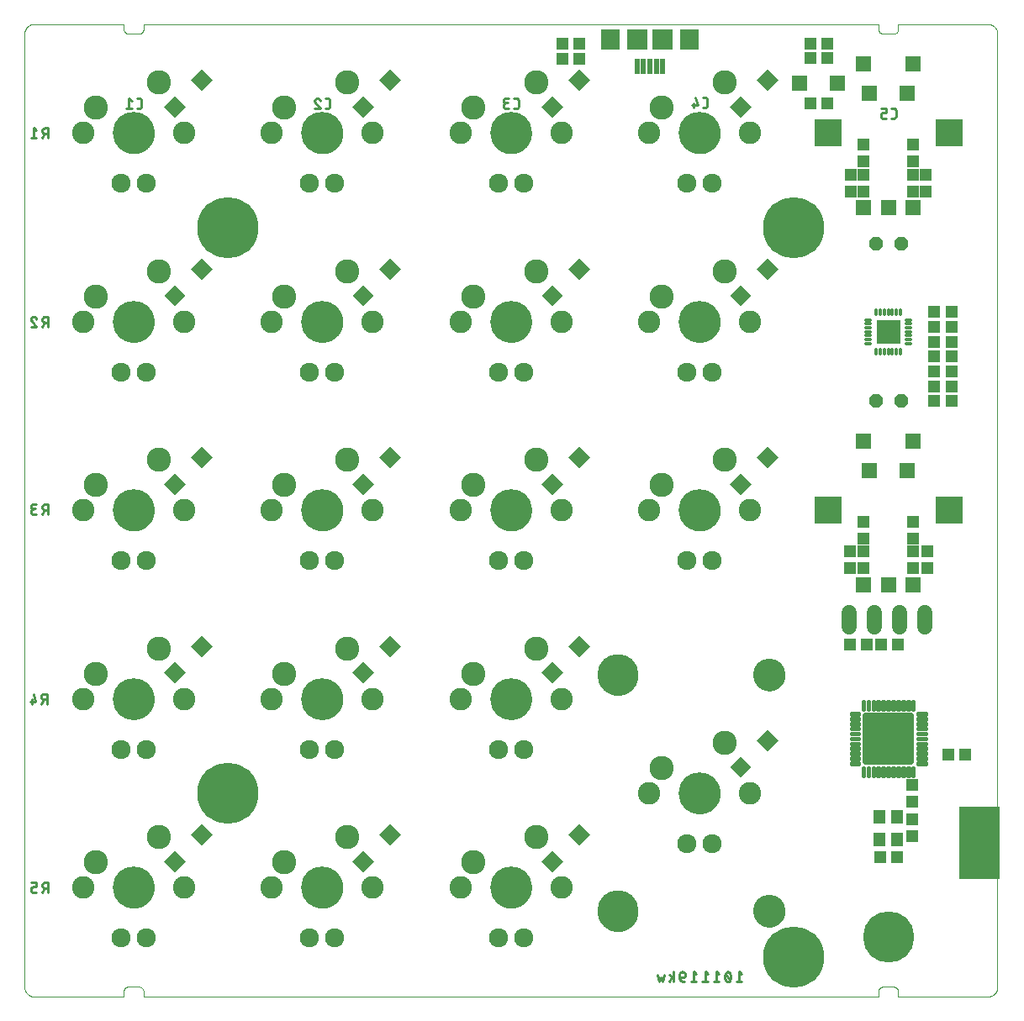
<source format=gbs>
G04 EAGLE Gerber RS-274X export*
G75*
%MOMM*%
%FSLAX34Y34*%
%LPD*%
%INBottom solder mask*%
%IPPOS*%
%AMOC8*
5,1,8,0,0,1.08239X$1,22.5*%
G01*
%ADD10C,0.000000*%
%ADD11C,0.254000*%
%ADD12C,3.250000*%
%ADD13C,4.150000*%
%ADD14C,2.436000*%
%ADD15C,2.264400*%
%ADD16C,4.214000*%
%ADD17C,1.928000*%
%ADD18R,1.550000X1.550000*%
%ADD19C,0.679900*%
%ADD20C,0.225000*%
%ADD21R,1.550000X1.550000*%
%ADD22R,2.750000X2.750000*%
%ADD23R,3.452000X1.674000*%
%ADD24R,4.064000X7.366000*%
%ADD25R,1.150000X1.250000*%
%ADD26R,1.250000X1.450000*%
%ADD27R,1.250000X1.150000*%
%ADD28R,2.450000X2.450000*%
%ADD29C,0.330000*%
%ADD30P,1.475081X8X22.500000*%
%ADD31R,0.500000X1.550000*%
%ADD32R,1.950000X2.050000*%
%ADD33R,2.050000X2.050000*%
%ADD34C,1.566000*%
%ADD35C,6.150000*%
%ADD36C,5.150000*%


D10*
X970000Y980000D02*
X880000Y980000D01*
X880000Y975000D01*
X879998Y974860D01*
X879992Y974720D01*
X879982Y974580D01*
X879969Y974440D01*
X879951Y974301D01*
X879929Y974162D01*
X879904Y974025D01*
X879875Y973887D01*
X879842Y973751D01*
X879805Y973616D01*
X879764Y973482D01*
X879719Y973349D01*
X879671Y973217D01*
X879619Y973087D01*
X879564Y972958D01*
X879505Y972831D01*
X879442Y972705D01*
X879376Y972581D01*
X879307Y972460D01*
X879234Y972340D01*
X879157Y972222D01*
X879078Y972107D01*
X878995Y971993D01*
X878909Y971883D01*
X878820Y971774D01*
X878728Y971668D01*
X878633Y971565D01*
X878536Y971464D01*
X878435Y971367D01*
X878332Y971272D01*
X878226Y971180D01*
X878117Y971091D01*
X878007Y971005D01*
X877893Y970922D01*
X877778Y970843D01*
X877660Y970766D01*
X877540Y970693D01*
X877419Y970624D01*
X877295Y970558D01*
X877169Y970495D01*
X877042Y970436D01*
X876913Y970381D01*
X876783Y970329D01*
X876651Y970281D01*
X876518Y970236D01*
X876384Y970195D01*
X876249Y970158D01*
X876113Y970125D01*
X875975Y970096D01*
X875838Y970071D01*
X875699Y970049D01*
X875560Y970031D01*
X875420Y970018D01*
X875280Y970008D01*
X875140Y970002D01*
X875000Y970000D01*
X865000Y970000D01*
X864860Y970002D01*
X864720Y970008D01*
X864580Y970018D01*
X864440Y970031D01*
X864301Y970049D01*
X864162Y970071D01*
X864025Y970096D01*
X863887Y970125D01*
X863751Y970158D01*
X863616Y970195D01*
X863482Y970236D01*
X863349Y970281D01*
X863217Y970329D01*
X863087Y970381D01*
X862958Y970436D01*
X862831Y970495D01*
X862705Y970558D01*
X862581Y970624D01*
X862460Y970693D01*
X862340Y970766D01*
X862222Y970843D01*
X862107Y970922D01*
X861993Y971005D01*
X861883Y971091D01*
X861774Y971180D01*
X861668Y971272D01*
X861565Y971367D01*
X861464Y971464D01*
X861367Y971565D01*
X861272Y971668D01*
X861180Y971774D01*
X861091Y971883D01*
X861005Y971993D01*
X860922Y972107D01*
X860843Y972222D01*
X860766Y972340D01*
X860693Y972460D01*
X860624Y972581D01*
X860558Y972705D01*
X860495Y972831D01*
X860436Y972958D01*
X860381Y973087D01*
X860329Y973217D01*
X860281Y973349D01*
X860236Y973482D01*
X860195Y973616D01*
X860158Y973751D01*
X860125Y973887D01*
X860096Y974025D01*
X860071Y974162D01*
X860049Y974301D01*
X860031Y974440D01*
X860018Y974580D01*
X860008Y974720D01*
X860002Y974860D01*
X860000Y975000D01*
X860000Y980000D01*
X120000Y980000D01*
X120000Y975000D01*
X119998Y974860D01*
X119992Y974720D01*
X119982Y974580D01*
X119969Y974440D01*
X119951Y974301D01*
X119929Y974162D01*
X119904Y974025D01*
X119875Y973887D01*
X119842Y973751D01*
X119805Y973616D01*
X119764Y973482D01*
X119719Y973349D01*
X119671Y973217D01*
X119619Y973087D01*
X119564Y972958D01*
X119505Y972831D01*
X119442Y972705D01*
X119376Y972581D01*
X119307Y972460D01*
X119234Y972340D01*
X119157Y972222D01*
X119078Y972107D01*
X118995Y971993D01*
X118909Y971883D01*
X118820Y971774D01*
X118728Y971668D01*
X118633Y971565D01*
X118536Y971464D01*
X118435Y971367D01*
X118332Y971272D01*
X118226Y971180D01*
X118117Y971091D01*
X118007Y971005D01*
X117893Y970922D01*
X117778Y970843D01*
X117660Y970766D01*
X117540Y970693D01*
X117419Y970624D01*
X117295Y970558D01*
X117169Y970495D01*
X117042Y970436D01*
X116913Y970381D01*
X116783Y970329D01*
X116651Y970281D01*
X116518Y970236D01*
X116384Y970195D01*
X116249Y970158D01*
X116113Y970125D01*
X115975Y970096D01*
X115838Y970071D01*
X115699Y970049D01*
X115560Y970031D01*
X115420Y970018D01*
X115280Y970008D01*
X115140Y970002D01*
X115000Y970000D01*
X105000Y970000D01*
X104860Y970002D01*
X104720Y970008D01*
X104580Y970018D01*
X104440Y970031D01*
X104301Y970049D01*
X104162Y970071D01*
X104025Y970096D01*
X103887Y970125D01*
X103751Y970158D01*
X103616Y970195D01*
X103482Y970236D01*
X103349Y970281D01*
X103217Y970329D01*
X103087Y970381D01*
X102958Y970436D01*
X102831Y970495D01*
X102705Y970558D01*
X102581Y970624D01*
X102460Y970693D01*
X102340Y970766D01*
X102222Y970843D01*
X102107Y970922D01*
X101993Y971005D01*
X101883Y971091D01*
X101774Y971180D01*
X101668Y971272D01*
X101565Y971367D01*
X101464Y971464D01*
X101367Y971565D01*
X101272Y971668D01*
X101180Y971774D01*
X101091Y971883D01*
X101005Y971993D01*
X100922Y972107D01*
X100843Y972222D01*
X100766Y972340D01*
X100693Y972460D01*
X100624Y972581D01*
X100558Y972705D01*
X100495Y972831D01*
X100436Y972958D01*
X100381Y973087D01*
X100329Y973217D01*
X100281Y973349D01*
X100236Y973482D01*
X100195Y973616D01*
X100158Y973751D01*
X100125Y973887D01*
X100096Y974025D01*
X100071Y974162D01*
X100049Y974301D01*
X100031Y974440D01*
X100018Y974580D01*
X100008Y974720D01*
X100002Y974860D01*
X100000Y975000D01*
X100000Y980000D01*
X10000Y980000D01*
X9758Y979997D01*
X9517Y979988D01*
X9276Y979974D01*
X9035Y979953D01*
X8795Y979927D01*
X8555Y979895D01*
X8316Y979857D01*
X8079Y979814D01*
X7842Y979764D01*
X7607Y979709D01*
X7373Y979649D01*
X7141Y979582D01*
X6910Y979511D01*
X6681Y979433D01*
X6454Y979350D01*
X6229Y979262D01*
X6006Y979168D01*
X5786Y979069D01*
X5568Y978964D01*
X5353Y978855D01*
X5140Y978740D01*
X4930Y978620D01*
X4724Y978495D01*
X4520Y978365D01*
X4319Y978230D01*
X4122Y978090D01*
X3928Y977946D01*
X3738Y977797D01*
X3552Y977643D01*
X3369Y977485D01*
X3190Y977323D01*
X3015Y977156D01*
X2844Y976985D01*
X2677Y976810D01*
X2515Y976631D01*
X2357Y976448D01*
X2203Y976262D01*
X2054Y976072D01*
X1910Y975878D01*
X1770Y975681D01*
X1635Y975480D01*
X1505Y975276D01*
X1380Y975070D01*
X1260Y974860D01*
X1145Y974647D01*
X1036Y974432D01*
X931Y974214D01*
X832Y973994D01*
X738Y973771D01*
X650Y973546D01*
X567Y973319D01*
X489Y973090D01*
X418Y972859D01*
X351Y972627D01*
X291Y972393D01*
X236Y972158D01*
X186Y971921D01*
X143Y971684D01*
X105Y971445D01*
X73Y971205D01*
X47Y970965D01*
X26Y970724D01*
X12Y970483D01*
X3Y970242D01*
X0Y970000D01*
X0Y10000D01*
X3Y9758D01*
X12Y9517D01*
X26Y9276D01*
X47Y9035D01*
X73Y8795D01*
X105Y8555D01*
X143Y8316D01*
X186Y8079D01*
X236Y7842D01*
X291Y7607D01*
X351Y7373D01*
X418Y7141D01*
X489Y6910D01*
X567Y6681D01*
X650Y6454D01*
X738Y6229D01*
X832Y6006D01*
X931Y5786D01*
X1036Y5568D01*
X1145Y5353D01*
X1260Y5140D01*
X1380Y4930D01*
X1505Y4724D01*
X1635Y4520D01*
X1770Y4319D01*
X1910Y4122D01*
X2054Y3928D01*
X2203Y3738D01*
X2357Y3552D01*
X2515Y3369D01*
X2677Y3190D01*
X2844Y3015D01*
X3015Y2844D01*
X3190Y2677D01*
X3369Y2515D01*
X3552Y2357D01*
X3738Y2203D01*
X3928Y2054D01*
X4122Y1910D01*
X4319Y1770D01*
X4520Y1635D01*
X4724Y1505D01*
X4930Y1380D01*
X5140Y1260D01*
X5353Y1145D01*
X5568Y1036D01*
X5786Y931D01*
X6006Y832D01*
X6229Y738D01*
X6454Y650D01*
X6681Y567D01*
X6910Y489D01*
X7141Y418D01*
X7373Y351D01*
X7607Y291D01*
X7842Y236D01*
X8079Y186D01*
X8316Y143D01*
X8555Y105D01*
X8795Y73D01*
X9035Y47D01*
X9276Y26D01*
X9517Y12D01*
X9758Y3D01*
X10000Y0D01*
X100000Y0D01*
X100000Y5000D01*
X100002Y5140D01*
X100008Y5280D01*
X100018Y5420D01*
X100031Y5560D01*
X100049Y5699D01*
X100071Y5838D01*
X100096Y5975D01*
X100125Y6113D01*
X100158Y6249D01*
X100195Y6384D01*
X100236Y6518D01*
X100281Y6651D01*
X100329Y6783D01*
X100381Y6913D01*
X100436Y7042D01*
X100495Y7169D01*
X100558Y7295D01*
X100624Y7419D01*
X100693Y7540D01*
X100766Y7660D01*
X100843Y7778D01*
X100922Y7893D01*
X101005Y8007D01*
X101091Y8117D01*
X101180Y8226D01*
X101272Y8332D01*
X101367Y8435D01*
X101464Y8536D01*
X101565Y8633D01*
X101668Y8728D01*
X101774Y8820D01*
X101883Y8909D01*
X101993Y8995D01*
X102107Y9078D01*
X102222Y9157D01*
X102340Y9234D01*
X102460Y9307D01*
X102581Y9376D01*
X102705Y9442D01*
X102831Y9505D01*
X102958Y9564D01*
X103087Y9619D01*
X103217Y9671D01*
X103349Y9719D01*
X103482Y9764D01*
X103616Y9805D01*
X103751Y9842D01*
X103887Y9875D01*
X104025Y9904D01*
X104162Y9929D01*
X104301Y9951D01*
X104440Y9969D01*
X104580Y9982D01*
X104720Y9992D01*
X104860Y9998D01*
X105000Y10000D01*
X115000Y10000D01*
X115140Y9998D01*
X115280Y9992D01*
X115420Y9982D01*
X115560Y9969D01*
X115699Y9951D01*
X115838Y9929D01*
X115975Y9904D01*
X116113Y9875D01*
X116249Y9842D01*
X116384Y9805D01*
X116518Y9764D01*
X116651Y9719D01*
X116783Y9671D01*
X116913Y9619D01*
X117042Y9564D01*
X117169Y9505D01*
X117295Y9442D01*
X117419Y9376D01*
X117540Y9307D01*
X117660Y9234D01*
X117778Y9157D01*
X117893Y9078D01*
X118007Y8995D01*
X118117Y8909D01*
X118226Y8820D01*
X118332Y8728D01*
X118435Y8633D01*
X118536Y8536D01*
X118633Y8435D01*
X118728Y8332D01*
X118820Y8226D01*
X118909Y8117D01*
X118995Y8007D01*
X119078Y7893D01*
X119157Y7778D01*
X119234Y7660D01*
X119307Y7540D01*
X119376Y7419D01*
X119442Y7295D01*
X119505Y7169D01*
X119564Y7042D01*
X119619Y6913D01*
X119671Y6783D01*
X119719Y6651D01*
X119764Y6518D01*
X119805Y6384D01*
X119842Y6249D01*
X119875Y6113D01*
X119904Y5975D01*
X119929Y5838D01*
X119951Y5699D01*
X119969Y5560D01*
X119982Y5420D01*
X119992Y5280D01*
X119998Y5140D01*
X120000Y5000D01*
X120000Y0D01*
X860000Y0D01*
X860000Y5000D01*
X860002Y5140D01*
X860008Y5280D01*
X860018Y5420D01*
X860031Y5560D01*
X860049Y5699D01*
X860071Y5838D01*
X860096Y5975D01*
X860125Y6113D01*
X860158Y6249D01*
X860195Y6384D01*
X860236Y6518D01*
X860281Y6651D01*
X860329Y6783D01*
X860381Y6913D01*
X860436Y7042D01*
X860495Y7169D01*
X860558Y7295D01*
X860624Y7419D01*
X860693Y7540D01*
X860766Y7660D01*
X860843Y7778D01*
X860922Y7893D01*
X861005Y8007D01*
X861091Y8117D01*
X861180Y8226D01*
X861272Y8332D01*
X861367Y8435D01*
X861464Y8536D01*
X861565Y8633D01*
X861668Y8728D01*
X861774Y8820D01*
X861883Y8909D01*
X861993Y8995D01*
X862107Y9078D01*
X862222Y9157D01*
X862340Y9234D01*
X862460Y9307D01*
X862581Y9376D01*
X862705Y9442D01*
X862831Y9505D01*
X862958Y9564D01*
X863087Y9619D01*
X863217Y9671D01*
X863349Y9719D01*
X863482Y9764D01*
X863616Y9805D01*
X863751Y9842D01*
X863887Y9875D01*
X864025Y9904D01*
X864162Y9929D01*
X864301Y9951D01*
X864440Y9969D01*
X864580Y9982D01*
X864720Y9992D01*
X864860Y9998D01*
X865000Y10000D01*
X875000Y10000D01*
X875140Y9998D01*
X875280Y9992D01*
X875420Y9982D01*
X875560Y9969D01*
X875699Y9951D01*
X875838Y9929D01*
X875975Y9904D01*
X876113Y9875D01*
X876249Y9842D01*
X876384Y9805D01*
X876518Y9764D01*
X876651Y9719D01*
X876783Y9671D01*
X876913Y9619D01*
X877042Y9564D01*
X877169Y9505D01*
X877295Y9442D01*
X877419Y9376D01*
X877540Y9307D01*
X877660Y9234D01*
X877778Y9157D01*
X877893Y9078D01*
X878007Y8995D01*
X878117Y8909D01*
X878226Y8820D01*
X878332Y8728D01*
X878435Y8633D01*
X878536Y8536D01*
X878633Y8435D01*
X878728Y8332D01*
X878820Y8226D01*
X878909Y8117D01*
X878995Y8007D01*
X879078Y7893D01*
X879157Y7778D01*
X879234Y7660D01*
X879307Y7540D01*
X879376Y7419D01*
X879442Y7295D01*
X879505Y7169D01*
X879564Y7042D01*
X879619Y6913D01*
X879671Y6783D01*
X879719Y6651D01*
X879764Y6518D01*
X879805Y6384D01*
X879842Y6249D01*
X879875Y6113D01*
X879904Y5975D01*
X879929Y5838D01*
X879951Y5699D01*
X879969Y5560D01*
X879982Y5420D01*
X879992Y5280D01*
X879998Y5140D01*
X880000Y5000D01*
X880000Y0D01*
X970000Y0D01*
X970242Y3D01*
X970483Y12D01*
X970724Y26D01*
X970965Y47D01*
X971205Y73D01*
X971445Y105D01*
X971684Y143D01*
X971921Y186D01*
X972158Y236D01*
X972393Y291D01*
X972627Y351D01*
X972859Y418D01*
X973090Y489D01*
X973319Y567D01*
X973546Y650D01*
X973771Y738D01*
X973994Y832D01*
X974214Y931D01*
X974432Y1036D01*
X974647Y1145D01*
X974860Y1260D01*
X975070Y1380D01*
X975276Y1505D01*
X975480Y1635D01*
X975681Y1770D01*
X975878Y1910D01*
X976072Y2054D01*
X976262Y2203D01*
X976448Y2357D01*
X976631Y2515D01*
X976810Y2677D01*
X976985Y2844D01*
X977156Y3015D01*
X977323Y3190D01*
X977485Y3369D01*
X977643Y3552D01*
X977797Y3738D01*
X977946Y3928D01*
X978090Y4122D01*
X978230Y4319D01*
X978365Y4520D01*
X978495Y4724D01*
X978620Y4930D01*
X978740Y5140D01*
X978855Y5353D01*
X978964Y5568D01*
X979069Y5786D01*
X979168Y6006D01*
X979262Y6229D01*
X979350Y6454D01*
X979433Y6681D01*
X979511Y6910D01*
X979582Y7141D01*
X979649Y7373D01*
X979709Y7607D01*
X979764Y7842D01*
X979814Y8079D01*
X979857Y8316D01*
X979895Y8555D01*
X979927Y8795D01*
X979953Y9035D01*
X979974Y9276D01*
X979988Y9517D01*
X979997Y9758D01*
X980000Y10000D01*
X980000Y970000D01*
X979997Y970242D01*
X979988Y970483D01*
X979974Y970724D01*
X979953Y970965D01*
X979927Y971205D01*
X979895Y971445D01*
X979857Y971684D01*
X979814Y971921D01*
X979764Y972158D01*
X979709Y972393D01*
X979649Y972627D01*
X979582Y972859D01*
X979511Y973090D01*
X979433Y973319D01*
X979350Y973546D01*
X979262Y973771D01*
X979168Y973994D01*
X979069Y974214D01*
X978964Y974432D01*
X978855Y974647D01*
X978740Y974860D01*
X978620Y975070D01*
X978495Y975276D01*
X978365Y975480D01*
X978230Y975681D01*
X978090Y975878D01*
X977946Y976072D01*
X977797Y976262D01*
X977643Y976448D01*
X977485Y976631D01*
X977323Y976810D01*
X977156Y976985D01*
X976985Y977156D01*
X976810Y977323D01*
X976631Y977485D01*
X976448Y977643D01*
X976262Y977797D01*
X976072Y977946D01*
X975878Y978090D01*
X975681Y978230D01*
X975480Y978365D01*
X975276Y978495D01*
X975070Y978620D01*
X974860Y978740D01*
X974647Y978855D01*
X974432Y978964D01*
X974214Y979069D01*
X973994Y979168D01*
X973771Y979262D01*
X973546Y979350D01*
X973319Y979433D01*
X973090Y979511D01*
X972859Y979582D01*
X972627Y979649D01*
X972393Y979709D01*
X972158Y979764D01*
X971921Y979814D01*
X971684Y979857D01*
X971445Y979895D01*
X971205Y979927D01*
X970965Y979953D01*
X970724Y979974D01*
X970483Y979988D01*
X970242Y979997D01*
X970000Y980000D01*
D11*
X719716Y25080D02*
X722538Y22822D01*
X719716Y25080D02*
X719716Y14920D01*
X722538Y14920D02*
X716893Y14920D01*
X711108Y20000D02*
X711106Y20200D01*
X711098Y20400D01*
X711087Y20599D01*
X711070Y20798D01*
X711048Y20997D01*
X711022Y21195D01*
X710991Y21393D01*
X710956Y21589D01*
X710915Y21785D01*
X710871Y21980D01*
X710821Y22174D01*
X710767Y22366D01*
X710708Y22557D01*
X710645Y22747D01*
X710577Y22935D01*
X710505Y23121D01*
X710428Y23306D01*
X710347Y23488D01*
X710261Y23669D01*
X710230Y23753D01*
X710196Y23835D01*
X710158Y23916D01*
X710117Y23996D01*
X710072Y24073D01*
X710025Y24148D01*
X709974Y24222D01*
X709919Y24293D01*
X709862Y24361D01*
X709802Y24428D01*
X709739Y24491D01*
X709674Y24552D01*
X709606Y24610D01*
X709536Y24665D01*
X709463Y24717D01*
X709388Y24765D01*
X709311Y24811D01*
X709233Y24853D01*
X709152Y24892D01*
X709070Y24927D01*
X708987Y24959D01*
X708902Y24987D01*
X708816Y25012D01*
X708729Y25032D01*
X708642Y25050D01*
X708553Y25063D01*
X708464Y25072D01*
X708375Y25078D01*
X708286Y25080D01*
X708197Y25078D01*
X708108Y25072D01*
X708019Y25063D01*
X707930Y25050D01*
X707843Y25032D01*
X707756Y25012D01*
X707670Y24987D01*
X707585Y24959D01*
X707502Y24927D01*
X707420Y24892D01*
X707339Y24853D01*
X707261Y24811D01*
X707184Y24765D01*
X707109Y24717D01*
X707036Y24665D01*
X706966Y24610D01*
X706898Y24552D01*
X706833Y24491D01*
X706770Y24428D01*
X706710Y24361D01*
X706653Y24293D01*
X706598Y24222D01*
X706547Y24148D01*
X706500Y24073D01*
X706455Y23996D01*
X706414Y23916D01*
X706376Y23835D01*
X706342Y23753D01*
X706311Y23669D01*
X706225Y23488D01*
X706144Y23305D01*
X706067Y23121D01*
X705995Y22934D01*
X705927Y22746D01*
X705864Y22557D01*
X705805Y22366D01*
X705751Y22173D01*
X705701Y21980D01*
X705657Y21785D01*
X705616Y21589D01*
X705581Y21393D01*
X705550Y21195D01*
X705524Y20997D01*
X705502Y20798D01*
X705485Y20599D01*
X705474Y20400D01*
X705466Y20200D01*
X705464Y20000D01*
X711108Y20000D02*
X711106Y19800D01*
X711098Y19600D01*
X711087Y19401D01*
X711070Y19202D01*
X711048Y19003D01*
X711022Y18805D01*
X710991Y18607D01*
X710956Y18411D01*
X710915Y18215D01*
X710871Y18020D01*
X710821Y17826D01*
X710767Y17634D01*
X710708Y17443D01*
X710645Y17253D01*
X710577Y17065D01*
X710505Y16879D01*
X710428Y16694D01*
X710347Y16512D01*
X710261Y16331D01*
X710230Y16247D01*
X710196Y16165D01*
X710158Y16084D01*
X710117Y16004D01*
X710072Y15927D01*
X710025Y15852D01*
X709973Y15778D01*
X709919Y15707D01*
X709862Y15639D01*
X709802Y15572D01*
X709739Y15509D01*
X709674Y15448D01*
X709606Y15390D01*
X709536Y15335D01*
X709463Y15283D01*
X709388Y15235D01*
X709311Y15189D01*
X709233Y15147D01*
X709152Y15108D01*
X709070Y15073D01*
X708987Y15041D01*
X708902Y15013D01*
X708816Y14988D01*
X708729Y14968D01*
X708642Y14950D01*
X708553Y14937D01*
X708464Y14928D01*
X708375Y14922D01*
X708286Y14920D01*
X706310Y16331D02*
X706224Y16512D01*
X706143Y16694D01*
X706066Y16879D01*
X705994Y17065D01*
X705926Y17253D01*
X705863Y17443D01*
X705804Y17634D01*
X705750Y17826D01*
X705700Y18020D01*
X705656Y18215D01*
X705615Y18411D01*
X705580Y18607D01*
X705549Y18805D01*
X705523Y19003D01*
X705501Y19202D01*
X705484Y19401D01*
X705473Y19600D01*
X705465Y19800D01*
X705463Y20000D01*
X706311Y16331D02*
X706342Y16247D01*
X706376Y16165D01*
X706414Y16084D01*
X706455Y16004D01*
X706500Y15927D01*
X706547Y15852D01*
X706599Y15778D01*
X706653Y15707D01*
X706710Y15639D01*
X706770Y15572D01*
X706833Y15509D01*
X706898Y15448D01*
X706966Y15390D01*
X707036Y15335D01*
X707109Y15283D01*
X707184Y15235D01*
X707261Y15189D01*
X707339Y15147D01*
X707420Y15108D01*
X707502Y15073D01*
X707585Y15041D01*
X707670Y15013D01*
X707756Y14988D01*
X707843Y14968D01*
X707930Y14950D01*
X708019Y14937D01*
X708108Y14928D01*
X708197Y14922D01*
X708286Y14920D01*
X710543Y17178D02*
X706028Y22822D01*
X699678Y22822D02*
X696856Y25080D01*
X696856Y14920D01*
X699678Y14920D02*
X694033Y14920D01*
X688248Y22822D02*
X685426Y25080D01*
X685426Y14920D01*
X688248Y14920D02*
X682603Y14920D01*
X676818Y22822D02*
X673996Y25080D01*
X673996Y14920D01*
X676818Y14920D02*
X671173Y14920D01*
X663130Y19436D02*
X659743Y19436D01*
X663130Y19435D02*
X663223Y19437D01*
X663316Y19443D01*
X663409Y19452D01*
X663502Y19466D01*
X663593Y19483D01*
X663684Y19504D01*
X663774Y19529D01*
X663863Y19557D01*
X663951Y19589D01*
X664037Y19625D01*
X664122Y19664D01*
X664205Y19707D01*
X664286Y19753D01*
X664365Y19803D01*
X664442Y19855D01*
X664517Y19911D01*
X664589Y19970D01*
X664659Y20032D01*
X664727Y20096D01*
X664791Y20164D01*
X664853Y20234D01*
X664912Y20306D01*
X664968Y20381D01*
X665020Y20458D01*
X665070Y20537D01*
X665116Y20618D01*
X665159Y20701D01*
X665198Y20786D01*
X665234Y20872D01*
X665266Y20960D01*
X665294Y21049D01*
X665319Y21139D01*
X665340Y21230D01*
X665357Y21321D01*
X665371Y21414D01*
X665380Y21507D01*
X665386Y21600D01*
X665388Y21693D01*
X665388Y22258D01*
X665386Y22364D01*
X665380Y22469D01*
X665370Y22574D01*
X665356Y22679D01*
X665339Y22783D01*
X665317Y22886D01*
X665292Y22988D01*
X665263Y23090D01*
X665230Y23190D01*
X665193Y23289D01*
X665153Y23386D01*
X665109Y23482D01*
X665061Y23577D01*
X665010Y23669D01*
X664955Y23759D01*
X664898Y23848D01*
X664837Y23934D01*
X664772Y24017D01*
X664705Y24099D01*
X664635Y24177D01*
X664561Y24253D01*
X664485Y24327D01*
X664407Y24397D01*
X664325Y24464D01*
X664242Y24529D01*
X664156Y24590D01*
X664067Y24647D01*
X663977Y24702D01*
X663885Y24753D01*
X663790Y24801D01*
X663694Y24845D01*
X663597Y24885D01*
X663498Y24922D01*
X663398Y24955D01*
X663296Y24984D01*
X663194Y25009D01*
X663091Y25031D01*
X662987Y25048D01*
X662882Y25062D01*
X662777Y25072D01*
X662672Y25078D01*
X662566Y25080D01*
X662460Y25078D01*
X662355Y25072D01*
X662250Y25062D01*
X662145Y25048D01*
X662041Y25031D01*
X661938Y25009D01*
X661836Y24984D01*
X661734Y24955D01*
X661634Y24922D01*
X661535Y24885D01*
X661438Y24845D01*
X661342Y24801D01*
X661247Y24753D01*
X661155Y24702D01*
X661065Y24647D01*
X660976Y24590D01*
X660890Y24529D01*
X660807Y24464D01*
X660725Y24397D01*
X660647Y24327D01*
X660571Y24253D01*
X660497Y24177D01*
X660427Y24099D01*
X660360Y24017D01*
X660295Y23934D01*
X660234Y23848D01*
X660177Y23759D01*
X660122Y23669D01*
X660071Y23577D01*
X660023Y23482D01*
X659979Y23386D01*
X659939Y23289D01*
X659902Y23190D01*
X659869Y23090D01*
X659840Y22988D01*
X659815Y22886D01*
X659793Y22783D01*
X659776Y22679D01*
X659762Y22574D01*
X659752Y22469D01*
X659746Y22364D01*
X659744Y22258D01*
X659743Y22258D02*
X659743Y19436D01*
X659745Y19305D01*
X659751Y19173D01*
X659760Y19042D01*
X659774Y18912D01*
X659791Y18781D01*
X659812Y18652D01*
X659836Y18523D01*
X659865Y18395D01*
X659897Y18267D01*
X659933Y18141D01*
X659972Y18016D01*
X660015Y17891D01*
X660062Y17769D01*
X660112Y17647D01*
X660166Y17527D01*
X660223Y17409D01*
X660284Y17293D01*
X660348Y17178D01*
X660415Y17065D01*
X660486Y16954D01*
X660560Y16846D01*
X660637Y16739D01*
X660717Y16635D01*
X660800Y16533D01*
X660885Y16434D01*
X660974Y16337D01*
X661066Y16243D01*
X661160Y16151D01*
X661257Y16062D01*
X661356Y15977D01*
X661458Y15894D01*
X661562Y15814D01*
X661669Y15737D01*
X661777Y15663D01*
X661888Y15592D01*
X662001Y15525D01*
X662116Y15461D01*
X662232Y15400D01*
X662350Y15343D01*
X662470Y15289D01*
X662592Y15239D01*
X662714Y15192D01*
X662839Y15149D01*
X662964Y15110D01*
X663090Y15074D01*
X663218Y15042D01*
X663346Y15013D01*
X663475Y14989D01*
X663604Y14968D01*
X663735Y14951D01*
X663865Y14937D01*
X663996Y14928D01*
X664128Y14922D01*
X664259Y14920D01*
X653537Y14920D02*
X653537Y25080D01*
X649022Y21693D02*
X653537Y18307D01*
X651562Y19718D02*
X649022Y14920D01*
X642542Y14920D02*
X644235Y21693D01*
X640849Y19436D02*
X642542Y14920D01*
X639155Y14920D02*
X640849Y19436D01*
X637462Y21693D02*
X639155Y14920D01*
X115356Y894920D02*
X113098Y894920D01*
X115356Y894920D02*
X115449Y894922D01*
X115542Y894928D01*
X115635Y894937D01*
X115728Y894951D01*
X115819Y894968D01*
X115910Y894989D01*
X116000Y895014D01*
X116089Y895042D01*
X116177Y895074D01*
X116263Y895110D01*
X116348Y895149D01*
X116431Y895192D01*
X116512Y895238D01*
X116591Y895288D01*
X116668Y895340D01*
X116743Y895396D01*
X116815Y895455D01*
X116885Y895517D01*
X116953Y895581D01*
X117017Y895649D01*
X117079Y895719D01*
X117138Y895791D01*
X117194Y895866D01*
X117246Y895943D01*
X117296Y896022D01*
X117342Y896103D01*
X117385Y896186D01*
X117424Y896271D01*
X117460Y896357D01*
X117492Y896445D01*
X117520Y896534D01*
X117545Y896624D01*
X117566Y896715D01*
X117583Y896806D01*
X117597Y896899D01*
X117606Y896992D01*
X117612Y897085D01*
X117614Y897178D01*
X117614Y902822D01*
X117612Y902915D01*
X117606Y903008D01*
X117597Y903101D01*
X117583Y903194D01*
X117566Y903285D01*
X117545Y903376D01*
X117520Y903466D01*
X117492Y903555D01*
X117460Y903643D01*
X117424Y903729D01*
X117385Y903814D01*
X117342Y903897D01*
X117296Y903978D01*
X117246Y904057D01*
X117194Y904134D01*
X117138Y904209D01*
X117079Y904281D01*
X117017Y904351D01*
X116953Y904419D01*
X116885Y904483D01*
X116815Y904545D01*
X116743Y904604D01*
X116668Y904660D01*
X116591Y904712D01*
X116512Y904762D01*
X116431Y904808D01*
X116348Y904851D01*
X116263Y904890D01*
X116177Y904926D01*
X116089Y904958D01*
X116000Y904986D01*
X115910Y905011D01*
X115819Y905032D01*
X115728Y905049D01*
X115635Y905063D01*
X115542Y905072D01*
X115449Y905078D01*
X115356Y905080D01*
X113098Y905080D01*
X108031Y902822D02*
X105208Y905080D01*
X105208Y894920D01*
X102386Y894920D02*
X108031Y894920D01*
X303098Y894920D02*
X305356Y894920D01*
X305449Y894922D01*
X305542Y894928D01*
X305635Y894937D01*
X305728Y894951D01*
X305819Y894968D01*
X305910Y894989D01*
X306000Y895014D01*
X306089Y895042D01*
X306177Y895074D01*
X306263Y895110D01*
X306348Y895149D01*
X306431Y895192D01*
X306512Y895238D01*
X306591Y895288D01*
X306668Y895340D01*
X306743Y895396D01*
X306815Y895455D01*
X306885Y895517D01*
X306953Y895581D01*
X307017Y895649D01*
X307079Y895719D01*
X307138Y895791D01*
X307194Y895866D01*
X307246Y895943D01*
X307296Y896022D01*
X307342Y896103D01*
X307385Y896186D01*
X307424Y896271D01*
X307460Y896357D01*
X307492Y896445D01*
X307520Y896534D01*
X307545Y896624D01*
X307566Y896715D01*
X307583Y896806D01*
X307597Y896899D01*
X307606Y896992D01*
X307612Y897085D01*
X307614Y897178D01*
X307614Y902822D01*
X307612Y902915D01*
X307606Y903008D01*
X307597Y903101D01*
X307583Y903194D01*
X307566Y903285D01*
X307545Y903376D01*
X307520Y903466D01*
X307492Y903555D01*
X307460Y903643D01*
X307424Y903729D01*
X307385Y903814D01*
X307342Y903897D01*
X307296Y903978D01*
X307246Y904057D01*
X307194Y904134D01*
X307138Y904209D01*
X307079Y904281D01*
X307017Y904351D01*
X306953Y904419D01*
X306885Y904483D01*
X306815Y904545D01*
X306743Y904604D01*
X306668Y904660D01*
X306591Y904712D01*
X306512Y904762D01*
X306431Y904808D01*
X306348Y904851D01*
X306263Y904890D01*
X306177Y904926D01*
X306089Y904958D01*
X306000Y904986D01*
X305910Y905011D01*
X305819Y905032D01*
X305728Y905049D01*
X305635Y905063D01*
X305542Y905072D01*
X305449Y905078D01*
X305356Y905080D01*
X303098Y905080D01*
X294926Y905080D02*
X294826Y905078D01*
X294727Y905072D01*
X294627Y905062D01*
X294529Y905049D01*
X294430Y905031D01*
X294333Y905010D01*
X294237Y904985D01*
X294141Y904956D01*
X294047Y904923D01*
X293954Y904887D01*
X293863Y904847D01*
X293773Y904803D01*
X293685Y904756D01*
X293599Y904706D01*
X293515Y904652D01*
X293433Y904595D01*
X293354Y904535D01*
X293276Y904471D01*
X293202Y904405D01*
X293130Y904336D01*
X293061Y904264D01*
X292995Y904190D01*
X292931Y904112D01*
X292871Y904033D01*
X292814Y903951D01*
X292760Y903867D01*
X292710Y903781D01*
X292663Y903693D01*
X292619Y903603D01*
X292579Y903512D01*
X292543Y903419D01*
X292510Y903325D01*
X292481Y903229D01*
X292456Y903133D01*
X292435Y903036D01*
X292417Y902937D01*
X292404Y902839D01*
X292394Y902739D01*
X292388Y902640D01*
X292386Y902540D01*
X294926Y905080D02*
X295037Y905078D01*
X295148Y905072D01*
X295258Y905063D01*
X295368Y905050D01*
X295478Y905033D01*
X295587Y905012D01*
X295695Y904988D01*
X295802Y904960D01*
X295909Y904929D01*
X296014Y904893D01*
X296118Y904855D01*
X296220Y904812D01*
X296321Y904767D01*
X296421Y904717D01*
X296518Y904665D01*
X296614Y904609D01*
X296708Y904550D01*
X296800Y904488D01*
X296890Y904423D01*
X296977Y904355D01*
X297062Y904283D01*
X297145Y904209D01*
X297225Y904133D01*
X297302Y904053D01*
X297377Y903971D01*
X297449Y903887D01*
X297518Y903800D01*
X297583Y903711D01*
X297646Y903619D01*
X297706Y903526D01*
X297762Y903430D01*
X297816Y903333D01*
X297865Y903234D01*
X297912Y903133D01*
X297955Y903031D01*
X297994Y902927D01*
X298030Y902822D01*
X293233Y900565D02*
X293161Y900635D01*
X293092Y900708D01*
X293026Y900784D01*
X292963Y900862D01*
X292903Y900942D01*
X292846Y901025D01*
X292791Y901109D01*
X292740Y901196D01*
X292692Y901284D01*
X292648Y901374D01*
X292607Y901465D01*
X292569Y901558D01*
X292534Y901653D01*
X292503Y901748D01*
X292476Y901845D01*
X292452Y901942D01*
X292432Y902041D01*
X292416Y902140D01*
X292403Y902239D01*
X292393Y902339D01*
X292388Y902440D01*
X292386Y902540D01*
X293233Y900564D02*
X298031Y894920D01*
X292386Y894920D01*
X493098Y894920D02*
X495356Y894920D01*
X495449Y894922D01*
X495542Y894928D01*
X495635Y894937D01*
X495728Y894951D01*
X495819Y894968D01*
X495910Y894989D01*
X496000Y895014D01*
X496089Y895042D01*
X496177Y895074D01*
X496263Y895110D01*
X496348Y895149D01*
X496431Y895192D01*
X496512Y895238D01*
X496591Y895288D01*
X496668Y895340D01*
X496743Y895396D01*
X496815Y895455D01*
X496885Y895517D01*
X496953Y895581D01*
X497017Y895649D01*
X497079Y895719D01*
X497138Y895791D01*
X497194Y895866D01*
X497246Y895943D01*
X497296Y896022D01*
X497342Y896103D01*
X497385Y896186D01*
X497424Y896271D01*
X497460Y896357D01*
X497492Y896445D01*
X497520Y896534D01*
X497545Y896624D01*
X497566Y896715D01*
X497583Y896806D01*
X497597Y896899D01*
X497606Y896992D01*
X497612Y897085D01*
X497614Y897178D01*
X497614Y902822D01*
X497612Y902915D01*
X497606Y903008D01*
X497597Y903101D01*
X497583Y903194D01*
X497566Y903285D01*
X497545Y903376D01*
X497520Y903466D01*
X497492Y903555D01*
X497460Y903643D01*
X497424Y903729D01*
X497385Y903814D01*
X497342Y903897D01*
X497296Y903978D01*
X497246Y904057D01*
X497194Y904134D01*
X497138Y904209D01*
X497079Y904281D01*
X497017Y904351D01*
X496953Y904419D01*
X496885Y904483D01*
X496815Y904545D01*
X496743Y904604D01*
X496668Y904660D01*
X496591Y904712D01*
X496512Y904762D01*
X496431Y904808D01*
X496348Y904851D01*
X496263Y904890D01*
X496177Y904926D01*
X496089Y904958D01*
X496000Y904986D01*
X495910Y905011D01*
X495819Y905032D01*
X495728Y905049D01*
X495635Y905063D01*
X495542Y905072D01*
X495449Y905078D01*
X495356Y905080D01*
X493098Y905080D01*
X488031Y894920D02*
X485208Y894920D01*
X485102Y894922D01*
X484997Y894928D01*
X484892Y894938D01*
X484787Y894952D01*
X484683Y894969D01*
X484580Y894991D01*
X484478Y895016D01*
X484376Y895045D01*
X484276Y895078D01*
X484177Y895115D01*
X484080Y895155D01*
X483984Y895199D01*
X483889Y895247D01*
X483797Y895298D01*
X483707Y895353D01*
X483618Y895410D01*
X483532Y895471D01*
X483449Y895536D01*
X483367Y895603D01*
X483289Y895673D01*
X483213Y895747D01*
X483139Y895823D01*
X483069Y895901D01*
X483002Y895983D01*
X482937Y896066D01*
X482876Y896152D01*
X482819Y896241D01*
X482764Y896331D01*
X482713Y896423D01*
X482665Y896518D01*
X482621Y896614D01*
X482581Y896711D01*
X482544Y896810D01*
X482511Y896910D01*
X482482Y897012D01*
X482457Y897114D01*
X482435Y897217D01*
X482418Y897321D01*
X482404Y897426D01*
X482394Y897531D01*
X482388Y897636D01*
X482386Y897742D01*
X482388Y897848D01*
X482394Y897953D01*
X482404Y898058D01*
X482418Y898163D01*
X482435Y898267D01*
X482457Y898370D01*
X482482Y898472D01*
X482511Y898574D01*
X482544Y898674D01*
X482581Y898773D01*
X482621Y898870D01*
X482665Y898966D01*
X482713Y899061D01*
X482764Y899153D01*
X482819Y899243D01*
X482876Y899332D01*
X482937Y899418D01*
X483002Y899501D01*
X483069Y899583D01*
X483139Y899661D01*
X483213Y899737D01*
X483289Y899811D01*
X483367Y899881D01*
X483449Y899948D01*
X483532Y900013D01*
X483618Y900074D01*
X483707Y900131D01*
X483797Y900186D01*
X483889Y900237D01*
X483984Y900285D01*
X484080Y900329D01*
X484177Y900369D01*
X484276Y900406D01*
X484376Y900439D01*
X484478Y900468D01*
X484580Y900493D01*
X484683Y900515D01*
X484787Y900532D01*
X484892Y900546D01*
X484997Y900556D01*
X485102Y900562D01*
X485208Y900564D01*
X484644Y905080D02*
X488031Y905080D01*
X484644Y905080D02*
X484551Y905078D01*
X484458Y905072D01*
X484365Y905063D01*
X484272Y905049D01*
X484181Y905032D01*
X484090Y905011D01*
X484000Y904986D01*
X483911Y904958D01*
X483823Y904926D01*
X483737Y904890D01*
X483652Y904851D01*
X483569Y904808D01*
X483488Y904762D01*
X483409Y904712D01*
X483332Y904660D01*
X483257Y904604D01*
X483185Y904545D01*
X483115Y904483D01*
X483047Y904419D01*
X482983Y904351D01*
X482921Y904281D01*
X482862Y904209D01*
X482806Y904134D01*
X482754Y904057D01*
X482704Y903978D01*
X482658Y903897D01*
X482615Y903814D01*
X482576Y903729D01*
X482540Y903643D01*
X482508Y903555D01*
X482480Y903466D01*
X482455Y903376D01*
X482434Y903285D01*
X482417Y903194D01*
X482403Y903101D01*
X482394Y903008D01*
X482388Y902915D01*
X482386Y902822D01*
X482388Y902729D01*
X482394Y902636D01*
X482403Y902543D01*
X482417Y902450D01*
X482434Y902359D01*
X482455Y902268D01*
X482480Y902178D01*
X482508Y902089D01*
X482540Y902001D01*
X482576Y901915D01*
X482615Y901830D01*
X482658Y901747D01*
X482704Y901666D01*
X482754Y901587D01*
X482806Y901510D01*
X482862Y901435D01*
X482921Y901363D01*
X482983Y901293D01*
X483047Y901225D01*
X483115Y901161D01*
X483185Y901099D01*
X483257Y901040D01*
X483332Y900984D01*
X483409Y900932D01*
X483488Y900882D01*
X483569Y900836D01*
X483652Y900793D01*
X483737Y900754D01*
X483823Y900718D01*
X483911Y900686D01*
X484000Y900658D01*
X484090Y900633D01*
X484181Y900612D01*
X484272Y900595D01*
X484365Y900581D01*
X484458Y900572D01*
X484551Y900566D01*
X484644Y900564D01*
X486902Y900564D01*
X683098Y895920D02*
X685356Y895920D01*
X685449Y895922D01*
X685542Y895928D01*
X685635Y895937D01*
X685728Y895951D01*
X685819Y895968D01*
X685910Y895989D01*
X686000Y896014D01*
X686089Y896042D01*
X686177Y896074D01*
X686263Y896110D01*
X686348Y896149D01*
X686431Y896192D01*
X686512Y896238D01*
X686591Y896288D01*
X686668Y896340D01*
X686743Y896396D01*
X686815Y896455D01*
X686885Y896517D01*
X686953Y896581D01*
X687017Y896649D01*
X687079Y896719D01*
X687138Y896791D01*
X687194Y896866D01*
X687246Y896943D01*
X687296Y897022D01*
X687342Y897103D01*
X687385Y897186D01*
X687424Y897271D01*
X687460Y897357D01*
X687492Y897445D01*
X687520Y897534D01*
X687545Y897624D01*
X687566Y897715D01*
X687583Y897806D01*
X687597Y897899D01*
X687606Y897992D01*
X687612Y898085D01*
X687614Y898178D01*
X687614Y903822D01*
X687612Y903915D01*
X687606Y904008D01*
X687597Y904101D01*
X687583Y904194D01*
X687566Y904285D01*
X687545Y904376D01*
X687520Y904466D01*
X687492Y904555D01*
X687460Y904643D01*
X687424Y904729D01*
X687385Y904814D01*
X687342Y904897D01*
X687296Y904978D01*
X687246Y905057D01*
X687194Y905134D01*
X687138Y905209D01*
X687079Y905281D01*
X687017Y905351D01*
X686953Y905419D01*
X686885Y905483D01*
X686815Y905545D01*
X686743Y905604D01*
X686668Y905660D01*
X686591Y905712D01*
X686512Y905762D01*
X686431Y905808D01*
X686348Y905851D01*
X686263Y905890D01*
X686177Y905926D01*
X686089Y905958D01*
X686000Y905986D01*
X685910Y906011D01*
X685819Y906032D01*
X685728Y906049D01*
X685635Y906063D01*
X685542Y906072D01*
X685449Y906078D01*
X685356Y906080D01*
X683098Y906080D01*
X675773Y906080D02*
X678031Y898178D01*
X672386Y898178D01*
X674080Y900436D02*
X674080Y895920D01*
X873098Y884920D02*
X875356Y884920D01*
X875449Y884922D01*
X875542Y884928D01*
X875635Y884937D01*
X875728Y884951D01*
X875819Y884968D01*
X875910Y884989D01*
X876000Y885014D01*
X876089Y885042D01*
X876177Y885074D01*
X876263Y885110D01*
X876348Y885149D01*
X876431Y885192D01*
X876512Y885238D01*
X876591Y885288D01*
X876668Y885340D01*
X876743Y885396D01*
X876815Y885455D01*
X876885Y885517D01*
X876953Y885581D01*
X877017Y885649D01*
X877079Y885719D01*
X877138Y885791D01*
X877194Y885866D01*
X877246Y885943D01*
X877296Y886022D01*
X877342Y886103D01*
X877385Y886186D01*
X877424Y886271D01*
X877460Y886357D01*
X877492Y886445D01*
X877520Y886534D01*
X877545Y886624D01*
X877566Y886715D01*
X877583Y886806D01*
X877597Y886899D01*
X877606Y886992D01*
X877612Y887085D01*
X877614Y887178D01*
X877614Y892822D01*
X877612Y892915D01*
X877606Y893008D01*
X877597Y893101D01*
X877583Y893194D01*
X877566Y893285D01*
X877545Y893376D01*
X877520Y893466D01*
X877492Y893555D01*
X877460Y893643D01*
X877424Y893729D01*
X877385Y893814D01*
X877342Y893897D01*
X877296Y893978D01*
X877246Y894057D01*
X877194Y894134D01*
X877138Y894209D01*
X877079Y894281D01*
X877017Y894351D01*
X876953Y894419D01*
X876885Y894483D01*
X876815Y894545D01*
X876743Y894604D01*
X876668Y894660D01*
X876591Y894712D01*
X876512Y894762D01*
X876431Y894808D01*
X876348Y894851D01*
X876263Y894890D01*
X876177Y894926D01*
X876089Y894958D01*
X876000Y894986D01*
X875910Y895011D01*
X875819Y895032D01*
X875728Y895049D01*
X875635Y895063D01*
X875542Y895072D01*
X875449Y895078D01*
X875356Y895080D01*
X873098Y895080D01*
X868031Y884920D02*
X864644Y884920D01*
X864551Y884922D01*
X864458Y884928D01*
X864365Y884937D01*
X864272Y884951D01*
X864181Y884968D01*
X864090Y884989D01*
X864000Y885014D01*
X863911Y885042D01*
X863823Y885074D01*
X863737Y885110D01*
X863652Y885149D01*
X863569Y885192D01*
X863488Y885238D01*
X863409Y885288D01*
X863332Y885340D01*
X863257Y885396D01*
X863185Y885455D01*
X863115Y885517D01*
X863047Y885581D01*
X862983Y885649D01*
X862921Y885719D01*
X862862Y885791D01*
X862806Y885866D01*
X862754Y885943D01*
X862704Y886022D01*
X862658Y886103D01*
X862615Y886186D01*
X862576Y886271D01*
X862540Y886357D01*
X862508Y886445D01*
X862480Y886534D01*
X862455Y886624D01*
X862434Y886715D01*
X862417Y886806D01*
X862403Y886899D01*
X862394Y886991D01*
X862388Y887085D01*
X862386Y887178D01*
X862386Y888307D01*
X862388Y888400D01*
X862394Y888493D01*
X862403Y888586D01*
X862417Y888679D01*
X862434Y888770D01*
X862455Y888861D01*
X862480Y888951D01*
X862508Y889040D01*
X862540Y889128D01*
X862576Y889214D01*
X862615Y889299D01*
X862658Y889382D01*
X862704Y889463D01*
X862754Y889542D01*
X862806Y889619D01*
X862862Y889694D01*
X862921Y889766D01*
X862983Y889836D01*
X863047Y889904D01*
X863115Y889968D01*
X863185Y890030D01*
X863257Y890089D01*
X863332Y890145D01*
X863409Y890197D01*
X863488Y890247D01*
X863569Y890293D01*
X863652Y890336D01*
X863737Y890375D01*
X863823Y890411D01*
X863911Y890443D01*
X864000Y890471D01*
X864090Y890496D01*
X864181Y890517D01*
X864272Y890534D01*
X864365Y890548D01*
X864458Y890557D01*
X864551Y890563D01*
X864644Y890565D01*
X864644Y890564D02*
X868031Y890564D01*
X868031Y895080D01*
X862386Y895080D01*
X23473Y875080D02*
X23473Y864920D01*
X23473Y875080D02*
X20651Y875080D01*
X20545Y875078D01*
X20440Y875072D01*
X20335Y875062D01*
X20230Y875048D01*
X20126Y875031D01*
X20023Y875009D01*
X19921Y874984D01*
X19819Y874955D01*
X19719Y874922D01*
X19620Y874885D01*
X19523Y874845D01*
X19427Y874801D01*
X19332Y874753D01*
X19240Y874702D01*
X19150Y874647D01*
X19061Y874590D01*
X18975Y874529D01*
X18892Y874464D01*
X18810Y874397D01*
X18732Y874327D01*
X18656Y874253D01*
X18582Y874177D01*
X18512Y874099D01*
X18445Y874017D01*
X18380Y873934D01*
X18319Y873848D01*
X18262Y873759D01*
X18207Y873669D01*
X18156Y873577D01*
X18108Y873482D01*
X18064Y873386D01*
X18024Y873289D01*
X17987Y873190D01*
X17954Y873090D01*
X17925Y872988D01*
X17900Y872886D01*
X17878Y872783D01*
X17861Y872679D01*
X17847Y872574D01*
X17837Y872469D01*
X17831Y872364D01*
X17829Y872258D01*
X17831Y872152D01*
X17837Y872047D01*
X17847Y871942D01*
X17861Y871837D01*
X17878Y871733D01*
X17900Y871630D01*
X17925Y871528D01*
X17954Y871426D01*
X17987Y871326D01*
X18024Y871227D01*
X18064Y871130D01*
X18108Y871034D01*
X18156Y870939D01*
X18207Y870847D01*
X18262Y870757D01*
X18319Y870668D01*
X18380Y870582D01*
X18445Y870499D01*
X18512Y870417D01*
X18582Y870339D01*
X18656Y870263D01*
X18732Y870189D01*
X18810Y870119D01*
X18892Y870052D01*
X18975Y869987D01*
X19061Y869926D01*
X19150Y869869D01*
X19240Y869814D01*
X19332Y869763D01*
X19427Y869715D01*
X19523Y869671D01*
X19620Y869631D01*
X19719Y869594D01*
X19819Y869561D01*
X19921Y869532D01*
X20023Y869507D01*
X20126Y869485D01*
X20230Y869468D01*
X20335Y869454D01*
X20440Y869444D01*
X20545Y869438D01*
X20651Y869436D01*
X23473Y869436D01*
X20086Y869436D02*
X17828Y864920D01*
X12172Y872822D02*
X9349Y875080D01*
X9349Y864920D01*
X6527Y864920D02*
X12172Y864920D01*
X23473Y685080D02*
X23473Y674920D01*
X23473Y685080D02*
X20651Y685080D01*
X20545Y685078D01*
X20440Y685072D01*
X20335Y685062D01*
X20230Y685048D01*
X20126Y685031D01*
X20023Y685009D01*
X19921Y684984D01*
X19819Y684955D01*
X19719Y684922D01*
X19620Y684885D01*
X19523Y684845D01*
X19427Y684801D01*
X19332Y684753D01*
X19240Y684702D01*
X19150Y684647D01*
X19061Y684590D01*
X18975Y684529D01*
X18892Y684464D01*
X18810Y684397D01*
X18732Y684327D01*
X18656Y684253D01*
X18582Y684177D01*
X18512Y684099D01*
X18445Y684017D01*
X18380Y683934D01*
X18319Y683848D01*
X18262Y683759D01*
X18207Y683669D01*
X18156Y683577D01*
X18108Y683482D01*
X18064Y683386D01*
X18024Y683289D01*
X17987Y683190D01*
X17954Y683090D01*
X17925Y682988D01*
X17900Y682886D01*
X17878Y682783D01*
X17861Y682679D01*
X17847Y682574D01*
X17837Y682469D01*
X17831Y682364D01*
X17829Y682258D01*
X17831Y682152D01*
X17837Y682047D01*
X17847Y681942D01*
X17861Y681837D01*
X17878Y681733D01*
X17900Y681630D01*
X17925Y681528D01*
X17954Y681426D01*
X17987Y681326D01*
X18024Y681227D01*
X18064Y681130D01*
X18108Y681034D01*
X18156Y680939D01*
X18207Y680847D01*
X18262Y680757D01*
X18319Y680668D01*
X18380Y680582D01*
X18445Y680499D01*
X18512Y680417D01*
X18582Y680339D01*
X18656Y680263D01*
X18732Y680189D01*
X18810Y680119D01*
X18892Y680052D01*
X18975Y679987D01*
X19061Y679926D01*
X19150Y679869D01*
X19240Y679814D01*
X19332Y679763D01*
X19427Y679715D01*
X19523Y679671D01*
X19620Y679631D01*
X19719Y679594D01*
X19819Y679561D01*
X19921Y679532D01*
X20023Y679507D01*
X20126Y679485D01*
X20230Y679468D01*
X20335Y679454D01*
X20440Y679444D01*
X20545Y679438D01*
X20651Y679436D01*
X23473Y679436D01*
X20086Y679436D02*
X17828Y674920D01*
X9067Y685080D02*
X8967Y685078D01*
X8868Y685072D01*
X8768Y685062D01*
X8670Y685049D01*
X8571Y685031D01*
X8474Y685010D01*
X8378Y684985D01*
X8282Y684956D01*
X8188Y684923D01*
X8095Y684887D01*
X8004Y684847D01*
X7914Y684803D01*
X7826Y684756D01*
X7740Y684706D01*
X7656Y684652D01*
X7574Y684595D01*
X7495Y684535D01*
X7417Y684471D01*
X7343Y684405D01*
X7271Y684336D01*
X7202Y684264D01*
X7136Y684190D01*
X7072Y684112D01*
X7012Y684033D01*
X6955Y683951D01*
X6901Y683867D01*
X6851Y683781D01*
X6804Y683693D01*
X6760Y683603D01*
X6720Y683512D01*
X6684Y683419D01*
X6651Y683325D01*
X6622Y683229D01*
X6597Y683133D01*
X6576Y683036D01*
X6558Y682937D01*
X6545Y682839D01*
X6535Y682739D01*
X6529Y682640D01*
X6527Y682540D01*
X9067Y685080D02*
X9178Y685078D01*
X9289Y685072D01*
X9399Y685063D01*
X9509Y685050D01*
X9619Y685033D01*
X9728Y685012D01*
X9836Y684988D01*
X9943Y684960D01*
X10050Y684929D01*
X10155Y684893D01*
X10259Y684855D01*
X10361Y684812D01*
X10462Y684767D01*
X10562Y684717D01*
X10659Y684665D01*
X10755Y684609D01*
X10849Y684550D01*
X10941Y684488D01*
X11031Y684423D01*
X11118Y684355D01*
X11203Y684283D01*
X11286Y684209D01*
X11366Y684133D01*
X11443Y684053D01*
X11518Y683971D01*
X11590Y683887D01*
X11659Y683800D01*
X11724Y683711D01*
X11787Y683619D01*
X11847Y683526D01*
X11903Y683430D01*
X11957Y683333D01*
X12006Y683234D01*
X12053Y683133D01*
X12096Y683031D01*
X12135Y682927D01*
X12171Y682822D01*
X7374Y680565D02*
X7302Y680635D01*
X7233Y680708D01*
X7167Y680784D01*
X7104Y680862D01*
X7044Y680942D01*
X6987Y681025D01*
X6932Y681109D01*
X6881Y681196D01*
X6833Y681284D01*
X6789Y681374D01*
X6748Y681465D01*
X6710Y681558D01*
X6675Y681653D01*
X6644Y681748D01*
X6617Y681845D01*
X6593Y681942D01*
X6573Y682041D01*
X6557Y682140D01*
X6544Y682239D01*
X6534Y682339D01*
X6529Y682440D01*
X6527Y682540D01*
X7374Y680564D02*
X12172Y674920D01*
X6527Y674920D01*
X23473Y496080D02*
X23473Y485920D01*
X23473Y496080D02*
X20651Y496080D01*
X20545Y496078D01*
X20440Y496072D01*
X20335Y496062D01*
X20230Y496048D01*
X20126Y496031D01*
X20023Y496009D01*
X19921Y495984D01*
X19819Y495955D01*
X19719Y495922D01*
X19620Y495885D01*
X19523Y495845D01*
X19427Y495801D01*
X19332Y495753D01*
X19240Y495702D01*
X19150Y495647D01*
X19061Y495590D01*
X18975Y495529D01*
X18892Y495464D01*
X18810Y495397D01*
X18732Y495327D01*
X18656Y495253D01*
X18582Y495177D01*
X18512Y495099D01*
X18445Y495017D01*
X18380Y494934D01*
X18319Y494848D01*
X18262Y494759D01*
X18207Y494669D01*
X18156Y494577D01*
X18108Y494482D01*
X18064Y494386D01*
X18024Y494289D01*
X17987Y494190D01*
X17954Y494090D01*
X17925Y493988D01*
X17900Y493886D01*
X17878Y493783D01*
X17861Y493679D01*
X17847Y493574D01*
X17837Y493469D01*
X17831Y493364D01*
X17829Y493258D01*
X17831Y493152D01*
X17837Y493047D01*
X17847Y492942D01*
X17861Y492837D01*
X17878Y492733D01*
X17900Y492630D01*
X17925Y492528D01*
X17954Y492426D01*
X17987Y492326D01*
X18024Y492227D01*
X18064Y492130D01*
X18108Y492034D01*
X18156Y491939D01*
X18207Y491847D01*
X18262Y491757D01*
X18319Y491668D01*
X18380Y491582D01*
X18445Y491499D01*
X18512Y491417D01*
X18582Y491339D01*
X18656Y491263D01*
X18732Y491189D01*
X18810Y491119D01*
X18892Y491052D01*
X18975Y490987D01*
X19061Y490926D01*
X19150Y490869D01*
X19240Y490814D01*
X19332Y490763D01*
X19427Y490715D01*
X19523Y490671D01*
X19620Y490631D01*
X19719Y490594D01*
X19819Y490561D01*
X19921Y490532D01*
X20023Y490507D01*
X20126Y490485D01*
X20230Y490468D01*
X20335Y490454D01*
X20440Y490444D01*
X20545Y490438D01*
X20651Y490436D01*
X23473Y490436D01*
X20086Y490436D02*
X17828Y485920D01*
X12172Y485920D02*
X9349Y485920D01*
X9243Y485922D01*
X9138Y485928D01*
X9033Y485938D01*
X8928Y485952D01*
X8824Y485969D01*
X8721Y485991D01*
X8619Y486016D01*
X8517Y486045D01*
X8417Y486078D01*
X8318Y486115D01*
X8221Y486155D01*
X8125Y486199D01*
X8030Y486247D01*
X7938Y486298D01*
X7848Y486353D01*
X7759Y486410D01*
X7673Y486471D01*
X7590Y486536D01*
X7508Y486603D01*
X7430Y486673D01*
X7354Y486747D01*
X7280Y486823D01*
X7210Y486901D01*
X7143Y486983D01*
X7078Y487066D01*
X7017Y487152D01*
X6960Y487241D01*
X6905Y487331D01*
X6854Y487423D01*
X6806Y487518D01*
X6762Y487614D01*
X6722Y487711D01*
X6685Y487810D01*
X6652Y487910D01*
X6623Y488012D01*
X6598Y488114D01*
X6576Y488217D01*
X6559Y488321D01*
X6545Y488426D01*
X6535Y488531D01*
X6529Y488636D01*
X6527Y488742D01*
X6529Y488848D01*
X6535Y488953D01*
X6545Y489058D01*
X6559Y489163D01*
X6576Y489267D01*
X6598Y489370D01*
X6623Y489472D01*
X6652Y489574D01*
X6685Y489674D01*
X6722Y489773D01*
X6762Y489870D01*
X6806Y489966D01*
X6854Y490061D01*
X6905Y490153D01*
X6960Y490243D01*
X7017Y490332D01*
X7078Y490418D01*
X7143Y490501D01*
X7210Y490583D01*
X7280Y490661D01*
X7354Y490737D01*
X7430Y490811D01*
X7508Y490881D01*
X7590Y490948D01*
X7673Y491013D01*
X7759Y491074D01*
X7848Y491131D01*
X7938Y491186D01*
X8030Y491237D01*
X8125Y491285D01*
X8221Y491329D01*
X8318Y491369D01*
X8417Y491406D01*
X8517Y491439D01*
X8619Y491468D01*
X8721Y491493D01*
X8824Y491515D01*
X8928Y491532D01*
X9033Y491546D01*
X9138Y491556D01*
X9243Y491562D01*
X9349Y491564D01*
X8785Y496080D02*
X12172Y496080D01*
X8785Y496080D02*
X8692Y496078D01*
X8599Y496072D01*
X8506Y496063D01*
X8413Y496049D01*
X8322Y496032D01*
X8231Y496011D01*
X8141Y495986D01*
X8052Y495958D01*
X7964Y495926D01*
X7878Y495890D01*
X7793Y495851D01*
X7710Y495808D01*
X7629Y495762D01*
X7550Y495712D01*
X7473Y495660D01*
X7398Y495604D01*
X7326Y495545D01*
X7256Y495483D01*
X7188Y495419D01*
X7124Y495351D01*
X7062Y495281D01*
X7003Y495209D01*
X6947Y495134D01*
X6895Y495057D01*
X6845Y494978D01*
X6799Y494897D01*
X6756Y494814D01*
X6717Y494729D01*
X6681Y494643D01*
X6649Y494555D01*
X6621Y494466D01*
X6596Y494376D01*
X6575Y494285D01*
X6558Y494194D01*
X6544Y494101D01*
X6535Y494008D01*
X6529Y493915D01*
X6527Y493822D01*
X6529Y493729D01*
X6535Y493636D01*
X6544Y493543D01*
X6558Y493450D01*
X6575Y493359D01*
X6596Y493268D01*
X6621Y493178D01*
X6649Y493089D01*
X6681Y493001D01*
X6717Y492915D01*
X6756Y492830D01*
X6799Y492747D01*
X6845Y492666D01*
X6895Y492587D01*
X6947Y492510D01*
X7003Y492435D01*
X7062Y492363D01*
X7124Y492293D01*
X7188Y492225D01*
X7256Y492161D01*
X7326Y492099D01*
X7398Y492040D01*
X7473Y491984D01*
X7550Y491932D01*
X7629Y491882D01*
X7710Y491836D01*
X7793Y491793D01*
X7878Y491754D01*
X7964Y491718D01*
X8052Y491686D01*
X8141Y491658D01*
X8231Y491633D01*
X8322Y491612D01*
X8413Y491595D01*
X8506Y491581D01*
X8599Y491572D01*
X8692Y491566D01*
X8785Y491564D01*
X11043Y491564D01*
X22473Y305080D02*
X22473Y294920D01*
X22473Y305080D02*
X19651Y305080D01*
X19545Y305078D01*
X19440Y305072D01*
X19335Y305062D01*
X19230Y305048D01*
X19126Y305031D01*
X19023Y305009D01*
X18921Y304984D01*
X18819Y304955D01*
X18719Y304922D01*
X18620Y304885D01*
X18523Y304845D01*
X18427Y304801D01*
X18332Y304753D01*
X18240Y304702D01*
X18150Y304647D01*
X18061Y304590D01*
X17975Y304529D01*
X17892Y304464D01*
X17810Y304397D01*
X17732Y304327D01*
X17656Y304253D01*
X17582Y304177D01*
X17512Y304099D01*
X17445Y304017D01*
X17380Y303934D01*
X17319Y303848D01*
X17262Y303759D01*
X17207Y303669D01*
X17156Y303577D01*
X17108Y303482D01*
X17064Y303386D01*
X17024Y303289D01*
X16987Y303190D01*
X16954Y303090D01*
X16925Y302988D01*
X16900Y302886D01*
X16878Y302783D01*
X16861Y302679D01*
X16847Y302574D01*
X16837Y302469D01*
X16831Y302364D01*
X16829Y302258D01*
X16831Y302152D01*
X16837Y302047D01*
X16847Y301942D01*
X16861Y301837D01*
X16878Y301733D01*
X16900Y301630D01*
X16925Y301528D01*
X16954Y301426D01*
X16987Y301326D01*
X17024Y301227D01*
X17064Y301130D01*
X17108Y301034D01*
X17156Y300939D01*
X17207Y300847D01*
X17262Y300757D01*
X17319Y300668D01*
X17380Y300582D01*
X17445Y300499D01*
X17512Y300417D01*
X17582Y300339D01*
X17656Y300263D01*
X17732Y300189D01*
X17810Y300119D01*
X17892Y300052D01*
X17975Y299987D01*
X18061Y299926D01*
X18150Y299869D01*
X18240Y299814D01*
X18332Y299763D01*
X18427Y299715D01*
X18523Y299671D01*
X18620Y299631D01*
X18719Y299594D01*
X18819Y299561D01*
X18921Y299532D01*
X19023Y299507D01*
X19126Y299485D01*
X19230Y299468D01*
X19335Y299454D01*
X19440Y299444D01*
X19545Y299438D01*
X19651Y299436D01*
X22473Y299436D01*
X19086Y299436D02*
X16828Y294920D01*
X11172Y297178D02*
X8914Y305080D01*
X11172Y297178D02*
X5527Y297178D01*
X7221Y299436D02*
X7221Y294920D01*
X23473Y115080D02*
X23473Y104920D01*
X23473Y115080D02*
X20651Y115080D01*
X20545Y115078D01*
X20440Y115072D01*
X20335Y115062D01*
X20230Y115048D01*
X20126Y115031D01*
X20023Y115009D01*
X19921Y114984D01*
X19819Y114955D01*
X19719Y114922D01*
X19620Y114885D01*
X19523Y114845D01*
X19427Y114801D01*
X19332Y114753D01*
X19240Y114702D01*
X19150Y114647D01*
X19061Y114590D01*
X18975Y114529D01*
X18892Y114464D01*
X18810Y114397D01*
X18732Y114327D01*
X18656Y114253D01*
X18582Y114177D01*
X18512Y114099D01*
X18445Y114017D01*
X18380Y113934D01*
X18319Y113848D01*
X18262Y113759D01*
X18207Y113669D01*
X18156Y113577D01*
X18108Y113482D01*
X18064Y113386D01*
X18024Y113289D01*
X17987Y113190D01*
X17954Y113090D01*
X17925Y112988D01*
X17900Y112886D01*
X17878Y112783D01*
X17861Y112679D01*
X17847Y112574D01*
X17837Y112469D01*
X17831Y112364D01*
X17829Y112258D01*
X17831Y112152D01*
X17837Y112047D01*
X17847Y111942D01*
X17861Y111837D01*
X17878Y111733D01*
X17900Y111630D01*
X17925Y111528D01*
X17954Y111426D01*
X17987Y111326D01*
X18024Y111227D01*
X18064Y111130D01*
X18108Y111034D01*
X18156Y110939D01*
X18207Y110847D01*
X18262Y110757D01*
X18319Y110668D01*
X18380Y110582D01*
X18445Y110499D01*
X18512Y110417D01*
X18582Y110339D01*
X18656Y110263D01*
X18732Y110189D01*
X18810Y110119D01*
X18892Y110052D01*
X18975Y109987D01*
X19061Y109926D01*
X19150Y109869D01*
X19240Y109814D01*
X19332Y109763D01*
X19427Y109715D01*
X19523Y109671D01*
X19620Y109631D01*
X19719Y109594D01*
X19819Y109561D01*
X19921Y109532D01*
X20023Y109507D01*
X20126Y109485D01*
X20230Y109468D01*
X20335Y109454D01*
X20440Y109444D01*
X20545Y109438D01*
X20651Y109436D01*
X23473Y109436D01*
X20086Y109436D02*
X17828Y104920D01*
X12172Y104920D02*
X8785Y104920D01*
X8692Y104922D01*
X8599Y104928D01*
X8506Y104937D01*
X8413Y104951D01*
X8322Y104968D01*
X8231Y104989D01*
X8141Y105014D01*
X8052Y105042D01*
X7964Y105074D01*
X7878Y105110D01*
X7793Y105149D01*
X7710Y105192D01*
X7629Y105238D01*
X7550Y105288D01*
X7473Y105340D01*
X7398Y105396D01*
X7326Y105455D01*
X7256Y105517D01*
X7188Y105581D01*
X7124Y105649D01*
X7062Y105719D01*
X7003Y105791D01*
X6947Y105866D01*
X6895Y105943D01*
X6845Y106022D01*
X6799Y106103D01*
X6756Y106186D01*
X6717Y106271D01*
X6681Y106357D01*
X6649Y106445D01*
X6621Y106534D01*
X6596Y106624D01*
X6575Y106715D01*
X6558Y106806D01*
X6544Y106899D01*
X6535Y106991D01*
X6529Y107085D01*
X6527Y107178D01*
X6527Y108307D01*
X6529Y108400D01*
X6535Y108493D01*
X6544Y108586D01*
X6558Y108679D01*
X6575Y108770D01*
X6596Y108861D01*
X6621Y108951D01*
X6649Y109040D01*
X6681Y109128D01*
X6717Y109214D01*
X6756Y109299D01*
X6799Y109382D01*
X6845Y109463D01*
X6895Y109542D01*
X6947Y109619D01*
X7003Y109694D01*
X7062Y109766D01*
X7124Y109836D01*
X7188Y109904D01*
X7256Y109968D01*
X7326Y110030D01*
X7398Y110089D01*
X7473Y110145D01*
X7550Y110197D01*
X7629Y110247D01*
X7710Y110293D01*
X7793Y110336D01*
X7878Y110375D01*
X7964Y110411D01*
X8052Y110443D01*
X8141Y110471D01*
X8231Y110496D01*
X8322Y110517D01*
X8413Y110534D01*
X8506Y110548D01*
X8599Y110557D01*
X8692Y110563D01*
X8785Y110565D01*
X8785Y110564D02*
X12172Y110564D01*
X12172Y115080D01*
X6527Y115080D01*
D10*
X734500Y324000D02*
X734505Y324380D01*
X734519Y324761D01*
X734542Y325140D01*
X734575Y325519D01*
X734617Y325897D01*
X734668Y326274D01*
X734728Y326650D01*
X734798Y327024D01*
X734877Y327396D01*
X734965Y327766D01*
X735061Y328134D01*
X735167Y328499D01*
X735282Y328862D01*
X735406Y329222D01*
X735539Y329578D01*
X735680Y329932D01*
X735830Y330281D01*
X735988Y330627D01*
X736155Y330969D01*
X736330Y331307D01*
X736514Y331640D01*
X736705Y331969D01*
X736905Y332292D01*
X737112Y332611D01*
X737327Y332925D01*
X737550Y333233D01*
X737781Y333536D01*
X738018Y333833D01*
X738263Y334124D01*
X738515Y334409D01*
X738774Y334688D01*
X739040Y334960D01*
X739312Y335226D01*
X739591Y335485D01*
X739876Y335737D01*
X740167Y335982D01*
X740464Y336219D01*
X740767Y336450D01*
X741075Y336673D01*
X741389Y336888D01*
X741708Y337095D01*
X742031Y337295D01*
X742360Y337486D01*
X742693Y337670D01*
X743031Y337845D01*
X743373Y338012D01*
X743719Y338170D01*
X744068Y338320D01*
X744422Y338461D01*
X744778Y338594D01*
X745138Y338718D01*
X745501Y338833D01*
X745866Y338939D01*
X746234Y339035D01*
X746604Y339123D01*
X746976Y339202D01*
X747350Y339272D01*
X747726Y339332D01*
X748103Y339383D01*
X748481Y339425D01*
X748860Y339458D01*
X749239Y339481D01*
X749620Y339495D01*
X750000Y339500D01*
X750380Y339495D01*
X750761Y339481D01*
X751140Y339458D01*
X751519Y339425D01*
X751897Y339383D01*
X752274Y339332D01*
X752650Y339272D01*
X753024Y339202D01*
X753396Y339123D01*
X753766Y339035D01*
X754134Y338939D01*
X754499Y338833D01*
X754862Y338718D01*
X755222Y338594D01*
X755578Y338461D01*
X755932Y338320D01*
X756281Y338170D01*
X756627Y338012D01*
X756969Y337845D01*
X757307Y337670D01*
X757640Y337486D01*
X757969Y337295D01*
X758292Y337095D01*
X758611Y336888D01*
X758925Y336673D01*
X759233Y336450D01*
X759536Y336219D01*
X759833Y335982D01*
X760124Y335737D01*
X760409Y335485D01*
X760688Y335226D01*
X760960Y334960D01*
X761226Y334688D01*
X761485Y334409D01*
X761737Y334124D01*
X761982Y333833D01*
X762219Y333536D01*
X762450Y333233D01*
X762673Y332925D01*
X762888Y332611D01*
X763095Y332292D01*
X763295Y331969D01*
X763486Y331640D01*
X763670Y331307D01*
X763845Y330969D01*
X764012Y330627D01*
X764170Y330281D01*
X764320Y329932D01*
X764461Y329578D01*
X764594Y329222D01*
X764718Y328862D01*
X764833Y328499D01*
X764939Y328134D01*
X765035Y327766D01*
X765123Y327396D01*
X765202Y327024D01*
X765272Y326650D01*
X765332Y326274D01*
X765383Y325897D01*
X765425Y325519D01*
X765458Y325140D01*
X765481Y324761D01*
X765495Y324380D01*
X765500Y324000D01*
X765495Y323620D01*
X765481Y323239D01*
X765458Y322860D01*
X765425Y322481D01*
X765383Y322103D01*
X765332Y321726D01*
X765272Y321350D01*
X765202Y320976D01*
X765123Y320604D01*
X765035Y320234D01*
X764939Y319866D01*
X764833Y319501D01*
X764718Y319138D01*
X764594Y318778D01*
X764461Y318422D01*
X764320Y318068D01*
X764170Y317719D01*
X764012Y317373D01*
X763845Y317031D01*
X763670Y316693D01*
X763486Y316360D01*
X763295Y316031D01*
X763095Y315708D01*
X762888Y315389D01*
X762673Y315075D01*
X762450Y314767D01*
X762219Y314464D01*
X761982Y314167D01*
X761737Y313876D01*
X761485Y313591D01*
X761226Y313312D01*
X760960Y313040D01*
X760688Y312774D01*
X760409Y312515D01*
X760124Y312263D01*
X759833Y312018D01*
X759536Y311781D01*
X759233Y311550D01*
X758925Y311327D01*
X758611Y311112D01*
X758292Y310905D01*
X757969Y310705D01*
X757640Y310514D01*
X757307Y310330D01*
X756969Y310155D01*
X756627Y309988D01*
X756281Y309830D01*
X755932Y309680D01*
X755578Y309539D01*
X755222Y309406D01*
X754862Y309282D01*
X754499Y309167D01*
X754134Y309061D01*
X753766Y308965D01*
X753396Y308877D01*
X753024Y308798D01*
X752650Y308728D01*
X752274Y308668D01*
X751897Y308617D01*
X751519Y308575D01*
X751140Y308542D01*
X750761Y308519D01*
X750380Y308505D01*
X750000Y308500D01*
X749620Y308505D01*
X749239Y308519D01*
X748860Y308542D01*
X748481Y308575D01*
X748103Y308617D01*
X747726Y308668D01*
X747350Y308728D01*
X746976Y308798D01*
X746604Y308877D01*
X746234Y308965D01*
X745866Y309061D01*
X745501Y309167D01*
X745138Y309282D01*
X744778Y309406D01*
X744422Y309539D01*
X744068Y309680D01*
X743719Y309830D01*
X743373Y309988D01*
X743031Y310155D01*
X742693Y310330D01*
X742360Y310514D01*
X742031Y310705D01*
X741708Y310905D01*
X741389Y311112D01*
X741075Y311327D01*
X740767Y311550D01*
X740464Y311781D01*
X740167Y312018D01*
X739876Y312263D01*
X739591Y312515D01*
X739312Y312774D01*
X739040Y313040D01*
X738774Y313312D01*
X738515Y313591D01*
X738263Y313876D01*
X738018Y314167D01*
X737781Y314464D01*
X737550Y314767D01*
X737327Y315075D01*
X737112Y315389D01*
X736905Y315708D01*
X736705Y316031D01*
X736514Y316360D01*
X736330Y316693D01*
X736155Y317031D01*
X735988Y317373D01*
X735830Y317719D01*
X735680Y318068D01*
X735539Y318422D01*
X735406Y318778D01*
X735282Y319138D01*
X735167Y319501D01*
X735061Y319866D01*
X734965Y320234D01*
X734877Y320604D01*
X734798Y320976D01*
X734728Y321350D01*
X734668Y321726D01*
X734617Y322103D01*
X734575Y322481D01*
X734542Y322860D01*
X734519Y323239D01*
X734505Y323620D01*
X734500Y324000D01*
D12*
X750000Y324000D03*
D10*
X734500Y86000D02*
X734505Y86380D01*
X734519Y86761D01*
X734542Y87140D01*
X734575Y87519D01*
X734617Y87897D01*
X734668Y88274D01*
X734728Y88650D01*
X734798Y89024D01*
X734877Y89396D01*
X734965Y89766D01*
X735061Y90134D01*
X735167Y90499D01*
X735282Y90862D01*
X735406Y91222D01*
X735539Y91578D01*
X735680Y91932D01*
X735830Y92281D01*
X735988Y92627D01*
X736155Y92969D01*
X736330Y93307D01*
X736514Y93640D01*
X736705Y93969D01*
X736905Y94292D01*
X737112Y94611D01*
X737327Y94925D01*
X737550Y95233D01*
X737781Y95536D01*
X738018Y95833D01*
X738263Y96124D01*
X738515Y96409D01*
X738774Y96688D01*
X739040Y96960D01*
X739312Y97226D01*
X739591Y97485D01*
X739876Y97737D01*
X740167Y97982D01*
X740464Y98219D01*
X740767Y98450D01*
X741075Y98673D01*
X741389Y98888D01*
X741708Y99095D01*
X742031Y99295D01*
X742360Y99486D01*
X742693Y99670D01*
X743031Y99845D01*
X743373Y100012D01*
X743719Y100170D01*
X744068Y100320D01*
X744422Y100461D01*
X744778Y100594D01*
X745138Y100718D01*
X745501Y100833D01*
X745866Y100939D01*
X746234Y101035D01*
X746604Y101123D01*
X746976Y101202D01*
X747350Y101272D01*
X747726Y101332D01*
X748103Y101383D01*
X748481Y101425D01*
X748860Y101458D01*
X749239Y101481D01*
X749620Y101495D01*
X750000Y101500D01*
X750380Y101495D01*
X750761Y101481D01*
X751140Y101458D01*
X751519Y101425D01*
X751897Y101383D01*
X752274Y101332D01*
X752650Y101272D01*
X753024Y101202D01*
X753396Y101123D01*
X753766Y101035D01*
X754134Y100939D01*
X754499Y100833D01*
X754862Y100718D01*
X755222Y100594D01*
X755578Y100461D01*
X755932Y100320D01*
X756281Y100170D01*
X756627Y100012D01*
X756969Y99845D01*
X757307Y99670D01*
X757640Y99486D01*
X757969Y99295D01*
X758292Y99095D01*
X758611Y98888D01*
X758925Y98673D01*
X759233Y98450D01*
X759536Y98219D01*
X759833Y97982D01*
X760124Y97737D01*
X760409Y97485D01*
X760688Y97226D01*
X760960Y96960D01*
X761226Y96688D01*
X761485Y96409D01*
X761737Y96124D01*
X761982Y95833D01*
X762219Y95536D01*
X762450Y95233D01*
X762673Y94925D01*
X762888Y94611D01*
X763095Y94292D01*
X763295Y93969D01*
X763486Y93640D01*
X763670Y93307D01*
X763845Y92969D01*
X764012Y92627D01*
X764170Y92281D01*
X764320Y91932D01*
X764461Y91578D01*
X764594Y91222D01*
X764718Y90862D01*
X764833Y90499D01*
X764939Y90134D01*
X765035Y89766D01*
X765123Y89396D01*
X765202Y89024D01*
X765272Y88650D01*
X765332Y88274D01*
X765383Y87897D01*
X765425Y87519D01*
X765458Y87140D01*
X765481Y86761D01*
X765495Y86380D01*
X765500Y86000D01*
X765495Y85620D01*
X765481Y85239D01*
X765458Y84860D01*
X765425Y84481D01*
X765383Y84103D01*
X765332Y83726D01*
X765272Y83350D01*
X765202Y82976D01*
X765123Y82604D01*
X765035Y82234D01*
X764939Y81866D01*
X764833Y81501D01*
X764718Y81138D01*
X764594Y80778D01*
X764461Y80422D01*
X764320Y80068D01*
X764170Y79719D01*
X764012Y79373D01*
X763845Y79031D01*
X763670Y78693D01*
X763486Y78360D01*
X763295Y78031D01*
X763095Y77708D01*
X762888Y77389D01*
X762673Y77075D01*
X762450Y76767D01*
X762219Y76464D01*
X761982Y76167D01*
X761737Y75876D01*
X761485Y75591D01*
X761226Y75312D01*
X760960Y75040D01*
X760688Y74774D01*
X760409Y74515D01*
X760124Y74263D01*
X759833Y74018D01*
X759536Y73781D01*
X759233Y73550D01*
X758925Y73327D01*
X758611Y73112D01*
X758292Y72905D01*
X757969Y72705D01*
X757640Y72514D01*
X757307Y72330D01*
X756969Y72155D01*
X756627Y71988D01*
X756281Y71830D01*
X755932Y71680D01*
X755578Y71539D01*
X755222Y71406D01*
X754862Y71282D01*
X754499Y71167D01*
X754134Y71061D01*
X753766Y70965D01*
X753396Y70877D01*
X753024Y70798D01*
X752650Y70728D01*
X752274Y70668D01*
X751897Y70617D01*
X751519Y70575D01*
X751140Y70542D01*
X750761Y70519D01*
X750380Y70505D01*
X750000Y70500D01*
X749620Y70505D01*
X749239Y70519D01*
X748860Y70542D01*
X748481Y70575D01*
X748103Y70617D01*
X747726Y70668D01*
X747350Y70728D01*
X746976Y70798D01*
X746604Y70877D01*
X746234Y70965D01*
X745866Y71061D01*
X745501Y71167D01*
X745138Y71282D01*
X744778Y71406D01*
X744422Y71539D01*
X744068Y71680D01*
X743719Y71830D01*
X743373Y71988D01*
X743031Y72155D01*
X742693Y72330D01*
X742360Y72514D01*
X742031Y72705D01*
X741708Y72905D01*
X741389Y73112D01*
X741075Y73327D01*
X740767Y73550D01*
X740464Y73781D01*
X740167Y74018D01*
X739876Y74263D01*
X739591Y74515D01*
X739312Y74774D01*
X739040Y75040D01*
X738774Y75312D01*
X738515Y75591D01*
X738263Y75876D01*
X738018Y76167D01*
X737781Y76464D01*
X737550Y76767D01*
X737327Y77075D01*
X737112Y77389D01*
X736905Y77708D01*
X736705Y78031D01*
X736514Y78360D01*
X736330Y78693D01*
X736155Y79031D01*
X735988Y79373D01*
X735830Y79719D01*
X735680Y80068D01*
X735539Y80422D01*
X735406Y80778D01*
X735282Y81138D01*
X735167Y81501D01*
X735061Y81866D01*
X734965Y82234D01*
X734877Y82604D01*
X734798Y82976D01*
X734728Y83350D01*
X734668Y83726D01*
X734617Y84103D01*
X734575Y84481D01*
X734542Y84860D01*
X734519Y85239D01*
X734505Y85620D01*
X734500Y86000D01*
D12*
X750000Y86000D03*
D10*
X577500Y86000D02*
X577506Y86491D01*
X577524Y86981D01*
X577554Y87471D01*
X577596Y87960D01*
X577650Y88448D01*
X577716Y88935D01*
X577794Y89419D01*
X577884Y89902D01*
X577986Y90382D01*
X578099Y90860D01*
X578224Y91334D01*
X578361Y91806D01*
X578509Y92274D01*
X578669Y92738D01*
X578840Y93198D01*
X579022Y93654D01*
X579216Y94105D01*
X579420Y94551D01*
X579636Y94992D01*
X579862Y95428D01*
X580098Y95858D01*
X580345Y96282D01*
X580603Y96700D01*
X580871Y97111D01*
X581148Y97516D01*
X581436Y97914D01*
X581733Y98305D01*
X582040Y98688D01*
X582356Y99063D01*
X582681Y99431D01*
X583015Y99791D01*
X583358Y100142D01*
X583709Y100485D01*
X584069Y100819D01*
X584437Y101144D01*
X584812Y101460D01*
X585195Y101767D01*
X585586Y102064D01*
X585984Y102352D01*
X586389Y102629D01*
X586800Y102897D01*
X587218Y103155D01*
X587642Y103402D01*
X588072Y103638D01*
X588508Y103864D01*
X588949Y104080D01*
X589395Y104284D01*
X589846Y104478D01*
X590302Y104660D01*
X590762Y104831D01*
X591226Y104991D01*
X591694Y105139D01*
X592166Y105276D01*
X592640Y105401D01*
X593118Y105514D01*
X593598Y105616D01*
X594081Y105706D01*
X594565Y105784D01*
X595052Y105850D01*
X595540Y105904D01*
X596029Y105946D01*
X596519Y105976D01*
X597009Y105994D01*
X597500Y106000D01*
X597991Y105994D01*
X598481Y105976D01*
X598971Y105946D01*
X599460Y105904D01*
X599948Y105850D01*
X600435Y105784D01*
X600919Y105706D01*
X601402Y105616D01*
X601882Y105514D01*
X602360Y105401D01*
X602834Y105276D01*
X603306Y105139D01*
X603774Y104991D01*
X604238Y104831D01*
X604698Y104660D01*
X605154Y104478D01*
X605605Y104284D01*
X606051Y104080D01*
X606492Y103864D01*
X606928Y103638D01*
X607358Y103402D01*
X607782Y103155D01*
X608200Y102897D01*
X608611Y102629D01*
X609016Y102352D01*
X609414Y102064D01*
X609805Y101767D01*
X610188Y101460D01*
X610563Y101144D01*
X610931Y100819D01*
X611291Y100485D01*
X611642Y100142D01*
X611985Y99791D01*
X612319Y99431D01*
X612644Y99063D01*
X612960Y98688D01*
X613267Y98305D01*
X613564Y97914D01*
X613852Y97516D01*
X614129Y97111D01*
X614397Y96700D01*
X614655Y96282D01*
X614902Y95858D01*
X615138Y95428D01*
X615364Y94992D01*
X615580Y94551D01*
X615784Y94105D01*
X615978Y93654D01*
X616160Y93198D01*
X616331Y92738D01*
X616491Y92274D01*
X616639Y91806D01*
X616776Y91334D01*
X616901Y90860D01*
X617014Y90382D01*
X617116Y89902D01*
X617206Y89419D01*
X617284Y88935D01*
X617350Y88448D01*
X617404Y87960D01*
X617446Y87471D01*
X617476Y86981D01*
X617494Y86491D01*
X617500Y86000D01*
X617494Y85509D01*
X617476Y85019D01*
X617446Y84529D01*
X617404Y84040D01*
X617350Y83552D01*
X617284Y83065D01*
X617206Y82581D01*
X617116Y82098D01*
X617014Y81618D01*
X616901Y81140D01*
X616776Y80666D01*
X616639Y80194D01*
X616491Y79726D01*
X616331Y79262D01*
X616160Y78802D01*
X615978Y78346D01*
X615784Y77895D01*
X615580Y77449D01*
X615364Y77008D01*
X615138Y76572D01*
X614902Y76142D01*
X614655Y75718D01*
X614397Y75300D01*
X614129Y74889D01*
X613852Y74484D01*
X613564Y74086D01*
X613267Y73695D01*
X612960Y73312D01*
X612644Y72937D01*
X612319Y72569D01*
X611985Y72209D01*
X611642Y71858D01*
X611291Y71515D01*
X610931Y71181D01*
X610563Y70856D01*
X610188Y70540D01*
X609805Y70233D01*
X609414Y69936D01*
X609016Y69648D01*
X608611Y69371D01*
X608200Y69103D01*
X607782Y68845D01*
X607358Y68598D01*
X606928Y68362D01*
X606492Y68136D01*
X606051Y67920D01*
X605605Y67716D01*
X605154Y67522D01*
X604698Y67340D01*
X604238Y67169D01*
X603774Y67009D01*
X603306Y66861D01*
X602834Y66724D01*
X602360Y66599D01*
X601882Y66486D01*
X601402Y66384D01*
X600919Y66294D01*
X600435Y66216D01*
X599948Y66150D01*
X599460Y66096D01*
X598971Y66054D01*
X598481Y66024D01*
X597991Y66006D01*
X597500Y66000D01*
X597009Y66006D01*
X596519Y66024D01*
X596029Y66054D01*
X595540Y66096D01*
X595052Y66150D01*
X594565Y66216D01*
X594081Y66294D01*
X593598Y66384D01*
X593118Y66486D01*
X592640Y66599D01*
X592166Y66724D01*
X591694Y66861D01*
X591226Y67009D01*
X590762Y67169D01*
X590302Y67340D01*
X589846Y67522D01*
X589395Y67716D01*
X588949Y67920D01*
X588508Y68136D01*
X588072Y68362D01*
X587642Y68598D01*
X587218Y68845D01*
X586800Y69103D01*
X586389Y69371D01*
X585984Y69648D01*
X585586Y69936D01*
X585195Y70233D01*
X584812Y70540D01*
X584437Y70856D01*
X584069Y71181D01*
X583709Y71515D01*
X583358Y71858D01*
X583015Y72209D01*
X582681Y72569D01*
X582356Y72937D01*
X582040Y73312D01*
X581733Y73695D01*
X581436Y74086D01*
X581148Y74484D01*
X580871Y74889D01*
X580603Y75300D01*
X580345Y75718D01*
X580098Y76142D01*
X579862Y76572D01*
X579636Y77008D01*
X579420Y77449D01*
X579216Y77895D01*
X579022Y78346D01*
X578840Y78802D01*
X578669Y79262D01*
X578509Y79726D01*
X578361Y80194D01*
X578224Y80666D01*
X578099Y81140D01*
X577986Y81618D01*
X577884Y82098D01*
X577794Y82581D01*
X577716Y83065D01*
X577650Y83552D01*
X577596Y84040D01*
X577554Y84529D01*
X577524Y85019D01*
X577506Y85509D01*
X577500Y86000D01*
D13*
X597500Y86000D03*
D10*
X577500Y324000D02*
X577506Y324491D01*
X577524Y324981D01*
X577554Y325471D01*
X577596Y325960D01*
X577650Y326448D01*
X577716Y326935D01*
X577794Y327419D01*
X577884Y327902D01*
X577986Y328382D01*
X578099Y328860D01*
X578224Y329334D01*
X578361Y329806D01*
X578509Y330274D01*
X578669Y330738D01*
X578840Y331198D01*
X579022Y331654D01*
X579216Y332105D01*
X579420Y332551D01*
X579636Y332992D01*
X579862Y333428D01*
X580098Y333858D01*
X580345Y334282D01*
X580603Y334700D01*
X580871Y335111D01*
X581148Y335516D01*
X581436Y335914D01*
X581733Y336305D01*
X582040Y336688D01*
X582356Y337063D01*
X582681Y337431D01*
X583015Y337791D01*
X583358Y338142D01*
X583709Y338485D01*
X584069Y338819D01*
X584437Y339144D01*
X584812Y339460D01*
X585195Y339767D01*
X585586Y340064D01*
X585984Y340352D01*
X586389Y340629D01*
X586800Y340897D01*
X587218Y341155D01*
X587642Y341402D01*
X588072Y341638D01*
X588508Y341864D01*
X588949Y342080D01*
X589395Y342284D01*
X589846Y342478D01*
X590302Y342660D01*
X590762Y342831D01*
X591226Y342991D01*
X591694Y343139D01*
X592166Y343276D01*
X592640Y343401D01*
X593118Y343514D01*
X593598Y343616D01*
X594081Y343706D01*
X594565Y343784D01*
X595052Y343850D01*
X595540Y343904D01*
X596029Y343946D01*
X596519Y343976D01*
X597009Y343994D01*
X597500Y344000D01*
X597991Y343994D01*
X598481Y343976D01*
X598971Y343946D01*
X599460Y343904D01*
X599948Y343850D01*
X600435Y343784D01*
X600919Y343706D01*
X601402Y343616D01*
X601882Y343514D01*
X602360Y343401D01*
X602834Y343276D01*
X603306Y343139D01*
X603774Y342991D01*
X604238Y342831D01*
X604698Y342660D01*
X605154Y342478D01*
X605605Y342284D01*
X606051Y342080D01*
X606492Y341864D01*
X606928Y341638D01*
X607358Y341402D01*
X607782Y341155D01*
X608200Y340897D01*
X608611Y340629D01*
X609016Y340352D01*
X609414Y340064D01*
X609805Y339767D01*
X610188Y339460D01*
X610563Y339144D01*
X610931Y338819D01*
X611291Y338485D01*
X611642Y338142D01*
X611985Y337791D01*
X612319Y337431D01*
X612644Y337063D01*
X612960Y336688D01*
X613267Y336305D01*
X613564Y335914D01*
X613852Y335516D01*
X614129Y335111D01*
X614397Y334700D01*
X614655Y334282D01*
X614902Y333858D01*
X615138Y333428D01*
X615364Y332992D01*
X615580Y332551D01*
X615784Y332105D01*
X615978Y331654D01*
X616160Y331198D01*
X616331Y330738D01*
X616491Y330274D01*
X616639Y329806D01*
X616776Y329334D01*
X616901Y328860D01*
X617014Y328382D01*
X617116Y327902D01*
X617206Y327419D01*
X617284Y326935D01*
X617350Y326448D01*
X617404Y325960D01*
X617446Y325471D01*
X617476Y324981D01*
X617494Y324491D01*
X617500Y324000D01*
X617494Y323509D01*
X617476Y323019D01*
X617446Y322529D01*
X617404Y322040D01*
X617350Y321552D01*
X617284Y321065D01*
X617206Y320581D01*
X617116Y320098D01*
X617014Y319618D01*
X616901Y319140D01*
X616776Y318666D01*
X616639Y318194D01*
X616491Y317726D01*
X616331Y317262D01*
X616160Y316802D01*
X615978Y316346D01*
X615784Y315895D01*
X615580Y315449D01*
X615364Y315008D01*
X615138Y314572D01*
X614902Y314142D01*
X614655Y313718D01*
X614397Y313300D01*
X614129Y312889D01*
X613852Y312484D01*
X613564Y312086D01*
X613267Y311695D01*
X612960Y311312D01*
X612644Y310937D01*
X612319Y310569D01*
X611985Y310209D01*
X611642Y309858D01*
X611291Y309515D01*
X610931Y309181D01*
X610563Y308856D01*
X610188Y308540D01*
X609805Y308233D01*
X609414Y307936D01*
X609016Y307648D01*
X608611Y307371D01*
X608200Y307103D01*
X607782Y306845D01*
X607358Y306598D01*
X606928Y306362D01*
X606492Y306136D01*
X606051Y305920D01*
X605605Y305716D01*
X605154Y305522D01*
X604698Y305340D01*
X604238Y305169D01*
X603774Y305009D01*
X603306Y304861D01*
X602834Y304724D01*
X602360Y304599D01*
X601882Y304486D01*
X601402Y304384D01*
X600919Y304294D01*
X600435Y304216D01*
X599948Y304150D01*
X599460Y304096D01*
X598971Y304054D01*
X598481Y304024D01*
X597991Y304006D01*
X597500Y304000D01*
X597009Y304006D01*
X596519Y304024D01*
X596029Y304054D01*
X595540Y304096D01*
X595052Y304150D01*
X594565Y304216D01*
X594081Y304294D01*
X593598Y304384D01*
X593118Y304486D01*
X592640Y304599D01*
X592166Y304724D01*
X591694Y304861D01*
X591226Y305009D01*
X590762Y305169D01*
X590302Y305340D01*
X589846Y305522D01*
X589395Y305716D01*
X588949Y305920D01*
X588508Y306136D01*
X588072Y306362D01*
X587642Y306598D01*
X587218Y306845D01*
X586800Y307103D01*
X586389Y307371D01*
X585984Y307648D01*
X585586Y307936D01*
X585195Y308233D01*
X584812Y308540D01*
X584437Y308856D01*
X584069Y309181D01*
X583709Y309515D01*
X583358Y309858D01*
X583015Y310209D01*
X582681Y310569D01*
X582356Y310937D01*
X582040Y311312D01*
X581733Y311695D01*
X581436Y312086D01*
X581148Y312484D01*
X580871Y312889D01*
X580603Y313300D01*
X580345Y313718D01*
X580098Y314142D01*
X579862Y314572D01*
X579636Y315008D01*
X579420Y315449D01*
X579216Y315895D01*
X579022Y316346D01*
X578840Y316802D01*
X578669Y317262D01*
X578509Y317726D01*
X578361Y318194D01*
X578224Y318666D01*
X578099Y319140D01*
X577986Y319618D01*
X577884Y320098D01*
X577794Y320581D01*
X577716Y321065D01*
X577650Y321552D01*
X577596Y322040D01*
X577554Y322529D01*
X577524Y323019D01*
X577506Y323509D01*
X577500Y324000D01*
D13*
X597500Y324000D03*
D14*
X71900Y895400D03*
X135400Y920800D03*
D15*
X59200Y870000D03*
X160800Y870000D03*
D10*
X89680Y870000D02*
X89686Y870499D01*
X89704Y870997D01*
X89735Y871495D01*
X89778Y871992D01*
X89833Y872487D01*
X89900Y872982D01*
X89979Y873474D01*
X90070Y873964D01*
X90174Y874452D01*
X90289Y874937D01*
X90416Y875420D01*
X90555Y875899D01*
X90706Y876374D01*
X90868Y876846D01*
X91042Y877313D01*
X91227Y877776D01*
X91423Y878235D01*
X91631Y878688D01*
X91850Y879136D01*
X92079Y879579D01*
X92320Y880016D01*
X92571Y880447D01*
X92833Y880871D01*
X93105Y881289D01*
X93387Y881700D01*
X93679Y882105D01*
X93981Y882502D01*
X94292Y882891D01*
X94614Y883272D01*
X94944Y883646D01*
X95283Y884011D01*
X95632Y884368D01*
X95989Y884717D01*
X96354Y885056D01*
X96728Y885386D01*
X97109Y885708D01*
X97498Y886019D01*
X97895Y886321D01*
X98300Y886613D01*
X98711Y886895D01*
X99129Y887167D01*
X99553Y887429D01*
X99984Y887680D01*
X100421Y887921D01*
X100864Y888150D01*
X101312Y888369D01*
X101765Y888577D01*
X102224Y888773D01*
X102687Y888958D01*
X103154Y889132D01*
X103626Y889294D01*
X104101Y889445D01*
X104580Y889584D01*
X105063Y889711D01*
X105548Y889826D01*
X106036Y889930D01*
X106526Y890021D01*
X107018Y890100D01*
X107513Y890167D01*
X108008Y890222D01*
X108505Y890265D01*
X109003Y890296D01*
X109501Y890314D01*
X110000Y890320D01*
X110499Y890314D01*
X110997Y890296D01*
X111495Y890265D01*
X111992Y890222D01*
X112487Y890167D01*
X112982Y890100D01*
X113474Y890021D01*
X113964Y889930D01*
X114452Y889826D01*
X114937Y889711D01*
X115420Y889584D01*
X115899Y889445D01*
X116374Y889294D01*
X116846Y889132D01*
X117313Y888958D01*
X117776Y888773D01*
X118235Y888577D01*
X118688Y888369D01*
X119136Y888150D01*
X119579Y887921D01*
X120016Y887680D01*
X120447Y887429D01*
X120871Y887167D01*
X121289Y886895D01*
X121700Y886613D01*
X122105Y886321D01*
X122502Y886019D01*
X122891Y885708D01*
X123272Y885386D01*
X123646Y885056D01*
X124011Y884717D01*
X124368Y884368D01*
X124717Y884011D01*
X125056Y883646D01*
X125386Y883272D01*
X125708Y882891D01*
X126019Y882502D01*
X126321Y882105D01*
X126613Y881700D01*
X126895Y881289D01*
X127167Y880871D01*
X127429Y880447D01*
X127680Y880016D01*
X127921Y879579D01*
X128150Y879136D01*
X128369Y878688D01*
X128577Y878235D01*
X128773Y877776D01*
X128958Y877313D01*
X129132Y876846D01*
X129294Y876374D01*
X129445Y875899D01*
X129584Y875420D01*
X129711Y874937D01*
X129826Y874452D01*
X129930Y873964D01*
X130021Y873474D01*
X130100Y872982D01*
X130167Y872487D01*
X130222Y871992D01*
X130265Y871495D01*
X130296Y870997D01*
X130314Y870499D01*
X130320Y870000D01*
X130314Y869501D01*
X130296Y869003D01*
X130265Y868505D01*
X130222Y868008D01*
X130167Y867513D01*
X130100Y867018D01*
X130021Y866526D01*
X129930Y866036D01*
X129826Y865548D01*
X129711Y865063D01*
X129584Y864580D01*
X129445Y864101D01*
X129294Y863626D01*
X129132Y863154D01*
X128958Y862687D01*
X128773Y862224D01*
X128577Y861765D01*
X128369Y861312D01*
X128150Y860864D01*
X127921Y860421D01*
X127680Y859984D01*
X127429Y859553D01*
X127167Y859129D01*
X126895Y858711D01*
X126613Y858300D01*
X126321Y857895D01*
X126019Y857498D01*
X125708Y857109D01*
X125386Y856728D01*
X125056Y856354D01*
X124717Y855989D01*
X124368Y855632D01*
X124011Y855283D01*
X123646Y854944D01*
X123272Y854614D01*
X122891Y854292D01*
X122502Y853981D01*
X122105Y853679D01*
X121700Y853387D01*
X121289Y853105D01*
X120871Y852833D01*
X120447Y852571D01*
X120016Y852320D01*
X119579Y852079D01*
X119136Y851850D01*
X118688Y851631D01*
X118235Y851423D01*
X117776Y851227D01*
X117313Y851042D01*
X116846Y850868D01*
X116374Y850706D01*
X115899Y850555D01*
X115420Y850416D01*
X114937Y850289D01*
X114452Y850174D01*
X113964Y850070D01*
X113474Y849979D01*
X112982Y849900D01*
X112487Y849833D01*
X111992Y849778D01*
X111495Y849735D01*
X110997Y849704D01*
X110499Y849686D01*
X110000Y849680D01*
X109501Y849686D01*
X109003Y849704D01*
X108505Y849735D01*
X108008Y849778D01*
X107513Y849833D01*
X107018Y849900D01*
X106526Y849979D01*
X106036Y850070D01*
X105548Y850174D01*
X105063Y850289D01*
X104580Y850416D01*
X104101Y850555D01*
X103626Y850706D01*
X103154Y850868D01*
X102687Y851042D01*
X102224Y851227D01*
X101765Y851423D01*
X101312Y851631D01*
X100864Y851850D01*
X100421Y852079D01*
X99984Y852320D01*
X99553Y852571D01*
X99129Y852833D01*
X98711Y853105D01*
X98300Y853387D01*
X97895Y853679D01*
X97498Y853981D01*
X97109Y854292D01*
X96728Y854614D01*
X96354Y854944D01*
X95989Y855283D01*
X95632Y855632D01*
X95283Y855989D01*
X94944Y856354D01*
X94614Y856728D01*
X94292Y857109D01*
X93981Y857498D01*
X93679Y857895D01*
X93387Y858300D01*
X93105Y858711D01*
X92833Y859129D01*
X92571Y859553D01*
X92320Y859984D01*
X92079Y860421D01*
X91850Y860864D01*
X91631Y861312D01*
X91423Y861765D01*
X91227Y862224D01*
X91042Y862687D01*
X90868Y863154D01*
X90706Y863626D01*
X90555Y864101D01*
X90416Y864580D01*
X90289Y865063D01*
X90174Y865548D01*
X90070Y866036D01*
X89979Y866526D01*
X89900Y867018D01*
X89833Y867513D01*
X89778Y868008D01*
X89735Y868505D01*
X89704Y869003D01*
X89686Y869501D01*
X89680Y870000D01*
D16*
X110000Y870000D03*
D17*
X97300Y819200D03*
X122700Y819200D03*
D14*
X261900Y895400D03*
X325400Y920800D03*
D15*
X249200Y870000D03*
X350800Y870000D03*
D10*
X279680Y870000D02*
X279686Y870499D01*
X279704Y870997D01*
X279735Y871495D01*
X279778Y871992D01*
X279833Y872487D01*
X279900Y872982D01*
X279979Y873474D01*
X280070Y873964D01*
X280174Y874452D01*
X280289Y874937D01*
X280416Y875420D01*
X280555Y875899D01*
X280706Y876374D01*
X280868Y876846D01*
X281042Y877313D01*
X281227Y877776D01*
X281423Y878235D01*
X281631Y878688D01*
X281850Y879136D01*
X282079Y879579D01*
X282320Y880016D01*
X282571Y880447D01*
X282833Y880871D01*
X283105Y881289D01*
X283387Y881700D01*
X283679Y882105D01*
X283981Y882502D01*
X284292Y882891D01*
X284614Y883272D01*
X284944Y883646D01*
X285283Y884011D01*
X285632Y884368D01*
X285989Y884717D01*
X286354Y885056D01*
X286728Y885386D01*
X287109Y885708D01*
X287498Y886019D01*
X287895Y886321D01*
X288300Y886613D01*
X288711Y886895D01*
X289129Y887167D01*
X289553Y887429D01*
X289984Y887680D01*
X290421Y887921D01*
X290864Y888150D01*
X291312Y888369D01*
X291765Y888577D01*
X292224Y888773D01*
X292687Y888958D01*
X293154Y889132D01*
X293626Y889294D01*
X294101Y889445D01*
X294580Y889584D01*
X295063Y889711D01*
X295548Y889826D01*
X296036Y889930D01*
X296526Y890021D01*
X297018Y890100D01*
X297513Y890167D01*
X298008Y890222D01*
X298505Y890265D01*
X299003Y890296D01*
X299501Y890314D01*
X300000Y890320D01*
X300499Y890314D01*
X300997Y890296D01*
X301495Y890265D01*
X301992Y890222D01*
X302487Y890167D01*
X302982Y890100D01*
X303474Y890021D01*
X303964Y889930D01*
X304452Y889826D01*
X304937Y889711D01*
X305420Y889584D01*
X305899Y889445D01*
X306374Y889294D01*
X306846Y889132D01*
X307313Y888958D01*
X307776Y888773D01*
X308235Y888577D01*
X308688Y888369D01*
X309136Y888150D01*
X309579Y887921D01*
X310016Y887680D01*
X310447Y887429D01*
X310871Y887167D01*
X311289Y886895D01*
X311700Y886613D01*
X312105Y886321D01*
X312502Y886019D01*
X312891Y885708D01*
X313272Y885386D01*
X313646Y885056D01*
X314011Y884717D01*
X314368Y884368D01*
X314717Y884011D01*
X315056Y883646D01*
X315386Y883272D01*
X315708Y882891D01*
X316019Y882502D01*
X316321Y882105D01*
X316613Y881700D01*
X316895Y881289D01*
X317167Y880871D01*
X317429Y880447D01*
X317680Y880016D01*
X317921Y879579D01*
X318150Y879136D01*
X318369Y878688D01*
X318577Y878235D01*
X318773Y877776D01*
X318958Y877313D01*
X319132Y876846D01*
X319294Y876374D01*
X319445Y875899D01*
X319584Y875420D01*
X319711Y874937D01*
X319826Y874452D01*
X319930Y873964D01*
X320021Y873474D01*
X320100Y872982D01*
X320167Y872487D01*
X320222Y871992D01*
X320265Y871495D01*
X320296Y870997D01*
X320314Y870499D01*
X320320Y870000D01*
X320314Y869501D01*
X320296Y869003D01*
X320265Y868505D01*
X320222Y868008D01*
X320167Y867513D01*
X320100Y867018D01*
X320021Y866526D01*
X319930Y866036D01*
X319826Y865548D01*
X319711Y865063D01*
X319584Y864580D01*
X319445Y864101D01*
X319294Y863626D01*
X319132Y863154D01*
X318958Y862687D01*
X318773Y862224D01*
X318577Y861765D01*
X318369Y861312D01*
X318150Y860864D01*
X317921Y860421D01*
X317680Y859984D01*
X317429Y859553D01*
X317167Y859129D01*
X316895Y858711D01*
X316613Y858300D01*
X316321Y857895D01*
X316019Y857498D01*
X315708Y857109D01*
X315386Y856728D01*
X315056Y856354D01*
X314717Y855989D01*
X314368Y855632D01*
X314011Y855283D01*
X313646Y854944D01*
X313272Y854614D01*
X312891Y854292D01*
X312502Y853981D01*
X312105Y853679D01*
X311700Y853387D01*
X311289Y853105D01*
X310871Y852833D01*
X310447Y852571D01*
X310016Y852320D01*
X309579Y852079D01*
X309136Y851850D01*
X308688Y851631D01*
X308235Y851423D01*
X307776Y851227D01*
X307313Y851042D01*
X306846Y850868D01*
X306374Y850706D01*
X305899Y850555D01*
X305420Y850416D01*
X304937Y850289D01*
X304452Y850174D01*
X303964Y850070D01*
X303474Y849979D01*
X302982Y849900D01*
X302487Y849833D01*
X301992Y849778D01*
X301495Y849735D01*
X300997Y849704D01*
X300499Y849686D01*
X300000Y849680D01*
X299501Y849686D01*
X299003Y849704D01*
X298505Y849735D01*
X298008Y849778D01*
X297513Y849833D01*
X297018Y849900D01*
X296526Y849979D01*
X296036Y850070D01*
X295548Y850174D01*
X295063Y850289D01*
X294580Y850416D01*
X294101Y850555D01*
X293626Y850706D01*
X293154Y850868D01*
X292687Y851042D01*
X292224Y851227D01*
X291765Y851423D01*
X291312Y851631D01*
X290864Y851850D01*
X290421Y852079D01*
X289984Y852320D01*
X289553Y852571D01*
X289129Y852833D01*
X288711Y853105D01*
X288300Y853387D01*
X287895Y853679D01*
X287498Y853981D01*
X287109Y854292D01*
X286728Y854614D01*
X286354Y854944D01*
X285989Y855283D01*
X285632Y855632D01*
X285283Y855989D01*
X284944Y856354D01*
X284614Y856728D01*
X284292Y857109D01*
X283981Y857498D01*
X283679Y857895D01*
X283387Y858300D01*
X283105Y858711D01*
X282833Y859129D01*
X282571Y859553D01*
X282320Y859984D01*
X282079Y860421D01*
X281850Y860864D01*
X281631Y861312D01*
X281423Y861765D01*
X281227Y862224D01*
X281042Y862687D01*
X280868Y863154D01*
X280706Y863626D01*
X280555Y864101D01*
X280416Y864580D01*
X280289Y865063D01*
X280174Y865548D01*
X280070Y866036D01*
X279979Y866526D01*
X279900Y867018D01*
X279833Y867513D01*
X279778Y868008D01*
X279735Y868505D01*
X279704Y869003D01*
X279686Y869501D01*
X279680Y870000D01*
D16*
X300000Y870000D03*
D17*
X287300Y819200D03*
X312700Y819200D03*
D14*
X451900Y895400D03*
X515400Y920800D03*
D15*
X439200Y870000D03*
X540800Y870000D03*
D10*
X469680Y870000D02*
X469686Y870499D01*
X469704Y870997D01*
X469735Y871495D01*
X469778Y871992D01*
X469833Y872487D01*
X469900Y872982D01*
X469979Y873474D01*
X470070Y873964D01*
X470174Y874452D01*
X470289Y874937D01*
X470416Y875420D01*
X470555Y875899D01*
X470706Y876374D01*
X470868Y876846D01*
X471042Y877313D01*
X471227Y877776D01*
X471423Y878235D01*
X471631Y878688D01*
X471850Y879136D01*
X472079Y879579D01*
X472320Y880016D01*
X472571Y880447D01*
X472833Y880871D01*
X473105Y881289D01*
X473387Y881700D01*
X473679Y882105D01*
X473981Y882502D01*
X474292Y882891D01*
X474614Y883272D01*
X474944Y883646D01*
X475283Y884011D01*
X475632Y884368D01*
X475989Y884717D01*
X476354Y885056D01*
X476728Y885386D01*
X477109Y885708D01*
X477498Y886019D01*
X477895Y886321D01*
X478300Y886613D01*
X478711Y886895D01*
X479129Y887167D01*
X479553Y887429D01*
X479984Y887680D01*
X480421Y887921D01*
X480864Y888150D01*
X481312Y888369D01*
X481765Y888577D01*
X482224Y888773D01*
X482687Y888958D01*
X483154Y889132D01*
X483626Y889294D01*
X484101Y889445D01*
X484580Y889584D01*
X485063Y889711D01*
X485548Y889826D01*
X486036Y889930D01*
X486526Y890021D01*
X487018Y890100D01*
X487513Y890167D01*
X488008Y890222D01*
X488505Y890265D01*
X489003Y890296D01*
X489501Y890314D01*
X490000Y890320D01*
X490499Y890314D01*
X490997Y890296D01*
X491495Y890265D01*
X491992Y890222D01*
X492487Y890167D01*
X492982Y890100D01*
X493474Y890021D01*
X493964Y889930D01*
X494452Y889826D01*
X494937Y889711D01*
X495420Y889584D01*
X495899Y889445D01*
X496374Y889294D01*
X496846Y889132D01*
X497313Y888958D01*
X497776Y888773D01*
X498235Y888577D01*
X498688Y888369D01*
X499136Y888150D01*
X499579Y887921D01*
X500016Y887680D01*
X500447Y887429D01*
X500871Y887167D01*
X501289Y886895D01*
X501700Y886613D01*
X502105Y886321D01*
X502502Y886019D01*
X502891Y885708D01*
X503272Y885386D01*
X503646Y885056D01*
X504011Y884717D01*
X504368Y884368D01*
X504717Y884011D01*
X505056Y883646D01*
X505386Y883272D01*
X505708Y882891D01*
X506019Y882502D01*
X506321Y882105D01*
X506613Y881700D01*
X506895Y881289D01*
X507167Y880871D01*
X507429Y880447D01*
X507680Y880016D01*
X507921Y879579D01*
X508150Y879136D01*
X508369Y878688D01*
X508577Y878235D01*
X508773Y877776D01*
X508958Y877313D01*
X509132Y876846D01*
X509294Y876374D01*
X509445Y875899D01*
X509584Y875420D01*
X509711Y874937D01*
X509826Y874452D01*
X509930Y873964D01*
X510021Y873474D01*
X510100Y872982D01*
X510167Y872487D01*
X510222Y871992D01*
X510265Y871495D01*
X510296Y870997D01*
X510314Y870499D01*
X510320Y870000D01*
X510314Y869501D01*
X510296Y869003D01*
X510265Y868505D01*
X510222Y868008D01*
X510167Y867513D01*
X510100Y867018D01*
X510021Y866526D01*
X509930Y866036D01*
X509826Y865548D01*
X509711Y865063D01*
X509584Y864580D01*
X509445Y864101D01*
X509294Y863626D01*
X509132Y863154D01*
X508958Y862687D01*
X508773Y862224D01*
X508577Y861765D01*
X508369Y861312D01*
X508150Y860864D01*
X507921Y860421D01*
X507680Y859984D01*
X507429Y859553D01*
X507167Y859129D01*
X506895Y858711D01*
X506613Y858300D01*
X506321Y857895D01*
X506019Y857498D01*
X505708Y857109D01*
X505386Y856728D01*
X505056Y856354D01*
X504717Y855989D01*
X504368Y855632D01*
X504011Y855283D01*
X503646Y854944D01*
X503272Y854614D01*
X502891Y854292D01*
X502502Y853981D01*
X502105Y853679D01*
X501700Y853387D01*
X501289Y853105D01*
X500871Y852833D01*
X500447Y852571D01*
X500016Y852320D01*
X499579Y852079D01*
X499136Y851850D01*
X498688Y851631D01*
X498235Y851423D01*
X497776Y851227D01*
X497313Y851042D01*
X496846Y850868D01*
X496374Y850706D01*
X495899Y850555D01*
X495420Y850416D01*
X494937Y850289D01*
X494452Y850174D01*
X493964Y850070D01*
X493474Y849979D01*
X492982Y849900D01*
X492487Y849833D01*
X491992Y849778D01*
X491495Y849735D01*
X490997Y849704D01*
X490499Y849686D01*
X490000Y849680D01*
X489501Y849686D01*
X489003Y849704D01*
X488505Y849735D01*
X488008Y849778D01*
X487513Y849833D01*
X487018Y849900D01*
X486526Y849979D01*
X486036Y850070D01*
X485548Y850174D01*
X485063Y850289D01*
X484580Y850416D01*
X484101Y850555D01*
X483626Y850706D01*
X483154Y850868D01*
X482687Y851042D01*
X482224Y851227D01*
X481765Y851423D01*
X481312Y851631D01*
X480864Y851850D01*
X480421Y852079D01*
X479984Y852320D01*
X479553Y852571D01*
X479129Y852833D01*
X478711Y853105D01*
X478300Y853387D01*
X477895Y853679D01*
X477498Y853981D01*
X477109Y854292D01*
X476728Y854614D01*
X476354Y854944D01*
X475989Y855283D01*
X475632Y855632D01*
X475283Y855989D01*
X474944Y856354D01*
X474614Y856728D01*
X474292Y857109D01*
X473981Y857498D01*
X473679Y857895D01*
X473387Y858300D01*
X473105Y858711D01*
X472833Y859129D01*
X472571Y859553D01*
X472320Y859984D01*
X472079Y860421D01*
X471850Y860864D01*
X471631Y861312D01*
X471423Y861765D01*
X471227Y862224D01*
X471042Y862687D01*
X470868Y863154D01*
X470706Y863626D01*
X470555Y864101D01*
X470416Y864580D01*
X470289Y865063D01*
X470174Y865548D01*
X470070Y866036D01*
X469979Y866526D01*
X469900Y867018D01*
X469833Y867513D01*
X469778Y868008D01*
X469735Y868505D01*
X469704Y869003D01*
X469686Y869501D01*
X469680Y870000D01*
D16*
X490000Y870000D03*
D17*
X477300Y819200D03*
X502700Y819200D03*
D14*
X71900Y705400D03*
X135400Y730800D03*
D15*
X59200Y680000D03*
X160800Y680000D03*
D10*
X89680Y680000D02*
X89686Y680499D01*
X89704Y680997D01*
X89735Y681495D01*
X89778Y681992D01*
X89833Y682487D01*
X89900Y682982D01*
X89979Y683474D01*
X90070Y683964D01*
X90174Y684452D01*
X90289Y684937D01*
X90416Y685420D01*
X90555Y685899D01*
X90706Y686374D01*
X90868Y686846D01*
X91042Y687313D01*
X91227Y687776D01*
X91423Y688235D01*
X91631Y688688D01*
X91850Y689136D01*
X92079Y689579D01*
X92320Y690016D01*
X92571Y690447D01*
X92833Y690871D01*
X93105Y691289D01*
X93387Y691700D01*
X93679Y692105D01*
X93981Y692502D01*
X94292Y692891D01*
X94614Y693272D01*
X94944Y693646D01*
X95283Y694011D01*
X95632Y694368D01*
X95989Y694717D01*
X96354Y695056D01*
X96728Y695386D01*
X97109Y695708D01*
X97498Y696019D01*
X97895Y696321D01*
X98300Y696613D01*
X98711Y696895D01*
X99129Y697167D01*
X99553Y697429D01*
X99984Y697680D01*
X100421Y697921D01*
X100864Y698150D01*
X101312Y698369D01*
X101765Y698577D01*
X102224Y698773D01*
X102687Y698958D01*
X103154Y699132D01*
X103626Y699294D01*
X104101Y699445D01*
X104580Y699584D01*
X105063Y699711D01*
X105548Y699826D01*
X106036Y699930D01*
X106526Y700021D01*
X107018Y700100D01*
X107513Y700167D01*
X108008Y700222D01*
X108505Y700265D01*
X109003Y700296D01*
X109501Y700314D01*
X110000Y700320D01*
X110499Y700314D01*
X110997Y700296D01*
X111495Y700265D01*
X111992Y700222D01*
X112487Y700167D01*
X112982Y700100D01*
X113474Y700021D01*
X113964Y699930D01*
X114452Y699826D01*
X114937Y699711D01*
X115420Y699584D01*
X115899Y699445D01*
X116374Y699294D01*
X116846Y699132D01*
X117313Y698958D01*
X117776Y698773D01*
X118235Y698577D01*
X118688Y698369D01*
X119136Y698150D01*
X119579Y697921D01*
X120016Y697680D01*
X120447Y697429D01*
X120871Y697167D01*
X121289Y696895D01*
X121700Y696613D01*
X122105Y696321D01*
X122502Y696019D01*
X122891Y695708D01*
X123272Y695386D01*
X123646Y695056D01*
X124011Y694717D01*
X124368Y694368D01*
X124717Y694011D01*
X125056Y693646D01*
X125386Y693272D01*
X125708Y692891D01*
X126019Y692502D01*
X126321Y692105D01*
X126613Y691700D01*
X126895Y691289D01*
X127167Y690871D01*
X127429Y690447D01*
X127680Y690016D01*
X127921Y689579D01*
X128150Y689136D01*
X128369Y688688D01*
X128577Y688235D01*
X128773Y687776D01*
X128958Y687313D01*
X129132Y686846D01*
X129294Y686374D01*
X129445Y685899D01*
X129584Y685420D01*
X129711Y684937D01*
X129826Y684452D01*
X129930Y683964D01*
X130021Y683474D01*
X130100Y682982D01*
X130167Y682487D01*
X130222Y681992D01*
X130265Y681495D01*
X130296Y680997D01*
X130314Y680499D01*
X130320Y680000D01*
X130314Y679501D01*
X130296Y679003D01*
X130265Y678505D01*
X130222Y678008D01*
X130167Y677513D01*
X130100Y677018D01*
X130021Y676526D01*
X129930Y676036D01*
X129826Y675548D01*
X129711Y675063D01*
X129584Y674580D01*
X129445Y674101D01*
X129294Y673626D01*
X129132Y673154D01*
X128958Y672687D01*
X128773Y672224D01*
X128577Y671765D01*
X128369Y671312D01*
X128150Y670864D01*
X127921Y670421D01*
X127680Y669984D01*
X127429Y669553D01*
X127167Y669129D01*
X126895Y668711D01*
X126613Y668300D01*
X126321Y667895D01*
X126019Y667498D01*
X125708Y667109D01*
X125386Y666728D01*
X125056Y666354D01*
X124717Y665989D01*
X124368Y665632D01*
X124011Y665283D01*
X123646Y664944D01*
X123272Y664614D01*
X122891Y664292D01*
X122502Y663981D01*
X122105Y663679D01*
X121700Y663387D01*
X121289Y663105D01*
X120871Y662833D01*
X120447Y662571D01*
X120016Y662320D01*
X119579Y662079D01*
X119136Y661850D01*
X118688Y661631D01*
X118235Y661423D01*
X117776Y661227D01*
X117313Y661042D01*
X116846Y660868D01*
X116374Y660706D01*
X115899Y660555D01*
X115420Y660416D01*
X114937Y660289D01*
X114452Y660174D01*
X113964Y660070D01*
X113474Y659979D01*
X112982Y659900D01*
X112487Y659833D01*
X111992Y659778D01*
X111495Y659735D01*
X110997Y659704D01*
X110499Y659686D01*
X110000Y659680D01*
X109501Y659686D01*
X109003Y659704D01*
X108505Y659735D01*
X108008Y659778D01*
X107513Y659833D01*
X107018Y659900D01*
X106526Y659979D01*
X106036Y660070D01*
X105548Y660174D01*
X105063Y660289D01*
X104580Y660416D01*
X104101Y660555D01*
X103626Y660706D01*
X103154Y660868D01*
X102687Y661042D01*
X102224Y661227D01*
X101765Y661423D01*
X101312Y661631D01*
X100864Y661850D01*
X100421Y662079D01*
X99984Y662320D01*
X99553Y662571D01*
X99129Y662833D01*
X98711Y663105D01*
X98300Y663387D01*
X97895Y663679D01*
X97498Y663981D01*
X97109Y664292D01*
X96728Y664614D01*
X96354Y664944D01*
X95989Y665283D01*
X95632Y665632D01*
X95283Y665989D01*
X94944Y666354D01*
X94614Y666728D01*
X94292Y667109D01*
X93981Y667498D01*
X93679Y667895D01*
X93387Y668300D01*
X93105Y668711D01*
X92833Y669129D01*
X92571Y669553D01*
X92320Y669984D01*
X92079Y670421D01*
X91850Y670864D01*
X91631Y671312D01*
X91423Y671765D01*
X91227Y672224D01*
X91042Y672687D01*
X90868Y673154D01*
X90706Y673626D01*
X90555Y674101D01*
X90416Y674580D01*
X90289Y675063D01*
X90174Y675548D01*
X90070Y676036D01*
X89979Y676526D01*
X89900Y677018D01*
X89833Y677513D01*
X89778Y678008D01*
X89735Y678505D01*
X89704Y679003D01*
X89686Y679501D01*
X89680Y680000D01*
D16*
X110000Y680000D03*
D17*
X97300Y629200D03*
X122700Y629200D03*
D14*
X261900Y705400D03*
X325400Y730800D03*
D15*
X249200Y680000D03*
X350800Y680000D03*
D10*
X279680Y680000D02*
X279686Y680499D01*
X279704Y680997D01*
X279735Y681495D01*
X279778Y681992D01*
X279833Y682487D01*
X279900Y682982D01*
X279979Y683474D01*
X280070Y683964D01*
X280174Y684452D01*
X280289Y684937D01*
X280416Y685420D01*
X280555Y685899D01*
X280706Y686374D01*
X280868Y686846D01*
X281042Y687313D01*
X281227Y687776D01*
X281423Y688235D01*
X281631Y688688D01*
X281850Y689136D01*
X282079Y689579D01*
X282320Y690016D01*
X282571Y690447D01*
X282833Y690871D01*
X283105Y691289D01*
X283387Y691700D01*
X283679Y692105D01*
X283981Y692502D01*
X284292Y692891D01*
X284614Y693272D01*
X284944Y693646D01*
X285283Y694011D01*
X285632Y694368D01*
X285989Y694717D01*
X286354Y695056D01*
X286728Y695386D01*
X287109Y695708D01*
X287498Y696019D01*
X287895Y696321D01*
X288300Y696613D01*
X288711Y696895D01*
X289129Y697167D01*
X289553Y697429D01*
X289984Y697680D01*
X290421Y697921D01*
X290864Y698150D01*
X291312Y698369D01*
X291765Y698577D01*
X292224Y698773D01*
X292687Y698958D01*
X293154Y699132D01*
X293626Y699294D01*
X294101Y699445D01*
X294580Y699584D01*
X295063Y699711D01*
X295548Y699826D01*
X296036Y699930D01*
X296526Y700021D01*
X297018Y700100D01*
X297513Y700167D01*
X298008Y700222D01*
X298505Y700265D01*
X299003Y700296D01*
X299501Y700314D01*
X300000Y700320D01*
X300499Y700314D01*
X300997Y700296D01*
X301495Y700265D01*
X301992Y700222D01*
X302487Y700167D01*
X302982Y700100D01*
X303474Y700021D01*
X303964Y699930D01*
X304452Y699826D01*
X304937Y699711D01*
X305420Y699584D01*
X305899Y699445D01*
X306374Y699294D01*
X306846Y699132D01*
X307313Y698958D01*
X307776Y698773D01*
X308235Y698577D01*
X308688Y698369D01*
X309136Y698150D01*
X309579Y697921D01*
X310016Y697680D01*
X310447Y697429D01*
X310871Y697167D01*
X311289Y696895D01*
X311700Y696613D01*
X312105Y696321D01*
X312502Y696019D01*
X312891Y695708D01*
X313272Y695386D01*
X313646Y695056D01*
X314011Y694717D01*
X314368Y694368D01*
X314717Y694011D01*
X315056Y693646D01*
X315386Y693272D01*
X315708Y692891D01*
X316019Y692502D01*
X316321Y692105D01*
X316613Y691700D01*
X316895Y691289D01*
X317167Y690871D01*
X317429Y690447D01*
X317680Y690016D01*
X317921Y689579D01*
X318150Y689136D01*
X318369Y688688D01*
X318577Y688235D01*
X318773Y687776D01*
X318958Y687313D01*
X319132Y686846D01*
X319294Y686374D01*
X319445Y685899D01*
X319584Y685420D01*
X319711Y684937D01*
X319826Y684452D01*
X319930Y683964D01*
X320021Y683474D01*
X320100Y682982D01*
X320167Y682487D01*
X320222Y681992D01*
X320265Y681495D01*
X320296Y680997D01*
X320314Y680499D01*
X320320Y680000D01*
X320314Y679501D01*
X320296Y679003D01*
X320265Y678505D01*
X320222Y678008D01*
X320167Y677513D01*
X320100Y677018D01*
X320021Y676526D01*
X319930Y676036D01*
X319826Y675548D01*
X319711Y675063D01*
X319584Y674580D01*
X319445Y674101D01*
X319294Y673626D01*
X319132Y673154D01*
X318958Y672687D01*
X318773Y672224D01*
X318577Y671765D01*
X318369Y671312D01*
X318150Y670864D01*
X317921Y670421D01*
X317680Y669984D01*
X317429Y669553D01*
X317167Y669129D01*
X316895Y668711D01*
X316613Y668300D01*
X316321Y667895D01*
X316019Y667498D01*
X315708Y667109D01*
X315386Y666728D01*
X315056Y666354D01*
X314717Y665989D01*
X314368Y665632D01*
X314011Y665283D01*
X313646Y664944D01*
X313272Y664614D01*
X312891Y664292D01*
X312502Y663981D01*
X312105Y663679D01*
X311700Y663387D01*
X311289Y663105D01*
X310871Y662833D01*
X310447Y662571D01*
X310016Y662320D01*
X309579Y662079D01*
X309136Y661850D01*
X308688Y661631D01*
X308235Y661423D01*
X307776Y661227D01*
X307313Y661042D01*
X306846Y660868D01*
X306374Y660706D01*
X305899Y660555D01*
X305420Y660416D01*
X304937Y660289D01*
X304452Y660174D01*
X303964Y660070D01*
X303474Y659979D01*
X302982Y659900D01*
X302487Y659833D01*
X301992Y659778D01*
X301495Y659735D01*
X300997Y659704D01*
X300499Y659686D01*
X300000Y659680D01*
X299501Y659686D01*
X299003Y659704D01*
X298505Y659735D01*
X298008Y659778D01*
X297513Y659833D01*
X297018Y659900D01*
X296526Y659979D01*
X296036Y660070D01*
X295548Y660174D01*
X295063Y660289D01*
X294580Y660416D01*
X294101Y660555D01*
X293626Y660706D01*
X293154Y660868D01*
X292687Y661042D01*
X292224Y661227D01*
X291765Y661423D01*
X291312Y661631D01*
X290864Y661850D01*
X290421Y662079D01*
X289984Y662320D01*
X289553Y662571D01*
X289129Y662833D01*
X288711Y663105D01*
X288300Y663387D01*
X287895Y663679D01*
X287498Y663981D01*
X287109Y664292D01*
X286728Y664614D01*
X286354Y664944D01*
X285989Y665283D01*
X285632Y665632D01*
X285283Y665989D01*
X284944Y666354D01*
X284614Y666728D01*
X284292Y667109D01*
X283981Y667498D01*
X283679Y667895D01*
X283387Y668300D01*
X283105Y668711D01*
X282833Y669129D01*
X282571Y669553D01*
X282320Y669984D01*
X282079Y670421D01*
X281850Y670864D01*
X281631Y671312D01*
X281423Y671765D01*
X281227Y672224D01*
X281042Y672687D01*
X280868Y673154D01*
X280706Y673626D01*
X280555Y674101D01*
X280416Y674580D01*
X280289Y675063D01*
X280174Y675548D01*
X280070Y676036D01*
X279979Y676526D01*
X279900Y677018D01*
X279833Y677513D01*
X279778Y678008D01*
X279735Y678505D01*
X279704Y679003D01*
X279686Y679501D01*
X279680Y680000D01*
D16*
X300000Y680000D03*
D17*
X287300Y629200D03*
X312700Y629200D03*
D14*
X451900Y705400D03*
X515400Y730800D03*
D15*
X439200Y680000D03*
X540800Y680000D03*
D10*
X469680Y680000D02*
X469686Y680499D01*
X469704Y680997D01*
X469735Y681495D01*
X469778Y681992D01*
X469833Y682487D01*
X469900Y682982D01*
X469979Y683474D01*
X470070Y683964D01*
X470174Y684452D01*
X470289Y684937D01*
X470416Y685420D01*
X470555Y685899D01*
X470706Y686374D01*
X470868Y686846D01*
X471042Y687313D01*
X471227Y687776D01*
X471423Y688235D01*
X471631Y688688D01*
X471850Y689136D01*
X472079Y689579D01*
X472320Y690016D01*
X472571Y690447D01*
X472833Y690871D01*
X473105Y691289D01*
X473387Y691700D01*
X473679Y692105D01*
X473981Y692502D01*
X474292Y692891D01*
X474614Y693272D01*
X474944Y693646D01*
X475283Y694011D01*
X475632Y694368D01*
X475989Y694717D01*
X476354Y695056D01*
X476728Y695386D01*
X477109Y695708D01*
X477498Y696019D01*
X477895Y696321D01*
X478300Y696613D01*
X478711Y696895D01*
X479129Y697167D01*
X479553Y697429D01*
X479984Y697680D01*
X480421Y697921D01*
X480864Y698150D01*
X481312Y698369D01*
X481765Y698577D01*
X482224Y698773D01*
X482687Y698958D01*
X483154Y699132D01*
X483626Y699294D01*
X484101Y699445D01*
X484580Y699584D01*
X485063Y699711D01*
X485548Y699826D01*
X486036Y699930D01*
X486526Y700021D01*
X487018Y700100D01*
X487513Y700167D01*
X488008Y700222D01*
X488505Y700265D01*
X489003Y700296D01*
X489501Y700314D01*
X490000Y700320D01*
X490499Y700314D01*
X490997Y700296D01*
X491495Y700265D01*
X491992Y700222D01*
X492487Y700167D01*
X492982Y700100D01*
X493474Y700021D01*
X493964Y699930D01*
X494452Y699826D01*
X494937Y699711D01*
X495420Y699584D01*
X495899Y699445D01*
X496374Y699294D01*
X496846Y699132D01*
X497313Y698958D01*
X497776Y698773D01*
X498235Y698577D01*
X498688Y698369D01*
X499136Y698150D01*
X499579Y697921D01*
X500016Y697680D01*
X500447Y697429D01*
X500871Y697167D01*
X501289Y696895D01*
X501700Y696613D01*
X502105Y696321D01*
X502502Y696019D01*
X502891Y695708D01*
X503272Y695386D01*
X503646Y695056D01*
X504011Y694717D01*
X504368Y694368D01*
X504717Y694011D01*
X505056Y693646D01*
X505386Y693272D01*
X505708Y692891D01*
X506019Y692502D01*
X506321Y692105D01*
X506613Y691700D01*
X506895Y691289D01*
X507167Y690871D01*
X507429Y690447D01*
X507680Y690016D01*
X507921Y689579D01*
X508150Y689136D01*
X508369Y688688D01*
X508577Y688235D01*
X508773Y687776D01*
X508958Y687313D01*
X509132Y686846D01*
X509294Y686374D01*
X509445Y685899D01*
X509584Y685420D01*
X509711Y684937D01*
X509826Y684452D01*
X509930Y683964D01*
X510021Y683474D01*
X510100Y682982D01*
X510167Y682487D01*
X510222Y681992D01*
X510265Y681495D01*
X510296Y680997D01*
X510314Y680499D01*
X510320Y680000D01*
X510314Y679501D01*
X510296Y679003D01*
X510265Y678505D01*
X510222Y678008D01*
X510167Y677513D01*
X510100Y677018D01*
X510021Y676526D01*
X509930Y676036D01*
X509826Y675548D01*
X509711Y675063D01*
X509584Y674580D01*
X509445Y674101D01*
X509294Y673626D01*
X509132Y673154D01*
X508958Y672687D01*
X508773Y672224D01*
X508577Y671765D01*
X508369Y671312D01*
X508150Y670864D01*
X507921Y670421D01*
X507680Y669984D01*
X507429Y669553D01*
X507167Y669129D01*
X506895Y668711D01*
X506613Y668300D01*
X506321Y667895D01*
X506019Y667498D01*
X505708Y667109D01*
X505386Y666728D01*
X505056Y666354D01*
X504717Y665989D01*
X504368Y665632D01*
X504011Y665283D01*
X503646Y664944D01*
X503272Y664614D01*
X502891Y664292D01*
X502502Y663981D01*
X502105Y663679D01*
X501700Y663387D01*
X501289Y663105D01*
X500871Y662833D01*
X500447Y662571D01*
X500016Y662320D01*
X499579Y662079D01*
X499136Y661850D01*
X498688Y661631D01*
X498235Y661423D01*
X497776Y661227D01*
X497313Y661042D01*
X496846Y660868D01*
X496374Y660706D01*
X495899Y660555D01*
X495420Y660416D01*
X494937Y660289D01*
X494452Y660174D01*
X493964Y660070D01*
X493474Y659979D01*
X492982Y659900D01*
X492487Y659833D01*
X491992Y659778D01*
X491495Y659735D01*
X490997Y659704D01*
X490499Y659686D01*
X490000Y659680D01*
X489501Y659686D01*
X489003Y659704D01*
X488505Y659735D01*
X488008Y659778D01*
X487513Y659833D01*
X487018Y659900D01*
X486526Y659979D01*
X486036Y660070D01*
X485548Y660174D01*
X485063Y660289D01*
X484580Y660416D01*
X484101Y660555D01*
X483626Y660706D01*
X483154Y660868D01*
X482687Y661042D01*
X482224Y661227D01*
X481765Y661423D01*
X481312Y661631D01*
X480864Y661850D01*
X480421Y662079D01*
X479984Y662320D01*
X479553Y662571D01*
X479129Y662833D01*
X478711Y663105D01*
X478300Y663387D01*
X477895Y663679D01*
X477498Y663981D01*
X477109Y664292D01*
X476728Y664614D01*
X476354Y664944D01*
X475989Y665283D01*
X475632Y665632D01*
X475283Y665989D01*
X474944Y666354D01*
X474614Y666728D01*
X474292Y667109D01*
X473981Y667498D01*
X473679Y667895D01*
X473387Y668300D01*
X473105Y668711D01*
X472833Y669129D01*
X472571Y669553D01*
X472320Y669984D01*
X472079Y670421D01*
X471850Y670864D01*
X471631Y671312D01*
X471423Y671765D01*
X471227Y672224D01*
X471042Y672687D01*
X470868Y673154D01*
X470706Y673626D01*
X470555Y674101D01*
X470416Y674580D01*
X470289Y675063D01*
X470174Y675548D01*
X470070Y676036D01*
X469979Y676526D01*
X469900Y677018D01*
X469833Y677513D01*
X469778Y678008D01*
X469735Y678505D01*
X469704Y679003D01*
X469686Y679501D01*
X469680Y680000D01*
D16*
X490000Y680000D03*
D17*
X477300Y629200D03*
X502700Y629200D03*
D14*
X71900Y515400D03*
X135400Y540800D03*
D15*
X59200Y490000D03*
X160800Y490000D03*
D10*
X89680Y490000D02*
X89686Y490499D01*
X89704Y490997D01*
X89735Y491495D01*
X89778Y491992D01*
X89833Y492487D01*
X89900Y492982D01*
X89979Y493474D01*
X90070Y493964D01*
X90174Y494452D01*
X90289Y494937D01*
X90416Y495420D01*
X90555Y495899D01*
X90706Y496374D01*
X90868Y496846D01*
X91042Y497313D01*
X91227Y497776D01*
X91423Y498235D01*
X91631Y498688D01*
X91850Y499136D01*
X92079Y499579D01*
X92320Y500016D01*
X92571Y500447D01*
X92833Y500871D01*
X93105Y501289D01*
X93387Y501700D01*
X93679Y502105D01*
X93981Y502502D01*
X94292Y502891D01*
X94614Y503272D01*
X94944Y503646D01*
X95283Y504011D01*
X95632Y504368D01*
X95989Y504717D01*
X96354Y505056D01*
X96728Y505386D01*
X97109Y505708D01*
X97498Y506019D01*
X97895Y506321D01*
X98300Y506613D01*
X98711Y506895D01*
X99129Y507167D01*
X99553Y507429D01*
X99984Y507680D01*
X100421Y507921D01*
X100864Y508150D01*
X101312Y508369D01*
X101765Y508577D01*
X102224Y508773D01*
X102687Y508958D01*
X103154Y509132D01*
X103626Y509294D01*
X104101Y509445D01*
X104580Y509584D01*
X105063Y509711D01*
X105548Y509826D01*
X106036Y509930D01*
X106526Y510021D01*
X107018Y510100D01*
X107513Y510167D01*
X108008Y510222D01*
X108505Y510265D01*
X109003Y510296D01*
X109501Y510314D01*
X110000Y510320D01*
X110499Y510314D01*
X110997Y510296D01*
X111495Y510265D01*
X111992Y510222D01*
X112487Y510167D01*
X112982Y510100D01*
X113474Y510021D01*
X113964Y509930D01*
X114452Y509826D01*
X114937Y509711D01*
X115420Y509584D01*
X115899Y509445D01*
X116374Y509294D01*
X116846Y509132D01*
X117313Y508958D01*
X117776Y508773D01*
X118235Y508577D01*
X118688Y508369D01*
X119136Y508150D01*
X119579Y507921D01*
X120016Y507680D01*
X120447Y507429D01*
X120871Y507167D01*
X121289Y506895D01*
X121700Y506613D01*
X122105Y506321D01*
X122502Y506019D01*
X122891Y505708D01*
X123272Y505386D01*
X123646Y505056D01*
X124011Y504717D01*
X124368Y504368D01*
X124717Y504011D01*
X125056Y503646D01*
X125386Y503272D01*
X125708Y502891D01*
X126019Y502502D01*
X126321Y502105D01*
X126613Y501700D01*
X126895Y501289D01*
X127167Y500871D01*
X127429Y500447D01*
X127680Y500016D01*
X127921Y499579D01*
X128150Y499136D01*
X128369Y498688D01*
X128577Y498235D01*
X128773Y497776D01*
X128958Y497313D01*
X129132Y496846D01*
X129294Y496374D01*
X129445Y495899D01*
X129584Y495420D01*
X129711Y494937D01*
X129826Y494452D01*
X129930Y493964D01*
X130021Y493474D01*
X130100Y492982D01*
X130167Y492487D01*
X130222Y491992D01*
X130265Y491495D01*
X130296Y490997D01*
X130314Y490499D01*
X130320Y490000D01*
X130314Y489501D01*
X130296Y489003D01*
X130265Y488505D01*
X130222Y488008D01*
X130167Y487513D01*
X130100Y487018D01*
X130021Y486526D01*
X129930Y486036D01*
X129826Y485548D01*
X129711Y485063D01*
X129584Y484580D01*
X129445Y484101D01*
X129294Y483626D01*
X129132Y483154D01*
X128958Y482687D01*
X128773Y482224D01*
X128577Y481765D01*
X128369Y481312D01*
X128150Y480864D01*
X127921Y480421D01*
X127680Y479984D01*
X127429Y479553D01*
X127167Y479129D01*
X126895Y478711D01*
X126613Y478300D01*
X126321Y477895D01*
X126019Y477498D01*
X125708Y477109D01*
X125386Y476728D01*
X125056Y476354D01*
X124717Y475989D01*
X124368Y475632D01*
X124011Y475283D01*
X123646Y474944D01*
X123272Y474614D01*
X122891Y474292D01*
X122502Y473981D01*
X122105Y473679D01*
X121700Y473387D01*
X121289Y473105D01*
X120871Y472833D01*
X120447Y472571D01*
X120016Y472320D01*
X119579Y472079D01*
X119136Y471850D01*
X118688Y471631D01*
X118235Y471423D01*
X117776Y471227D01*
X117313Y471042D01*
X116846Y470868D01*
X116374Y470706D01*
X115899Y470555D01*
X115420Y470416D01*
X114937Y470289D01*
X114452Y470174D01*
X113964Y470070D01*
X113474Y469979D01*
X112982Y469900D01*
X112487Y469833D01*
X111992Y469778D01*
X111495Y469735D01*
X110997Y469704D01*
X110499Y469686D01*
X110000Y469680D01*
X109501Y469686D01*
X109003Y469704D01*
X108505Y469735D01*
X108008Y469778D01*
X107513Y469833D01*
X107018Y469900D01*
X106526Y469979D01*
X106036Y470070D01*
X105548Y470174D01*
X105063Y470289D01*
X104580Y470416D01*
X104101Y470555D01*
X103626Y470706D01*
X103154Y470868D01*
X102687Y471042D01*
X102224Y471227D01*
X101765Y471423D01*
X101312Y471631D01*
X100864Y471850D01*
X100421Y472079D01*
X99984Y472320D01*
X99553Y472571D01*
X99129Y472833D01*
X98711Y473105D01*
X98300Y473387D01*
X97895Y473679D01*
X97498Y473981D01*
X97109Y474292D01*
X96728Y474614D01*
X96354Y474944D01*
X95989Y475283D01*
X95632Y475632D01*
X95283Y475989D01*
X94944Y476354D01*
X94614Y476728D01*
X94292Y477109D01*
X93981Y477498D01*
X93679Y477895D01*
X93387Y478300D01*
X93105Y478711D01*
X92833Y479129D01*
X92571Y479553D01*
X92320Y479984D01*
X92079Y480421D01*
X91850Y480864D01*
X91631Y481312D01*
X91423Y481765D01*
X91227Y482224D01*
X91042Y482687D01*
X90868Y483154D01*
X90706Y483626D01*
X90555Y484101D01*
X90416Y484580D01*
X90289Y485063D01*
X90174Y485548D01*
X90070Y486036D01*
X89979Y486526D01*
X89900Y487018D01*
X89833Y487513D01*
X89778Y488008D01*
X89735Y488505D01*
X89704Y489003D01*
X89686Y489501D01*
X89680Y490000D01*
D16*
X110000Y490000D03*
D17*
X97300Y439200D03*
X122700Y439200D03*
D14*
X261900Y515400D03*
X325400Y540800D03*
D15*
X249200Y490000D03*
X350800Y490000D03*
D10*
X279680Y490000D02*
X279686Y490499D01*
X279704Y490997D01*
X279735Y491495D01*
X279778Y491992D01*
X279833Y492487D01*
X279900Y492982D01*
X279979Y493474D01*
X280070Y493964D01*
X280174Y494452D01*
X280289Y494937D01*
X280416Y495420D01*
X280555Y495899D01*
X280706Y496374D01*
X280868Y496846D01*
X281042Y497313D01*
X281227Y497776D01*
X281423Y498235D01*
X281631Y498688D01*
X281850Y499136D01*
X282079Y499579D01*
X282320Y500016D01*
X282571Y500447D01*
X282833Y500871D01*
X283105Y501289D01*
X283387Y501700D01*
X283679Y502105D01*
X283981Y502502D01*
X284292Y502891D01*
X284614Y503272D01*
X284944Y503646D01*
X285283Y504011D01*
X285632Y504368D01*
X285989Y504717D01*
X286354Y505056D01*
X286728Y505386D01*
X287109Y505708D01*
X287498Y506019D01*
X287895Y506321D01*
X288300Y506613D01*
X288711Y506895D01*
X289129Y507167D01*
X289553Y507429D01*
X289984Y507680D01*
X290421Y507921D01*
X290864Y508150D01*
X291312Y508369D01*
X291765Y508577D01*
X292224Y508773D01*
X292687Y508958D01*
X293154Y509132D01*
X293626Y509294D01*
X294101Y509445D01*
X294580Y509584D01*
X295063Y509711D01*
X295548Y509826D01*
X296036Y509930D01*
X296526Y510021D01*
X297018Y510100D01*
X297513Y510167D01*
X298008Y510222D01*
X298505Y510265D01*
X299003Y510296D01*
X299501Y510314D01*
X300000Y510320D01*
X300499Y510314D01*
X300997Y510296D01*
X301495Y510265D01*
X301992Y510222D01*
X302487Y510167D01*
X302982Y510100D01*
X303474Y510021D01*
X303964Y509930D01*
X304452Y509826D01*
X304937Y509711D01*
X305420Y509584D01*
X305899Y509445D01*
X306374Y509294D01*
X306846Y509132D01*
X307313Y508958D01*
X307776Y508773D01*
X308235Y508577D01*
X308688Y508369D01*
X309136Y508150D01*
X309579Y507921D01*
X310016Y507680D01*
X310447Y507429D01*
X310871Y507167D01*
X311289Y506895D01*
X311700Y506613D01*
X312105Y506321D01*
X312502Y506019D01*
X312891Y505708D01*
X313272Y505386D01*
X313646Y505056D01*
X314011Y504717D01*
X314368Y504368D01*
X314717Y504011D01*
X315056Y503646D01*
X315386Y503272D01*
X315708Y502891D01*
X316019Y502502D01*
X316321Y502105D01*
X316613Y501700D01*
X316895Y501289D01*
X317167Y500871D01*
X317429Y500447D01*
X317680Y500016D01*
X317921Y499579D01*
X318150Y499136D01*
X318369Y498688D01*
X318577Y498235D01*
X318773Y497776D01*
X318958Y497313D01*
X319132Y496846D01*
X319294Y496374D01*
X319445Y495899D01*
X319584Y495420D01*
X319711Y494937D01*
X319826Y494452D01*
X319930Y493964D01*
X320021Y493474D01*
X320100Y492982D01*
X320167Y492487D01*
X320222Y491992D01*
X320265Y491495D01*
X320296Y490997D01*
X320314Y490499D01*
X320320Y490000D01*
X320314Y489501D01*
X320296Y489003D01*
X320265Y488505D01*
X320222Y488008D01*
X320167Y487513D01*
X320100Y487018D01*
X320021Y486526D01*
X319930Y486036D01*
X319826Y485548D01*
X319711Y485063D01*
X319584Y484580D01*
X319445Y484101D01*
X319294Y483626D01*
X319132Y483154D01*
X318958Y482687D01*
X318773Y482224D01*
X318577Y481765D01*
X318369Y481312D01*
X318150Y480864D01*
X317921Y480421D01*
X317680Y479984D01*
X317429Y479553D01*
X317167Y479129D01*
X316895Y478711D01*
X316613Y478300D01*
X316321Y477895D01*
X316019Y477498D01*
X315708Y477109D01*
X315386Y476728D01*
X315056Y476354D01*
X314717Y475989D01*
X314368Y475632D01*
X314011Y475283D01*
X313646Y474944D01*
X313272Y474614D01*
X312891Y474292D01*
X312502Y473981D01*
X312105Y473679D01*
X311700Y473387D01*
X311289Y473105D01*
X310871Y472833D01*
X310447Y472571D01*
X310016Y472320D01*
X309579Y472079D01*
X309136Y471850D01*
X308688Y471631D01*
X308235Y471423D01*
X307776Y471227D01*
X307313Y471042D01*
X306846Y470868D01*
X306374Y470706D01*
X305899Y470555D01*
X305420Y470416D01*
X304937Y470289D01*
X304452Y470174D01*
X303964Y470070D01*
X303474Y469979D01*
X302982Y469900D01*
X302487Y469833D01*
X301992Y469778D01*
X301495Y469735D01*
X300997Y469704D01*
X300499Y469686D01*
X300000Y469680D01*
X299501Y469686D01*
X299003Y469704D01*
X298505Y469735D01*
X298008Y469778D01*
X297513Y469833D01*
X297018Y469900D01*
X296526Y469979D01*
X296036Y470070D01*
X295548Y470174D01*
X295063Y470289D01*
X294580Y470416D01*
X294101Y470555D01*
X293626Y470706D01*
X293154Y470868D01*
X292687Y471042D01*
X292224Y471227D01*
X291765Y471423D01*
X291312Y471631D01*
X290864Y471850D01*
X290421Y472079D01*
X289984Y472320D01*
X289553Y472571D01*
X289129Y472833D01*
X288711Y473105D01*
X288300Y473387D01*
X287895Y473679D01*
X287498Y473981D01*
X287109Y474292D01*
X286728Y474614D01*
X286354Y474944D01*
X285989Y475283D01*
X285632Y475632D01*
X285283Y475989D01*
X284944Y476354D01*
X284614Y476728D01*
X284292Y477109D01*
X283981Y477498D01*
X283679Y477895D01*
X283387Y478300D01*
X283105Y478711D01*
X282833Y479129D01*
X282571Y479553D01*
X282320Y479984D01*
X282079Y480421D01*
X281850Y480864D01*
X281631Y481312D01*
X281423Y481765D01*
X281227Y482224D01*
X281042Y482687D01*
X280868Y483154D01*
X280706Y483626D01*
X280555Y484101D01*
X280416Y484580D01*
X280289Y485063D01*
X280174Y485548D01*
X280070Y486036D01*
X279979Y486526D01*
X279900Y487018D01*
X279833Y487513D01*
X279778Y488008D01*
X279735Y488505D01*
X279704Y489003D01*
X279686Y489501D01*
X279680Y490000D01*
D16*
X300000Y490000D03*
D17*
X287300Y439200D03*
X312700Y439200D03*
D14*
X451900Y515400D03*
X515400Y540800D03*
D15*
X439200Y490000D03*
X540800Y490000D03*
D10*
X469680Y490000D02*
X469686Y490499D01*
X469704Y490997D01*
X469735Y491495D01*
X469778Y491992D01*
X469833Y492487D01*
X469900Y492982D01*
X469979Y493474D01*
X470070Y493964D01*
X470174Y494452D01*
X470289Y494937D01*
X470416Y495420D01*
X470555Y495899D01*
X470706Y496374D01*
X470868Y496846D01*
X471042Y497313D01*
X471227Y497776D01*
X471423Y498235D01*
X471631Y498688D01*
X471850Y499136D01*
X472079Y499579D01*
X472320Y500016D01*
X472571Y500447D01*
X472833Y500871D01*
X473105Y501289D01*
X473387Y501700D01*
X473679Y502105D01*
X473981Y502502D01*
X474292Y502891D01*
X474614Y503272D01*
X474944Y503646D01*
X475283Y504011D01*
X475632Y504368D01*
X475989Y504717D01*
X476354Y505056D01*
X476728Y505386D01*
X477109Y505708D01*
X477498Y506019D01*
X477895Y506321D01*
X478300Y506613D01*
X478711Y506895D01*
X479129Y507167D01*
X479553Y507429D01*
X479984Y507680D01*
X480421Y507921D01*
X480864Y508150D01*
X481312Y508369D01*
X481765Y508577D01*
X482224Y508773D01*
X482687Y508958D01*
X483154Y509132D01*
X483626Y509294D01*
X484101Y509445D01*
X484580Y509584D01*
X485063Y509711D01*
X485548Y509826D01*
X486036Y509930D01*
X486526Y510021D01*
X487018Y510100D01*
X487513Y510167D01*
X488008Y510222D01*
X488505Y510265D01*
X489003Y510296D01*
X489501Y510314D01*
X490000Y510320D01*
X490499Y510314D01*
X490997Y510296D01*
X491495Y510265D01*
X491992Y510222D01*
X492487Y510167D01*
X492982Y510100D01*
X493474Y510021D01*
X493964Y509930D01*
X494452Y509826D01*
X494937Y509711D01*
X495420Y509584D01*
X495899Y509445D01*
X496374Y509294D01*
X496846Y509132D01*
X497313Y508958D01*
X497776Y508773D01*
X498235Y508577D01*
X498688Y508369D01*
X499136Y508150D01*
X499579Y507921D01*
X500016Y507680D01*
X500447Y507429D01*
X500871Y507167D01*
X501289Y506895D01*
X501700Y506613D01*
X502105Y506321D01*
X502502Y506019D01*
X502891Y505708D01*
X503272Y505386D01*
X503646Y505056D01*
X504011Y504717D01*
X504368Y504368D01*
X504717Y504011D01*
X505056Y503646D01*
X505386Y503272D01*
X505708Y502891D01*
X506019Y502502D01*
X506321Y502105D01*
X506613Y501700D01*
X506895Y501289D01*
X507167Y500871D01*
X507429Y500447D01*
X507680Y500016D01*
X507921Y499579D01*
X508150Y499136D01*
X508369Y498688D01*
X508577Y498235D01*
X508773Y497776D01*
X508958Y497313D01*
X509132Y496846D01*
X509294Y496374D01*
X509445Y495899D01*
X509584Y495420D01*
X509711Y494937D01*
X509826Y494452D01*
X509930Y493964D01*
X510021Y493474D01*
X510100Y492982D01*
X510167Y492487D01*
X510222Y491992D01*
X510265Y491495D01*
X510296Y490997D01*
X510314Y490499D01*
X510320Y490000D01*
X510314Y489501D01*
X510296Y489003D01*
X510265Y488505D01*
X510222Y488008D01*
X510167Y487513D01*
X510100Y487018D01*
X510021Y486526D01*
X509930Y486036D01*
X509826Y485548D01*
X509711Y485063D01*
X509584Y484580D01*
X509445Y484101D01*
X509294Y483626D01*
X509132Y483154D01*
X508958Y482687D01*
X508773Y482224D01*
X508577Y481765D01*
X508369Y481312D01*
X508150Y480864D01*
X507921Y480421D01*
X507680Y479984D01*
X507429Y479553D01*
X507167Y479129D01*
X506895Y478711D01*
X506613Y478300D01*
X506321Y477895D01*
X506019Y477498D01*
X505708Y477109D01*
X505386Y476728D01*
X505056Y476354D01*
X504717Y475989D01*
X504368Y475632D01*
X504011Y475283D01*
X503646Y474944D01*
X503272Y474614D01*
X502891Y474292D01*
X502502Y473981D01*
X502105Y473679D01*
X501700Y473387D01*
X501289Y473105D01*
X500871Y472833D01*
X500447Y472571D01*
X500016Y472320D01*
X499579Y472079D01*
X499136Y471850D01*
X498688Y471631D01*
X498235Y471423D01*
X497776Y471227D01*
X497313Y471042D01*
X496846Y470868D01*
X496374Y470706D01*
X495899Y470555D01*
X495420Y470416D01*
X494937Y470289D01*
X494452Y470174D01*
X493964Y470070D01*
X493474Y469979D01*
X492982Y469900D01*
X492487Y469833D01*
X491992Y469778D01*
X491495Y469735D01*
X490997Y469704D01*
X490499Y469686D01*
X490000Y469680D01*
X489501Y469686D01*
X489003Y469704D01*
X488505Y469735D01*
X488008Y469778D01*
X487513Y469833D01*
X487018Y469900D01*
X486526Y469979D01*
X486036Y470070D01*
X485548Y470174D01*
X485063Y470289D01*
X484580Y470416D01*
X484101Y470555D01*
X483626Y470706D01*
X483154Y470868D01*
X482687Y471042D01*
X482224Y471227D01*
X481765Y471423D01*
X481312Y471631D01*
X480864Y471850D01*
X480421Y472079D01*
X479984Y472320D01*
X479553Y472571D01*
X479129Y472833D01*
X478711Y473105D01*
X478300Y473387D01*
X477895Y473679D01*
X477498Y473981D01*
X477109Y474292D01*
X476728Y474614D01*
X476354Y474944D01*
X475989Y475283D01*
X475632Y475632D01*
X475283Y475989D01*
X474944Y476354D01*
X474614Y476728D01*
X474292Y477109D01*
X473981Y477498D01*
X473679Y477895D01*
X473387Y478300D01*
X473105Y478711D01*
X472833Y479129D01*
X472571Y479553D01*
X472320Y479984D01*
X472079Y480421D01*
X471850Y480864D01*
X471631Y481312D01*
X471423Y481765D01*
X471227Y482224D01*
X471042Y482687D01*
X470868Y483154D01*
X470706Y483626D01*
X470555Y484101D01*
X470416Y484580D01*
X470289Y485063D01*
X470174Y485548D01*
X470070Y486036D01*
X469979Y486526D01*
X469900Y487018D01*
X469833Y487513D01*
X469778Y488008D01*
X469735Y488505D01*
X469704Y489003D01*
X469686Y489501D01*
X469680Y490000D01*
D16*
X490000Y490000D03*
D17*
X477300Y439200D03*
X502700Y439200D03*
D14*
X71900Y325400D03*
X135400Y350800D03*
D15*
X59200Y300000D03*
X160800Y300000D03*
D10*
X89680Y300000D02*
X89686Y300499D01*
X89704Y300997D01*
X89735Y301495D01*
X89778Y301992D01*
X89833Y302487D01*
X89900Y302982D01*
X89979Y303474D01*
X90070Y303964D01*
X90174Y304452D01*
X90289Y304937D01*
X90416Y305420D01*
X90555Y305899D01*
X90706Y306374D01*
X90868Y306846D01*
X91042Y307313D01*
X91227Y307776D01*
X91423Y308235D01*
X91631Y308688D01*
X91850Y309136D01*
X92079Y309579D01*
X92320Y310016D01*
X92571Y310447D01*
X92833Y310871D01*
X93105Y311289D01*
X93387Y311700D01*
X93679Y312105D01*
X93981Y312502D01*
X94292Y312891D01*
X94614Y313272D01*
X94944Y313646D01*
X95283Y314011D01*
X95632Y314368D01*
X95989Y314717D01*
X96354Y315056D01*
X96728Y315386D01*
X97109Y315708D01*
X97498Y316019D01*
X97895Y316321D01*
X98300Y316613D01*
X98711Y316895D01*
X99129Y317167D01*
X99553Y317429D01*
X99984Y317680D01*
X100421Y317921D01*
X100864Y318150D01*
X101312Y318369D01*
X101765Y318577D01*
X102224Y318773D01*
X102687Y318958D01*
X103154Y319132D01*
X103626Y319294D01*
X104101Y319445D01*
X104580Y319584D01*
X105063Y319711D01*
X105548Y319826D01*
X106036Y319930D01*
X106526Y320021D01*
X107018Y320100D01*
X107513Y320167D01*
X108008Y320222D01*
X108505Y320265D01*
X109003Y320296D01*
X109501Y320314D01*
X110000Y320320D01*
X110499Y320314D01*
X110997Y320296D01*
X111495Y320265D01*
X111992Y320222D01*
X112487Y320167D01*
X112982Y320100D01*
X113474Y320021D01*
X113964Y319930D01*
X114452Y319826D01*
X114937Y319711D01*
X115420Y319584D01*
X115899Y319445D01*
X116374Y319294D01*
X116846Y319132D01*
X117313Y318958D01*
X117776Y318773D01*
X118235Y318577D01*
X118688Y318369D01*
X119136Y318150D01*
X119579Y317921D01*
X120016Y317680D01*
X120447Y317429D01*
X120871Y317167D01*
X121289Y316895D01*
X121700Y316613D01*
X122105Y316321D01*
X122502Y316019D01*
X122891Y315708D01*
X123272Y315386D01*
X123646Y315056D01*
X124011Y314717D01*
X124368Y314368D01*
X124717Y314011D01*
X125056Y313646D01*
X125386Y313272D01*
X125708Y312891D01*
X126019Y312502D01*
X126321Y312105D01*
X126613Y311700D01*
X126895Y311289D01*
X127167Y310871D01*
X127429Y310447D01*
X127680Y310016D01*
X127921Y309579D01*
X128150Y309136D01*
X128369Y308688D01*
X128577Y308235D01*
X128773Y307776D01*
X128958Y307313D01*
X129132Y306846D01*
X129294Y306374D01*
X129445Y305899D01*
X129584Y305420D01*
X129711Y304937D01*
X129826Y304452D01*
X129930Y303964D01*
X130021Y303474D01*
X130100Y302982D01*
X130167Y302487D01*
X130222Y301992D01*
X130265Y301495D01*
X130296Y300997D01*
X130314Y300499D01*
X130320Y300000D01*
X130314Y299501D01*
X130296Y299003D01*
X130265Y298505D01*
X130222Y298008D01*
X130167Y297513D01*
X130100Y297018D01*
X130021Y296526D01*
X129930Y296036D01*
X129826Y295548D01*
X129711Y295063D01*
X129584Y294580D01*
X129445Y294101D01*
X129294Y293626D01*
X129132Y293154D01*
X128958Y292687D01*
X128773Y292224D01*
X128577Y291765D01*
X128369Y291312D01*
X128150Y290864D01*
X127921Y290421D01*
X127680Y289984D01*
X127429Y289553D01*
X127167Y289129D01*
X126895Y288711D01*
X126613Y288300D01*
X126321Y287895D01*
X126019Y287498D01*
X125708Y287109D01*
X125386Y286728D01*
X125056Y286354D01*
X124717Y285989D01*
X124368Y285632D01*
X124011Y285283D01*
X123646Y284944D01*
X123272Y284614D01*
X122891Y284292D01*
X122502Y283981D01*
X122105Y283679D01*
X121700Y283387D01*
X121289Y283105D01*
X120871Y282833D01*
X120447Y282571D01*
X120016Y282320D01*
X119579Y282079D01*
X119136Y281850D01*
X118688Y281631D01*
X118235Y281423D01*
X117776Y281227D01*
X117313Y281042D01*
X116846Y280868D01*
X116374Y280706D01*
X115899Y280555D01*
X115420Y280416D01*
X114937Y280289D01*
X114452Y280174D01*
X113964Y280070D01*
X113474Y279979D01*
X112982Y279900D01*
X112487Y279833D01*
X111992Y279778D01*
X111495Y279735D01*
X110997Y279704D01*
X110499Y279686D01*
X110000Y279680D01*
X109501Y279686D01*
X109003Y279704D01*
X108505Y279735D01*
X108008Y279778D01*
X107513Y279833D01*
X107018Y279900D01*
X106526Y279979D01*
X106036Y280070D01*
X105548Y280174D01*
X105063Y280289D01*
X104580Y280416D01*
X104101Y280555D01*
X103626Y280706D01*
X103154Y280868D01*
X102687Y281042D01*
X102224Y281227D01*
X101765Y281423D01*
X101312Y281631D01*
X100864Y281850D01*
X100421Y282079D01*
X99984Y282320D01*
X99553Y282571D01*
X99129Y282833D01*
X98711Y283105D01*
X98300Y283387D01*
X97895Y283679D01*
X97498Y283981D01*
X97109Y284292D01*
X96728Y284614D01*
X96354Y284944D01*
X95989Y285283D01*
X95632Y285632D01*
X95283Y285989D01*
X94944Y286354D01*
X94614Y286728D01*
X94292Y287109D01*
X93981Y287498D01*
X93679Y287895D01*
X93387Y288300D01*
X93105Y288711D01*
X92833Y289129D01*
X92571Y289553D01*
X92320Y289984D01*
X92079Y290421D01*
X91850Y290864D01*
X91631Y291312D01*
X91423Y291765D01*
X91227Y292224D01*
X91042Y292687D01*
X90868Y293154D01*
X90706Y293626D01*
X90555Y294101D01*
X90416Y294580D01*
X90289Y295063D01*
X90174Y295548D01*
X90070Y296036D01*
X89979Y296526D01*
X89900Y297018D01*
X89833Y297513D01*
X89778Y298008D01*
X89735Y298505D01*
X89704Y299003D01*
X89686Y299501D01*
X89680Y300000D01*
D16*
X110000Y300000D03*
D17*
X97300Y249200D03*
X122700Y249200D03*
D14*
X261900Y325400D03*
X325400Y350800D03*
D15*
X249200Y300000D03*
X350800Y300000D03*
D10*
X279680Y300000D02*
X279686Y300499D01*
X279704Y300997D01*
X279735Y301495D01*
X279778Y301992D01*
X279833Y302487D01*
X279900Y302982D01*
X279979Y303474D01*
X280070Y303964D01*
X280174Y304452D01*
X280289Y304937D01*
X280416Y305420D01*
X280555Y305899D01*
X280706Y306374D01*
X280868Y306846D01*
X281042Y307313D01*
X281227Y307776D01*
X281423Y308235D01*
X281631Y308688D01*
X281850Y309136D01*
X282079Y309579D01*
X282320Y310016D01*
X282571Y310447D01*
X282833Y310871D01*
X283105Y311289D01*
X283387Y311700D01*
X283679Y312105D01*
X283981Y312502D01*
X284292Y312891D01*
X284614Y313272D01*
X284944Y313646D01*
X285283Y314011D01*
X285632Y314368D01*
X285989Y314717D01*
X286354Y315056D01*
X286728Y315386D01*
X287109Y315708D01*
X287498Y316019D01*
X287895Y316321D01*
X288300Y316613D01*
X288711Y316895D01*
X289129Y317167D01*
X289553Y317429D01*
X289984Y317680D01*
X290421Y317921D01*
X290864Y318150D01*
X291312Y318369D01*
X291765Y318577D01*
X292224Y318773D01*
X292687Y318958D01*
X293154Y319132D01*
X293626Y319294D01*
X294101Y319445D01*
X294580Y319584D01*
X295063Y319711D01*
X295548Y319826D01*
X296036Y319930D01*
X296526Y320021D01*
X297018Y320100D01*
X297513Y320167D01*
X298008Y320222D01*
X298505Y320265D01*
X299003Y320296D01*
X299501Y320314D01*
X300000Y320320D01*
X300499Y320314D01*
X300997Y320296D01*
X301495Y320265D01*
X301992Y320222D01*
X302487Y320167D01*
X302982Y320100D01*
X303474Y320021D01*
X303964Y319930D01*
X304452Y319826D01*
X304937Y319711D01*
X305420Y319584D01*
X305899Y319445D01*
X306374Y319294D01*
X306846Y319132D01*
X307313Y318958D01*
X307776Y318773D01*
X308235Y318577D01*
X308688Y318369D01*
X309136Y318150D01*
X309579Y317921D01*
X310016Y317680D01*
X310447Y317429D01*
X310871Y317167D01*
X311289Y316895D01*
X311700Y316613D01*
X312105Y316321D01*
X312502Y316019D01*
X312891Y315708D01*
X313272Y315386D01*
X313646Y315056D01*
X314011Y314717D01*
X314368Y314368D01*
X314717Y314011D01*
X315056Y313646D01*
X315386Y313272D01*
X315708Y312891D01*
X316019Y312502D01*
X316321Y312105D01*
X316613Y311700D01*
X316895Y311289D01*
X317167Y310871D01*
X317429Y310447D01*
X317680Y310016D01*
X317921Y309579D01*
X318150Y309136D01*
X318369Y308688D01*
X318577Y308235D01*
X318773Y307776D01*
X318958Y307313D01*
X319132Y306846D01*
X319294Y306374D01*
X319445Y305899D01*
X319584Y305420D01*
X319711Y304937D01*
X319826Y304452D01*
X319930Y303964D01*
X320021Y303474D01*
X320100Y302982D01*
X320167Y302487D01*
X320222Y301992D01*
X320265Y301495D01*
X320296Y300997D01*
X320314Y300499D01*
X320320Y300000D01*
X320314Y299501D01*
X320296Y299003D01*
X320265Y298505D01*
X320222Y298008D01*
X320167Y297513D01*
X320100Y297018D01*
X320021Y296526D01*
X319930Y296036D01*
X319826Y295548D01*
X319711Y295063D01*
X319584Y294580D01*
X319445Y294101D01*
X319294Y293626D01*
X319132Y293154D01*
X318958Y292687D01*
X318773Y292224D01*
X318577Y291765D01*
X318369Y291312D01*
X318150Y290864D01*
X317921Y290421D01*
X317680Y289984D01*
X317429Y289553D01*
X317167Y289129D01*
X316895Y288711D01*
X316613Y288300D01*
X316321Y287895D01*
X316019Y287498D01*
X315708Y287109D01*
X315386Y286728D01*
X315056Y286354D01*
X314717Y285989D01*
X314368Y285632D01*
X314011Y285283D01*
X313646Y284944D01*
X313272Y284614D01*
X312891Y284292D01*
X312502Y283981D01*
X312105Y283679D01*
X311700Y283387D01*
X311289Y283105D01*
X310871Y282833D01*
X310447Y282571D01*
X310016Y282320D01*
X309579Y282079D01*
X309136Y281850D01*
X308688Y281631D01*
X308235Y281423D01*
X307776Y281227D01*
X307313Y281042D01*
X306846Y280868D01*
X306374Y280706D01*
X305899Y280555D01*
X305420Y280416D01*
X304937Y280289D01*
X304452Y280174D01*
X303964Y280070D01*
X303474Y279979D01*
X302982Y279900D01*
X302487Y279833D01*
X301992Y279778D01*
X301495Y279735D01*
X300997Y279704D01*
X300499Y279686D01*
X300000Y279680D01*
X299501Y279686D01*
X299003Y279704D01*
X298505Y279735D01*
X298008Y279778D01*
X297513Y279833D01*
X297018Y279900D01*
X296526Y279979D01*
X296036Y280070D01*
X295548Y280174D01*
X295063Y280289D01*
X294580Y280416D01*
X294101Y280555D01*
X293626Y280706D01*
X293154Y280868D01*
X292687Y281042D01*
X292224Y281227D01*
X291765Y281423D01*
X291312Y281631D01*
X290864Y281850D01*
X290421Y282079D01*
X289984Y282320D01*
X289553Y282571D01*
X289129Y282833D01*
X288711Y283105D01*
X288300Y283387D01*
X287895Y283679D01*
X287498Y283981D01*
X287109Y284292D01*
X286728Y284614D01*
X286354Y284944D01*
X285989Y285283D01*
X285632Y285632D01*
X285283Y285989D01*
X284944Y286354D01*
X284614Y286728D01*
X284292Y287109D01*
X283981Y287498D01*
X283679Y287895D01*
X283387Y288300D01*
X283105Y288711D01*
X282833Y289129D01*
X282571Y289553D01*
X282320Y289984D01*
X282079Y290421D01*
X281850Y290864D01*
X281631Y291312D01*
X281423Y291765D01*
X281227Y292224D01*
X281042Y292687D01*
X280868Y293154D01*
X280706Y293626D01*
X280555Y294101D01*
X280416Y294580D01*
X280289Y295063D01*
X280174Y295548D01*
X280070Y296036D01*
X279979Y296526D01*
X279900Y297018D01*
X279833Y297513D01*
X279778Y298008D01*
X279735Y298505D01*
X279704Y299003D01*
X279686Y299501D01*
X279680Y300000D01*
D16*
X300000Y300000D03*
D17*
X287300Y249200D03*
X312700Y249200D03*
D14*
X451900Y325400D03*
X515400Y350800D03*
D15*
X439200Y300000D03*
X540800Y300000D03*
D10*
X469680Y300000D02*
X469686Y300499D01*
X469704Y300997D01*
X469735Y301495D01*
X469778Y301992D01*
X469833Y302487D01*
X469900Y302982D01*
X469979Y303474D01*
X470070Y303964D01*
X470174Y304452D01*
X470289Y304937D01*
X470416Y305420D01*
X470555Y305899D01*
X470706Y306374D01*
X470868Y306846D01*
X471042Y307313D01*
X471227Y307776D01*
X471423Y308235D01*
X471631Y308688D01*
X471850Y309136D01*
X472079Y309579D01*
X472320Y310016D01*
X472571Y310447D01*
X472833Y310871D01*
X473105Y311289D01*
X473387Y311700D01*
X473679Y312105D01*
X473981Y312502D01*
X474292Y312891D01*
X474614Y313272D01*
X474944Y313646D01*
X475283Y314011D01*
X475632Y314368D01*
X475989Y314717D01*
X476354Y315056D01*
X476728Y315386D01*
X477109Y315708D01*
X477498Y316019D01*
X477895Y316321D01*
X478300Y316613D01*
X478711Y316895D01*
X479129Y317167D01*
X479553Y317429D01*
X479984Y317680D01*
X480421Y317921D01*
X480864Y318150D01*
X481312Y318369D01*
X481765Y318577D01*
X482224Y318773D01*
X482687Y318958D01*
X483154Y319132D01*
X483626Y319294D01*
X484101Y319445D01*
X484580Y319584D01*
X485063Y319711D01*
X485548Y319826D01*
X486036Y319930D01*
X486526Y320021D01*
X487018Y320100D01*
X487513Y320167D01*
X488008Y320222D01*
X488505Y320265D01*
X489003Y320296D01*
X489501Y320314D01*
X490000Y320320D01*
X490499Y320314D01*
X490997Y320296D01*
X491495Y320265D01*
X491992Y320222D01*
X492487Y320167D01*
X492982Y320100D01*
X493474Y320021D01*
X493964Y319930D01*
X494452Y319826D01*
X494937Y319711D01*
X495420Y319584D01*
X495899Y319445D01*
X496374Y319294D01*
X496846Y319132D01*
X497313Y318958D01*
X497776Y318773D01*
X498235Y318577D01*
X498688Y318369D01*
X499136Y318150D01*
X499579Y317921D01*
X500016Y317680D01*
X500447Y317429D01*
X500871Y317167D01*
X501289Y316895D01*
X501700Y316613D01*
X502105Y316321D01*
X502502Y316019D01*
X502891Y315708D01*
X503272Y315386D01*
X503646Y315056D01*
X504011Y314717D01*
X504368Y314368D01*
X504717Y314011D01*
X505056Y313646D01*
X505386Y313272D01*
X505708Y312891D01*
X506019Y312502D01*
X506321Y312105D01*
X506613Y311700D01*
X506895Y311289D01*
X507167Y310871D01*
X507429Y310447D01*
X507680Y310016D01*
X507921Y309579D01*
X508150Y309136D01*
X508369Y308688D01*
X508577Y308235D01*
X508773Y307776D01*
X508958Y307313D01*
X509132Y306846D01*
X509294Y306374D01*
X509445Y305899D01*
X509584Y305420D01*
X509711Y304937D01*
X509826Y304452D01*
X509930Y303964D01*
X510021Y303474D01*
X510100Y302982D01*
X510167Y302487D01*
X510222Y301992D01*
X510265Y301495D01*
X510296Y300997D01*
X510314Y300499D01*
X510320Y300000D01*
X510314Y299501D01*
X510296Y299003D01*
X510265Y298505D01*
X510222Y298008D01*
X510167Y297513D01*
X510100Y297018D01*
X510021Y296526D01*
X509930Y296036D01*
X509826Y295548D01*
X509711Y295063D01*
X509584Y294580D01*
X509445Y294101D01*
X509294Y293626D01*
X509132Y293154D01*
X508958Y292687D01*
X508773Y292224D01*
X508577Y291765D01*
X508369Y291312D01*
X508150Y290864D01*
X507921Y290421D01*
X507680Y289984D01*
X507429Y289553D01*
X507167Y289129D01*
X506895Y288711D01*
X506613Y288300D01*
X506321Y287895D01*
X506019Y287498D01*
X505708Y287109D01*
X505386Y286728D01*
X505056Y286354D01*
X504717Y285989D01*
X504368Y285632D01*
X504011Y285283D01*
X503646Y284944D01*
X503272Y284614D01*
X502891Y284292D01*
X502502Y283981D01*
X502105Y283679D01*
X501700Y283387D01*
X501289Y283105D01*
X500871Y282833D01*
X500447Y282571D01*
X500016Y282320D01*
X499579Y282079D01*
X499136Y281850D01*
X498688Y281631D01*
X498235Y281423D01*
X497776Y281227D01*
X497313Y281042D01*
X496846Y280868D01*
X496374Y280706D01*
X495899Y280555D01*
X495420Y280416D01*
X494937Y280289D01*
X494452Y280174D01*
X493964Y280070D01*
X493474Y279979D01*
X492982Y279900D01*
X492487Y279833D01*
X491992Y279778D01*
X491495Y279735D01*
X490997Y279704D01*
X490499Y279686D01*
X490000Y279680D01*
X489501Y279686D01*
X489003Y279704D01*
X488505Y279735D01*
X488008Y279778D01*
X487513Y279833D01*
X487018Y279900D01*
X486526Y279979D01*
X486036Y280070D01*
X485548Y280174D01*
X485063Y280289D01*
X484580Y280416D01*
X484101Y280555D01*
X483626Y280706D01*
X483154Y280868D01*
X482687Y281042D01*
X482224Y281227D01*
X481765Y281423D01*
X481312Y281631D01*
X480864Y281850D01*
X480421Y282079D01*
X479984Y282320D01*
X479553Y282571D01*
X479129Y282833D01*
X478711Y283105D01*
X478300Y283387D01*
X477895Y283679D01*
X477498Y283981D01*
X477109Y284292D01*
X476728Y284614D01*
X476354Y284944D01*
X475989Y285283D01*
X475632Y285632D01*
X475283Y285989D01*
X474944Y286354D01*
X474614Y286728D01*
X474292Y287109D01*
X473981Y287498D01*
X473679Y287895D01*
X473387Y288300D01*
X473105Y288711D01*
X472833Y289129D01*
X472571Y289553D01*
X472320Y289984D01*
X472079Y290421D01*
X471850Y290864D01*
X471631Y291312D01*
X471423Y291765D01*
X471227Y292224D01*
X471042Y292687D01*
X470868Y293154D01*
X470706Y293626D01*
X470555Y294101D01*
X470416Y294580D01*
X470289Y295063D01*
X470174Y295548D01*
X470070Y296036D01*
X469979Y296526D01*
X469900Y297018D01*
X469833Y297513D01*
X469778Y298008D01*
X469735Y298505D01*
X469704Y299003D01*
X469686Y299501D01*
X469680Y300000D01*
D16*
X490000Y300000D03*
D17*
X477300Y249200D03*
X502700Y249200D03*
D18*
G36*
X167475Y923435D02*
X178435Y934395D01*
X189395Y923435D01*
X178435Y912475D01*
X167475Y923435D01*
G37*
G36*
X140605Y896565D02*
X151565Y907525D01*
X162525Y896565D01*
X151565Y885605D01*
X140605Y896565D01*
G37*
G36*
X167475Y733435D02*
X178435Y744395D01*
X189395Y733435D01*
X178435Y722475D01*
X167475Y733435D01*
G37*
G36*
X140605Y706565D02*
X151565Y717525D01*
X162525Y706565D01*
X151565Y695605D01*
X140605Y706565D01*
G37*
G36*
X167475Y543435D02*
X178435Y554395D01*
X189395Y543435D01*
X178435Y532475D01*
X167475Y543435D01*
G37*
G36*
X140605Y516565D02*
X151565Y527525D01*
X162525Y516565D01*
X151565Y505605D01*
X140605Y516565D01*
G37*
G36*
X167475Y353435D02*
X178435Y364395D01*
X189395Y353435D01*
X178435Y342475D01*
X167475Y353435D01*
G37*
G36*
X140605Y326565D02*
X151565Y337525D01*
X162525Y326565D01*
X151565Y315605D01*
X140605Y326565D01*
G37*
G36*
X357475Y923435D02*
X368435Y934395D01*
X379395Y923435D01*
X368435Y912475D01*
X357475Y923435D01*
G37*
G36*
X330605Y896565D02*
X341565Y907525D01*
X352525Y896565D01*
X341565Y885605D01*
X330605Y896565D01*
G37*
G36*
X357475Y733435D02*
X368435Y744395D01*
X379395Y733435D01*
X368435Y722475D01*
X357475Y733435D01*
G37*
G36*
X330605Y706565D02*
X341565Y717525D01*
X352525Y706565D01*
X341565Y695605D01*
X330605Y706565D01*
G37*
G36*
X357475Y543435D02*
X368435Y554395D01*
X379395Y543435D01*
X368435Y532475D01*
X357475Y543435D01*
G37*
G36*
X330605Y516565D02*
X341565Y527525D01*
X352525Y516565D01*
X341565Y505605D01*
X330605Y516565D01*
G37*
G36*
X357475Y353435D02*
X368435Y364395D01*
X379395Y353435D01*
X368435Y342475D01*
X357475Y353435D01*
G37*
G36*
X330605Y326565D02*
X341565Y337525D01*
X352525Y326565D01*
X341565Y315605D01*
X330605Y326565D01*
G37*
G36*
X547475Y923435D02*
X558435Y934395D01*
X569395Y923435D01*
X558435Y912475D01*
X547475Y923435D01*
G37*
G36*
X520605Y896565D02*
X531565Y907525D01*
X542525Y896565D01*
X531565Y885605D01*
X520605Y896565D01*
G37*
G36*
X547475Y733435D02*
X558435Y744395D01*
X569395Y733435D01*
X558435Y722475D01*
X547475Y733435D01*
G37*
G36*
X520605Y706565D02*
X531565Y717525D01*
X542525Y706565D01*
X531565Y695605D01*
X520605Y706565D01*
G37*
G36*
X547475Y543435D02*
X558435Y554395D01*
X569395Y543435D01*
X558435Y532475D01*
X547475Y543435D01*
G37*
G36*
X520605Y516565D02*
X531565Y527525D01*
X542525Y516565D01*
X531565Y505605D01*
X520605Y516565D01*
G37*
G36*
X547475Y353435D02*
X558435Y364395D01*
X569395Y353435D01*
X558435Y342475D01*
X547475Y353435D01*
G37*
G36*
X520605Y326565D02*
X531565Y337525D01*
X542525Y326565D01*
X531565Y315605D01*
X520605Y326565D01*
G37*
D19*
X847249Y282751D02*
X892751Y282751D01*
X892751Y237249D01*
X847249Y237249D01*
X847249Y282751D01*
X847249Y243708D02*
X892751Y243708D01*
X892751Y250167D02*
X847249Y250167D01*
X847249Y256626D02*
X892751Y256626D01*
X892751Y263085D02*
X847249Y263085D01*
X847249Y269544D02*
X892751Y269544D01*
X892751Y276003D02*
X847249Y276003D01*
X847249Y282462D02*
X892751Y282462D01*
D20*
X898875Y283875D02*
X908125Y283875D01*
X898875Y283875D02*
X898875Y286125D01*
X908125Y286125D01*
X908125Y283875D01*
X908125Y286012D02*
X898875Y286012D01*
X898875Y278875D02*
X908125Y278875D01*
X898875Y278875D02*
X898875Y281125D01*
X908125Y281125D01*
X908125Y278875D01*
X908125Y281012D02*
X898875Y281012D01*
X898875Y273875D02*
X908125Y273875D01*
X898875Y273875D02*
X898875Y276125D01*
X908125Y276125D01*
X908125Y273875D01*
X908125Y276012D02*
X898875Y276012D01*
X898875Y268875D02*
X908125Y268875D01*
X898875Y268875D02*
X898875Y271125D01*
X908125Y271125D01*
X908125Y268875D01*
X908125Y271012D02*
X898875Y271012D01*
X898875Y263875D02*
X908125Y263875D01*
X898875Y263875D02*
X898875Y266125D01*
X908125Y266125D01*
X908125Y263875D01*
X908125Y266012D02*
X898875Y266012D01*
X898875Y258875D02*
X908125Y258875D01*
X898875Y258875D02*
X898875Y261125D01*
X908125Y261125D01*
X908125Y258875D01*
X908125Y261012D02*
X898875Y261012D01*
X898875Y253875D02*
X908125Y253875D01*
X898875Y253875D02*
X898875Y256125D01*
X908125Y256125D01*
X908125Y253875D01*
X908125Y256012D02*
X898875Y256012D01*
X898875Y248875D02*
X908125Y248875D01*
X898875Y248875D02*
X898875Y251125D01*
X908125Y251125D01*
X908125Y248875D01*
X908125Y251012D02*
X898875Y251012D01*
X898875Y243875D02*
X908125Y243875D01*
X898875Y243875D02*
X898875Y246125D01*
X908125Y246125D01*
X908125Y243875D01*
X908125Y246012D02*
X898875Y246012D01*
X898875Y238875D02*
X908125Y238875D01*
X898875Y238875D02*
X898875Y241125D01*
X908125Y241125D01*
X908125Y238875D01*
X908125Y241012D02*
X898875Y241012D01*
X898875Y233875D02*
X908125Y233875D01*
X898875Y233875D02*
X898875Y236125D01*
X908125Y236125D01*
X908125Y233875D01*
X908125Y236012D02*
X898875Y236012D01*
X893875Y231125D02*
X893875Y221875D01*
X893875Y231125D02*
X896125Y231125D01*
X896125Y221875D01*
X893875Y221875D01*
X893875Y224012D02*
X896125Y224012D01*
X896125Y226149D02*
X893875Y226149D01*
X893875Y228286D02*
X896125Y228286D01*
X896125Y230423D02*
X893875Y230423D01*
X888875Y231125D02*
X888875Y221875D01*
X888875Y231125D02*
X891125Y231125D01*
X891125Y221875D01*
X888875Y221875D01*
X888875Y224012D02*
X891125Y224012D01*
X891125Y226149D02*
X888875Y226149D01*
X888875Y228286D02*
X891125Y228286D01*
X891125Y230423D02*
X888875Y230423D01*
X883875Y231125D02*
X883875Y221875D01*
X883875Y231125D02*
X886125Y231125D01*
X886125Y221875D01*
X883875Y221875D01*
X883875Y224012D02*
X886125Y224012D01*
X886125Y226149D02*
X883875Y226149D01*
X883875Y228286D02*
X886125Y228286D01*
X886125Y230423D02*
X883875Y230423D01*
X878875Y231125D02*
X878875Y221875D01*
X878875Y231125D02*
X881125Y231125D01*
X881125Y221875D01*
X878875Y221875D01*
X878875Y224012D02*
X881125Y224012D01*
X881125Y226149D02*
X878875Y226149D01*
X878875Y228286D02*
X881125Y228286D01*
X881125Y230423D02*
X878875Y230423D01*
X873875Y231125D02*
X873875Y221875D01*
X873875Y231125D02*
X876125Y231125D01*
X876125Y221875D01*
X873875Y221875D01*
X873875Y224012D02*
X876125Y224012D01*
X876125Y226149D02*
X873875Y226149D01*
X873875Y228286D02*
X876125Y228286D01*
X876125Y230423D02*
X873875Y230423D01*
X868875Y231125D02*
X868875Y221875D01*
X868875Y231125D02*
X871125Y231125D01*
X871125Y221875D01*
X868875Y221875D01*
X868875Y224012D02*
X871125Y224012D01*
X871125Y226149D02*
X868875Y226149D01*
X868875Y228286D02*
X871125Y228286D01*
X871125Y230423D02*
X868875Y230423D01*
X863875Y231125D02*
X863875Y221875D01*
X863875Y231125D02*
X866125Y231125D01*
X866125Y221875D01*
X863875Y221875D01*
X863875Y224012D02*
X866125Y224012D01*
X866125Y226149D02*
X863875Y226149D01*
X863875Y228286D02*
X866125Y228286D01*
X866125Y230423D02*
X863875Y230423D01*
X858875Y231125D02*
X858875Y221875D01*
X858875Y231125D02*
X861125Y231125D01*
X861125Y221875D01*
X858875Y221875D01*
X858875Y224012D02*
X861125Y224012D01*
X861125Y226149D02*
X858875Y226149D01*
X858875Y228286D02*
X861125Y228286D01*
X861125Y230423D02*
X858875Y230423D01*
X853875Y231125D02*
X853875Y221875D01*
X853875Y231125D02*
X856125Y231125D01*
X856125Y221875D01*
X853875Y221875D01*
X853875Y224012D02*
X856125Y224012D01*
X856125Y226149D02*
X853875Y226149D01*
X853875Y228286D02*
X856125Y228286D01*
X856125Y230423D02*
X853875Y230423D01*
X848875Y231125D02*
X848875Y221875D01*
X848875Y231125D02*
X851125Y231125D01*
X851125Y221875D01*
X848875Y221875D01*
X848875Y224012D02*
X851125Y224012D01*
X851125Y226149D02*
X848875Y226149D01*
X848875Y228286D02*
X851125Y228286D01*
X851125Y230423D02*
X848875Y230423D01*
X843875Y231125D02*
X843875Y221875D01*
X843875Y231125D02*
X846125Y231125D01*
X846125Y221875D01*
X843875Y221875D01*
X843875Y224012D02*
X846125Y224012D01*
X846125Y226149D02*
X843875Y226149D01*
X843875Y228286D02*
X846125Y228286D01*
X846125Y230423D02*
X843875Y230423D01*
X841125Y236125D02*
X831875Y236125D01*
X841125Y236125D02*
X841125Y233875D01*
X831875Y233875D01*
X831875Y236125D01*
X831875Y236012D02*
X841125Y236012D01*
X841125Y241125D02*
X831875Y241125D01*
X841125Y241125D02*
X841125Y238875D01*
X831875Y238875D01*
X831875Y241125D01*
X831875Y241012D02*
X841125Y241012D01*
X841125Y246125D02*
X831875Y246125D01*
X841125Y246125D02*
X841125Y243875D01*
X831875Y243875D01*
X831875Y246125D01*
X831875Y246012D02*
X841125Y246012D01*
X841125Y251125D02*
X831875Y251125D01*
X841125Y251125D02*
X841125Y248875D01*
X831875Y248875D01*
X831875Y251125D01*
X831875Y251012D02*
X841125Y251012D01*
X841125Y256125D02*
X831875Y256125D01*
X841125Y256125D02*
X841125Y253875D01*
X831875Y253875D01*
X831875Y256125D01*
X831875Y256012D02*
X841125Y256012D01*
X841125Y261125D02*
X831875Y261125D01*
X841125Y261125D02*
X841125Y258875D01*
X831875Y258875D01*
X831875Y261125D01*
X831875Y261012D02*
X841125Y261012D01*
X841125Y266125D02*
X831875Y266125D01*
X841125Y266125D02*
X841125Y263875D01*
X831875Y263875D01*
X831875Y266125D01*
X831875Y266012D02*
X841125Y266012D01*
X841125Y271125D02*
X831875Y271125D01*
X841125Y271125D02*
X841125Y268875D01*
X831875Y268875D01*
X831875Y271125D01*
X831875Y271012D02*
X841125Y271012D01*
X841125Y276125D02*
X831875Y276125D01*
X841125Y276125D02*
X841125Y273875D01*
X831875Y273875D01*
X831875Y276125D01*
X831875Y276012D02*
X841125Y276012D01*
X841125Y281125D02*
X831875Y281125D01*
X841125Y281125D02*
X841125Y278875D01*
X831875Y278875D01*
X831875Y281125D01*
X831875Y281012D02*
X841125Y281012D01*
X841125Y286125D02*
X831875Y286125D01*
X841125Y286125D02*
X841125Y283875D01*
X831875Y283875D01*
X831875Y286125D01*
X831875Y286012D02*
X841125Y286012D01*
X846125Y288875D02*
X846125Y298125D01*
X846125Y288875D02*
X843875Y288875D01*
X843875Y298125D01*
X846125Y298125D01*
X846125Y291012D02*
X843875Y291012D01*
X843875Y293149D02*
X846125Y293149D01*
X846125Y295286D02*
X843875Y295286D01*
X843875Y297423D02*
X846125Y297423D01*
X851125Y298125D02*
X851125Y288875D01*
X848875Y288875D01*
X848875Y298125D01*
X851125Y298125D01*
X851125Y291012D02*
X848875Y291012D01*
X848875Y293149D02*
X851125Y293149D01*
X851125Y295286D02*
X848875Y295286D01*
X848875Y297423D02*
X851125Y297423D01*
X856125Y298125D02*
X856125Y288875D01*
X853875Y288875D01*
X853875Y298125D01*
X856125Y298125D01*
X856125Y291012D02*
X853875Y291012D01*
X853875Y293149D02*
X856125Y293149D01*
X856125Y295286D02*
X853875Y295286D01*
X853875Y297423D02*
X856125Y297423D01*
X861125Y298125D02*
X861125Y288875D01*
X858875Y288875D01*
X858875Y298125D01*
X861125Y298125D01*
X861125Y291012D02*
X858875Y291012D01*
X858875Y293149D02*
X861125Y293149D01*
X861125Y295286D02*
X858875Y295286D01*
X858875Y297423D02*
X861125Y297423D01*
X866125Y298125D02*
X866125Y288875D01*
X863875Y288875D01*
X863875Y298125D01*
X866125Y298125D01*
X866125Y291012D02*
X863875Y291012D01*
X863875Y293149D02*
X866125Y293149D01*
X866125Y295286D02*
X863875Y295286D01*
X863875Y297423D02*
X866125Y297423D01*
X871125Y298125D02*
X871125Y288875D01*
X868875Y288875D01*
X868875Y298125D01*
X871125Y298125D01*
X871125Y291012D02*
X868875Y291012D01*
X868875Y293149D02*
X871125Y293149D01*
X871125Y295286D02*
X868875Y295286D01*
X868875Y297423D02*
X871125Y297423D01*
X876125Y298125D02*
X876125Y288875D01*
X873875Y288875D01*
X873875Y298125D01*
X876125Y298125D01*
X876125Y291012D02*
X873875Y291012D01*
X873875Y293149D02*
X876125Y293149D01*
X876125Y295286D02*
X873875Y295286D01*
X873875Y297423D02*
X876125Y297423D01*
X881125Y298125D02*
X881125Y288875D01*
X878875Y288875D01*
X878875Y298125D01*
X881125Y298125D01*
X881125Y291012D02*
X878875Y291012D01*
X878875Y293149D02*
X881125Y293149D01*
X881125Y295286D02*
X878875Y295286D01*
X878875Y297423D02*
X881125Y297423D01*
X886125Y298125D02*
X886125Y288875D01*
X883875Y288875D01*
X883875Y298125D01*
X886125Y298125D01*
X886125Y291012D02*
X883875Y291012D01*
X883875Y293149D02*
X886125Y293149D01*
X886125Y295286D02*
X883875Y295286D01*
X883875Y297423D02*
X886125Y297423D01*
X891125Y298125D02*
X891125Y288875D01*
X888875Y288875D01*
X888875Y298125D01*
X891125Y298125D01*
X891125Y291012D02*
X888875Y291012D01*
X888875Y293149D02*
X891125Y293149D01*
X891125Y295286D02*
X888875Y295286D01*
X888875Y297423D02*
X891125Y297423D01*
X896125Y298125D02*
X896125Y288875D01*
X893875Y288875D01*
X893875Y298125D01*
X896125Y298125D01*
X896125Y291012D02*
X893875Y291012D01*
X893875Y293149D02*
X896125Y293149D01*
X896125Y295286D02*
X893875Y295286D01*
X893875Y297423D02*
X896125Y297423D01*
D21*
X845000Y415000D03*
X870000Y415000D03*
X895000Y415000D03*
X845000Y560000D03*
X895000Y560000D03*
D22*
X809000Y490000D03*
X931000Y490000D03*
D21*
X845000Y795000D03*
X870000Y795000D03*
X895000Y795000D03*
X845000Y940000D03*
X895000Y940000D03*
D22*
X809000Y870000D03*
X931000Y870000D03*
D23*
X962000Y129600D03*
X962000Y155000D03*
X962000Y180400D03*
D24*
X962000Y155000D03*
D25*
X791500Y960000D03*
X808500Y960000D03*
X791500Y946000D03*
X808500Y946000D03*
D26*
X861000Y181500D03*
X879000Y158500D03*
X861000Y158500D03*
X879000Y181500D03*
D25*
X894000Y178500D03*
X894000Y161500D03*
D27*
X861500Y141000D03*
X878500Y141000D03*
X947500Y244000D03*
X930500Y244000D03*
X894000Y196500D03*
X894000Y213500D03*
D21*
X851000Y530000D03*
X889000Y530000D03*
X851000Y910000D03*
X889000Y910000D03*
D28*
X870000Y670000D03*
D29*
X887900Y682000D02*
X892100Y682000D01*
X892100Y678000D02*
X887900Y678000D01*
X887900Y674000D02*
X892100Y674000D01*
X892100Y670000D02*
X887900Y670000D01*
X887900Y666000D02*
X892100Y666000D01*
X892100Y662000D02*
X887900Y662000D01*
X887900Y658000D02*
X892100Y658000D01*
X882000Y652100D02*
X882000Y647900D01*
X878000Y647900D02*
X878000Y652100D01*
X874000Y652100D02*
X874000Y647900D01*
X870000Y647900D02*
X870000Y652100D01*
X866000Y652100D02*
X866000Y647900D01*
X862000Y647900D02*
X862000Y652100D01*
X858000Y652100D02*
X858000Y647900D01*
X852100Y658000D02*
X847900Y658000D01*
X847900Y662000D02*
X852100Y662000D01*
X852100Y666000D02*
X847900Y666000D01*
X847900Y670000D02*
X852100Y670000D01*
X852100Y674000D02*
X847900Y674000D01*
X847900Y678000D02*
X852100Y678000D01*
X852100Y682000D02*
X847900Y682000D01*
X858000Y687900D02*
X858000Y692100D01*
X862000Y692100D02*
X862000Y687900D01*
X866000Y687900D02*
X866000Y692100D01*
X870000Y692100D02*
X870000Y687900D01*
X874000Y687900D02*
X874000Y692100D01*
X878000Y692100D02*
X878000Y687900D01*
X882000Y687900D02*
X882000Y692100D01*
D25*
X916500Y645000D03*
X933500Y645000D03*
X933500Y615000D03*
X916500Y615000D03*
X933500Y600000D03*
X916500Y600000D03*
D27*
X933500Y630000D03*
X916500Y630000D03*
D25*
X933500Y660000D03*
X916500Y660000D03*
D27*
X916500Y690000D03*
X933500Y690000D03*
D30*
X857300Y600000D03*
X882700Y600000D03*
X857300Y759000D03*
X882700Y759000D03*
D27*
X831000Y448500D03*
X831000Y431500D03*
X909000Y448500D03*
X909000Y431500D03*
X832000Y828500D03*
X832000Y811500D03*
X908000Y828500D03*
X908000Y811500D03*
D25*
X895000Y858500D03*
X895000Y841500D03*
X845000Y858500D03*
X845000Y841500D03*
X895000Y478500D03*
X895000Y461500D03*
X845000Y478500D03*
X845000Y461500D03*
D27*
X845000Y828500D03*
X845000Y811500D03*
X895000Y811500D03*
X895000Y828500D03*
X895000Y431500D03*
X895000Y448500D03*
X845000Y448500D03*
X845000Y431500D03*
X916500Y675000D03*
X933500Y675000D03*
X808500Y900000D03*
X791500Y900000D03*
D21*
X819000Y920000D03*
X781000Y920000D03*
D14*
X71900Y135400D03*
X135400Y160800D03*
D15*
X59200Y110000D03*
X160800Y110000D03*
D10*
X89680Y110000D02*
X89686Y110499D01*
X89704Y110997D01*
X89735Y111495D01*
X89778Y111992D01*
X89833Y112487D01*
X89900Y112982D01*
X89979Y113474D01*
X90070Y113964D01*
X90174Y114452D01*
X90289Y114937D01*
X90416Y115420D01*
X90555Y115899D01*
X90706Y116374D01*
X90868Y116846D01*
X91042Y117313D01*
X91227Y117776D01*
X91423Y118235D01*
X91631Y118688D01*
X91850Y119136D01*
X92079Y119579D01*
X92320Y120016D01*
X92571Y120447D01*
X92833Y120871D01*
X93105Y121289D01*
X93387Y121700D01*
X93679Y122105D01*
X93981Y122502D01*
X94292Y122891D01*
X94614Y123272D01*
X94944Y123646D01*
X95283Y124011D01*
X95632Y124368D01*
X95989Y124717D01*
X96354Y125056D01*
X96728Y125386D01*
X97109Y125708D01*
X97498Y126019D01*
X97895Y126321D01*
X98300Y126613D01*
X98711Y126895D01*
X99129Y127167D01*
X99553Y127429D01*
X99984Y127680D01*
X100421Y127921D01*
X100864Y128150D01*
X101312Y128369D01*
X101765Y128577D01*
X102224Y128773D01*
X102687Y128958D01*
X103154Y129132D01*
X103626Y129294D01*
X104101Y129445D01*
X104580Y129584D01*
X105063Y129711D01*
X105548Y129826D01*
X106036Y129930D01*
X106526Y130021D01*
X107018Y130100D01*
X107513Y130167D01*
X108008Y130222D01*
X108505Y130265D01*
X109003Y130296D01*
X109501Y130314D01*
X110000Y130320D01*
X110499Y130314D01*
X110997Y130296D01*
X111495Y130265D01*
X111992Y130222D01*
X112487Y130167D01*
X112982Y130100D01*
X113474Y130021D01*
X113964Y129930D01*
X114452Y129826D01*
X114937Y129711D01*
X115420Y129584D01*
X115899Y129445D01*
X116374Y129294D01*
X116846Y129132D01*
X117313Y128958D01*
X117776Y128773D01*
X118235Y128577D01*
X118688Y128369D01*
X119136Y128150D01*
X119579Y127921D01*
X120016Y127680D01*
X120447Y127429D01*
X120871Y127167D01*
X121289Y126895D01*
X121700Y126613D01*
X122105Y126321D01*
X122502Y126019D01*
X122891Y125708D01*
X123272Y125386D01*
X123646Y125056D01*
X124011Y124717D01*
X124368Y124368D01*
X124717Y124011D01*
X125056Y123646D01*
X125386Y123272D01*
X125708Y122891D01*
X126019Y122502D01*
X126321Y122105D01*
X126613Y121700D01*
X126895Y121289D01*
X127167Y120871D01*
X127429Y120447D01*
X127680Y120016D01*
X127921Y119579D01*
X128150Y119136D01*
X128369Y118688D01*
X128577Y118235D01*
X128773Y117776D01*
X128958Y117313D01*
X129132Y116846D01*
X129294Y116374D01*
X129445Y115899D01*
X129584Y115420D01*
X129711Y114937D01*
X129826Y114452D01*
X129930Y113964D01*
X130021Y113474D01*
X130100Y112982D01*
X130167Y112487D01*
X130222Y111992D01*
X130265Y111495D01*
X130296Y110997D01*
X130314Y110499D01*
X130320Y110000D01*
X130314Y109501D01*
X130296Y109003D01*
X130265Y108505D01*
X130222Y108008D01*
X130167Y107513D01*
X130100Y107018D01*
X130021Y106526D01*
X129930Y106036D01*
X129826Y105548D01*
X129711Y105063D01*
X129584Y104580D01*
X129445Y104101D01*
X129294Y103626D01*
X129132Y103154D01*
X128958Y102687D01*
X128773Y102224D01*
X128577Y101765D01*
X128369Y101312D01*
X128150Y100864D01*
X127921Y100421D01*
X127680Y99984D01*
X127429Y99553D01*
X127167Y99129D01*
X126895Y98711D01*
X126613Y98300D01*
X126321Y97895D01*
X126019Y97498D01*
X125708Y97109D01*
X125386Y96728D01*
X125056Y96354D01*
X124717Y95989D01*
X124368Y95632D01*
X124011Y95283D01*
X123646Y94944D01*
X123272Y94614D01*
X122891Y94292D01*
X122502Y93981D01*
X122105Y93679D01*
X121700Y93387D01*
X121289Y93105D01*
X120871Y92833D01*
X120447Y92571D01*
X120016Y92320D01*
X119579Y92079D01*
X119136Y91850D01*
X118688Y91631D01*
X118235Y91423D01*
X117776Y91227D01*
X117313Y91042D01*
X116846Y90868D01*
X116374Y90706D01*
X115899Y90555D01*
X115420Y90416D01*
X114937Y90289D01*
X114452Y90174D01*
X113964Y90070D01*
X113474Y89979D01*
X112982Y89900D01*
X112487Y89833D01*
X111992Y89778D01*
X111495Y89735D01*
X110997Y89704D01*
X110499Y89686D01*
X110000Y89680D01*
X109501Y89686D01*
X109003Y89704D01*
X108505Y89735D01*
X108008Y89778D01*
X107513Y89833D01*
X107018Y89900D01*
X106526Y89979D01*
X106036Y90070D01*
X105548Y90174D01*
X105063Y90289D01*
X104580Y90416D01*
X104101Y90555D01*
X103626Y90706D01*
X103154Y90868D01*
X102687Y91042D01*
X102224Y91227D01*
X101765Y91423D01*
X101312Y91631D01*
X100864Y91850D01*
X100421Y92079D01*
X99984Y92320D01*
X99553Y92571D01*
X99129Y92833D01*
X98711Y93105D01*
X98300Y93387D01*
X97895Y93679D01*
X97498Y93981D01*
X97109Y94292D01*
X96728Y94614D01*
X96354Y94944D01*
X95989Y95283D01*
X95632Y95632D01*
X95283Y95989D01*
X94944Y96354D01*
X94614Y96728D01*
X94292Y97109D01*
X93981Y97498D01*
X93679Y97895D01*
X93387Y98300D01*
X93105Y98711D01*
X92833Y99129D01*
X92571Y99553D01*
X92320Y99984D01*
X92079Y100421D01*
X91850Y100864D01*
X91631Y101312D01*
X91423Y101765D01*
X91227Y102224D01*
X91042Y102687D01*
X90868Y103154D01*
X90706Y103626D01*
X90555Y104101D01*
X90416Y104580D01*
X90289Y105063D01*
X90174Y105548D01*
X90070Y106036D01*
X89979Y106526D01*
X89900Y107018D01*
X89833Y107513D01*
X89778Y108008D01*
X89735Y108505D01*
X89704Y109003D01*
X89686Y109501D01*
X89680Y110000D01*
D16*
X110000Y110000D03*
D17*
X97300Y59200D03*
X122700Y59200D03*
D14*
X261900Y135400D03*
X325400Y160800D03*
D15*
X249200Y110000D03*
X350800Y110000D03*
D10*
X279680Y110000D02*
X279686Y110499D01*
X279704Y110997D01*
X279735Y111495D01*
X279778Y111992D01*
X279833Y112487D01*
X279900Y112982D01*
X279979Y113474D01*
X280070Y113964D01*
X280174Y114452D01*
X280289Y114937D01*
X280416Y115420D01*
X280555Y115899D01*
X280706Y116374D01*
X280868Y116846D01*
X281042Y117313D01*
X281227Y117776D01*
X281423Y118235D01*
X281631Y118688D01*
X281850Y119136D01*
X282079Y119579D01*
X282320Y120016D01*
X282571Y120447D01*
X282833Y120871D01*
X283105Y121289D01*
X283387Y121700D01*
X283679Y122105D01*
X283981Y122502D01*
X284292Y122891D01*
X284614Y123272D01*
X284944Y123646D01*
X285283Y124011D01*
X285632Y124368D01*
X285989Y124717D01*
X286354Y125056D01*
X286728Y125386D01*
X287109Y125708D01*
X287498Y126019D01*
X287895Y126321D01*
X288300Y126613D01*
X288711Y126895D01*
X289129Y127167D01*
X289553Y127429D01*
X289984Y127680D01*
X290421Y127921D01*
X290864Y128150D01*
X291312Y128369D01*
X291765Y128577D01*
X292224Y128773D01*
X292687Y128958D01*
X293154Y129132D01*
X293626Y129294D01*
X294101Y129445D01*
X294580Y129584D01*
X295063Y129711D01*
X295548Y129826D01*
X296036Y129930D01*
X296526Y130021D01*
X297018Y130100D01*
X297513Y130167D01*
X298008Y130222D01*
X298505Y130265D01*
X299003Y130296D01*
X299501Y130314D01*
X300000Y130320D01*
X300499Y130314D01*
X300997Y130296D01*
X301495Y130265D01*
X301992Y130222D01*
X302487Y130167D01*
X302982Y130100D01*
X303474Y130021D01*
X303964Y129930D01*
X304452Y129826D01*
X304937Y129711D01*
X305420Y129584D01*
X305899Y129445D01*
X306374Y129294D01*
X306846Y129132D01*
X307313Y128958D01*
X307776Y128773D01*
X308235Y128577D01*
X308688Y128369D01*
X309136Y128150D01*
X309579Y127921D01*
X310016Y127680D01*
X310447Y127429D01*
X310871Y127167D01*
X311289Y126895D01*
X311700Y126613D01*
X312105Y126321D01*
X312502Y126019D01*
X312891Y125708D01*
X313272Y125386D01*
X313646Y125056D01*
X314011Y124717D01*
X314368Y124368D01*
X314717Y124011D01*
X315056Y123646D01*
X315386Y123272D01*
X315708Y122891D01*
X316019Y122502D01*
X316321Y122105D01*
X316613Y121700D01*
X316895Y121289D01*
X317167Y120871D01*
X317429Y120447D01*
X317680Y120016D01*
X317921Y119579D01*
X318150Y119136D01*
X318369Y118688D01*
X318577Y118235D01*
X318773Y117776D01*
X318958Y117313D01*
X319132Y116846D01*
X319294Y116374D01*
X319445Y115899D01*
X319584Y115420D01*
X319711Y114937D01*
X319826Y114452D01*
X319930Y113964D01*
X320021Y113474D01*
X320100Y112982D01*
X320167Y112487D01*
X320222Y111992D01*
X320265Y111495D01*
X320296Y110997D01*
X320314Y110499D01*
X320320Y110000D01*
X320314Y109501D01*
X320296Y109003D01*
X320265Y108505D01*
X320222Y108008D01*
X320167Y107513D01*
X320100Y107018D01*
X320021Y106526D01*
X319930Y106036D01*
X319826Y105548D01*
X319711Y105063D01*
X319584Y104580D01*
X319445Y104101D01*
X319294Y103626D01*
X319132Y103154D01*
X318958Y102687D01*
X318773Y102224D01*
X318577Y101765D01*
X318369Y101312D01*
X318150Y100864D01*
X317921Y100421D01*
X317680Y99984D01*
X317429Y99553D01*
X317167Y99129D01*
X316895Y98711D01*
X316613Y98300D01*
X316321Y97895D01*
X316019Y97498D01*
X315708Y97109D01*
X315386Y96728D01*
X315056Y96354D01*
X314717Y95989D01*
X314368Y95632D01*
X314011Y95283D01*
X313646Y94944D01*
X313272Y94614D01*
X312891Y94292D01*
X312502Y93981D01*
X312105Y93679D01*
X311700Y93387D01*
X311289Y93105D01*
X310871Y92833D01*
X310447Y92571D01*
X310016Y92320D01*
X309579Y92079D01*
X309136Y91850D01*
X308688Y91631D01*
X308235Y91423D01*
X307776Y91227D01*
X307313Y91042D01*
X306846Y90868D01*
X306374Y90706D01*
X305899Y90555D01*
X305420Y90416D01*
X304937Y90289D01*
X304452Y90174D01*
X303964Y90070D01*
X303474Y89979D01*
X302982Y89900D01*
X302487Y89833D01*
X301992Y89778D01*
X301495Y89735D01*
X300997Y89704D01*
X300499Y89686D01*
X300000Y89680D01*
X299501Y89686D01*
X299003Y89704D01*
X298505Y89735D01*
X298008Y89778D01*
X297513Y89833D01*
X297018Y89900D01*
X296526Y89979D01*
X296036Y90070D01*
X295548Y90174D01*
X295063Y90289D01*
X294580Y90416D01*
X294101Y90555D01*
X293626Y90706D01*
X293154Y90868D01*
X292687Y91042D01*
X292224Y91227D01*
X291765Y91423D01*
X291312Y91631D01*
X290864Y91850D01*
X290421Y92079D01*
X289984Y92320D01*
X289553Y92571D01*
X289129Y92833D01*
X288711Y93105D01*
X288300Y93387D01*
X287895Y93679D01*
X287498Y93981D01*
X287109Y94292D01*
X286728Y94614D01*
X286354Y94944D01*
X285989Y95283D01*
X285632Y95632D01*
X285283Y95989D01*
X284944Y96354D01*
X284614Y96728D01*
X284292Y97109D01*
X283981Y97498D01*
X283679Y97895D01*
X283387Y98300D01*
X283105Y98711D01*
X282833Y99129D01*
X282571Y99553D01*
X282320Y99984D01*
X282079Y100421D01*
X281850Y100864D01*
X281631Y101312D01*
X281423Y101765D01*
X281227Y102224D01*
X281042Y102687D01*
X280868Y103154D01*
X280706Y103626D01*
X280555Y104101D01*
X280416Y104580D01*
X280289Y105063D01*
X280174Y105548D01*
X280070Y106036D01*
X279979Y106526D01*
X279900Y107018D01*
X279833Y107513D01*
X279778Y108008D01*
X279735Y108505D01*
X279704Y109003D01*
X279686Y109501D01*
X279680Y110000D01*
D16*
X300000Y110000D03*
D17*
X287300Y59200D03*
X312700Y59200D03*
D14*
X451900Y135400D03*
X515400Y160800D03*
D15*
X439200Y110000D03*
X540800Y110000D03*
D10*
X469680Y110000D02*
X469686Y110499D01*
X469704Y110997D01*
X469735Y111495D01*
X469778Y111992D01*
X469833Y112487D01*
X469900Y112982D01*
X469979Y113474D01*
X470070Y113964D01*
X470174Y114452D01*
X470289Y114937D01*
X470416Y115420D01*
X470555Y115899D01*
X470706Y116374D01*
X470868Y116846D01*
X471042Y117313D01*
X471227Y117776D01*
X471423Y118235D01*
X471631Y118688D01*
X471850Y119136D01*
X472079Y119579D01*
X472320Y120016D01*
X472571Y120447D01*
X472833Y120871D01*
X473105Y121289D01*
X473387Y121700D01*
X473679Y122105D01*
X473981Y122502D01*
X474292Y122891D01*
X474614Y123272D01*
X474944Y123646D01*
X475283Y124011D01*
X475632Y124368D01*
X475989Y124717D01*
X476354Y125056D01*
X476728Y125386D01*
X477109Y125708D01*
X477498Y126019D01*
X477895Y126321D01*
X478300Y126613D01*
X478711Y126895D01*
X479129Y127167D01*
X479553Y127429D01*
X479984Y127680D01*
X480421Y127921D01*
X480864Y128150D01*
X481312Y128369D01*
X481765Y128577D01*
X482224Y128773D01*
X482687Y128958D01*
X483154Y129132D01*
X483626Y129294D01*
X484101Y129445D01*
X484580Y129584D01*
X485063Y129711D01*
X485548Y129826D01*
X486036Y129930D01*
X486526Y130021D01*
X487018Y130100D01*
X487513Y130167D01*
X488008Y130222D01*
X488505Y130265D01*
X489003Y130296D01*
X489501Y130314D01*
X490000Y130320D01*
X490499Y130314D01*
X490997Y130296D01*
X491495Y130265D01*
X491992Y130222D01*
X492487Y130167D01*
X492982Y130100D01*
X493474Y130021D01*
X493964Y129930D01*
X494452Y129826D01*
X494937Y129711D01*
X495420Y129584D01*
X495899Y129445D01*
X496374Y129294D01*
X496846Y129132D01*
X497313Y128958D01*
X497776Y128773D01*
X498235Y128577D01*
X498688Y128369D01*
X499136Y128150D01*
X499579Y127921D01*
X500016Y127680D01*
X500447Y127429D01*
X500871Y127167D01*
X501289Y126895D01*
X501700Y126613D01*
X502105Y126321D01*
X502502Y126019D01*
X502891Y125708D01*
X503272Y125386D01*
X503646Y125056D01*
X504011Y124717D01*
X504368Y124368D01*
X504717Y124011D01*
X505056Y123646D01*
X505386Y123272D01*
X505708Y122891D01*
X506019Y122502D01*
X506321Y122105D01*
X506613Y121700D01*
X506895Y121289D01*
X507167Y120871D01*
X507429Y120447D01*
X507680Y120016D01*
X507921Y119579D01*
X508150Y119136D01*
X508369Y118688D01*
X508577Y118235D01*
X508773Y117776D01*
X508958Y117313D01*
X509132Y116846D01*
X509294Y116374D01*
X509445Y115899D01*
X509584Y115420D01*
X509711Y114937D01*
X509826Y114452D01*
X509930Y113964D01*
X510021Y113474D01*
X510100Y112982D01*
X510167Y112487D01*
X510222Y111992D01*
X510265Y111495D01*
X510296Y110997D01*
X510314Y110499D01*
X510320Y110000D01*
X510314Y109501D01*
X510296Y109003D01*
X510265Y108505D01*
X510222Y108008D01*
X510167Y107513D01*
X510100Y107018D01*
X510021Y106526D01*
X509930Y106036D01*
X509826Y105548D01*
X509711Y105063D01*
X509584Y104580D01*
X509445Y104101D01*
X509294Y103626D01*
X509132Y103154D01*
X508958Y102687D01*
X508773Y102224D01*
X508577Y101765D01*
X508369Y101312D01*
X508150Y100864D01*
X507921Y100421D01*
X507680Y99984D01*
X507429Y99553D01*
X507167Y99129D01*
X506895Y98711D01*
X506613Y98300D01*
X506321Y97895D01*
X506019Y97498D01*
X505708Y97109D01*
X505386Y96728D01*
X505056Y96354D01*
X504717Y95989D01*
X504368Y95632D01*
X504011Y95283D01*
X503646Y94944D01*
X503272Y94614D01*
X502891Y94292D01*
X502502Y93981D01*
X502105Y93679D01*
X501700Y93387D01*
X501289Y93105D01*
X500871Y92833D01*
X500447Y92571D01*
X500016Y92320D01*
X499579Y92079D01*
X499136Y91850D01*
X498688Y91631D01*
X498235Y91423D01*
X497776Y91227D01*
X497313Y91042D01*
X496846Y90868D01*
X496374Y90706D01*
X495899Y90555D01*
X495420Y90416D01*
X494937Y90289D01*
X494452Y90174D01*
X493964Y90070D01*
X493474Y89979D01*
X492982Y89900D01*
X492487Y89833D01*
X491992Y89778D01*
X491495Y89735D01*
X490997Y89704D01*
X490499Y89686D01*
X490000Y89680D01*
X489501Y89686D01*
X489003Y89704D01*
X488505Y89735D01*
X488008Y89778D01*
X487513Y89833D01*
X487018Y89900D01*
X486526Y89979D01*
X486036Y90070D01*
X485548Y90174D01*
X485063Y90289D01*
X484580Y90416D01*
X484101Y90555D01*
X483626Y90706D01*
X483154Y90868D01*
X482687Y91042D01*
X482224Y91227D01*
X481765Y91423D01*
X481312Y91631D01*
X480864Y91850D01*
X480421Y92079D01*
X479984Y92320D01*
X479553Y92571D01*
X479129Y92833D01*
X478711Y93105D01*
X478300Y93387D01*
X477895Y93679D01*
X477498Y93981D01*
X477109Y94292D01*
X476728Y94614D01*
X476354Y94944D01*
X475989Y95283D01*
X475632Y95632D01*
X475283Y95989D01*
X474944Y96354D01*
X474614Y96728D01*
X474292Y97109D01*
X473981Y97498D01*
X473679Y97895D01*
X473387Y98300D01*
X473105Y98711D01*
X472833Y99129D01*
X472571Y99553D01*
X472320Y99984D01*
X472079Y100421D01*
X471850Y100864D01*
X471631Y101312D01*
X471423Y101765D01*
X471227Y102224D01*
X471042Y102687D01*
X470868Y103154D01*
X470706Y103626D01*
X470555Y104101D01*
X470416Y104580D01*
X470289Y105063D01*
X470174Y105548D01*
X470070Y106036D01*
X469979Y106526D01*
X469900Y107018D01*
X469833Y107513D01*
X469778Y108008D01*
X469735Y108505D01*
X469704Y109003D01*
X469686Y109501D01*
X469680Y110000D01*
D16*
X490000Y110000D03*
D17*
X477300Y59200D03*
X502700Y59200D03*
D18*
G36*
X167475Y163435D02*
X178435Y174395D01*
X189395Y163435D01*
X178435Y152475D01*
X167475Y163435D01*
G37*
G36*
X140605Y136565D02*
X151565Y147525D01*
X162525Y136565D01*
X151565Y125605D01*
X140605Y136565D01*
G37*
G36*
X357475Y163435D02*
X368435Y174395D01*
X379395Y163435D01*
X368435Y152475D01*
X357475Y163435D01*
G37*
G36*
X330605Y136565D02*
X341565Y147525D01*
X352525Y136565D01*
X341565Y125605D01*
X330605Y136565D01*
G37*
G36*
X547475Y163435D02*
X558435Y174395D01*
X569395Y163435D01*
X558435Y152475D01*
X547475Y163435D01*
G37*
G36*
X520605Y136565D02*
X531565Y147525D01*
X542525Y136565D01*
X531565Y125605D01*
X520605Y136565D01*
G37*
D14*
X641900Y895400D03*
X705400Y920800D03*
D15*
X629200Y870000D03*
X730800Y870000D03*
D10*
X659680Y870000D02*
X659686Y870499D01*
X659704Y870997D01*
X659735Y871495D01*
X659778Y871992D01*
X659833Y872487D01*
X659900Y872982D01*
X659979Y873474D01*
X660070Y873964D01*
X660174Y874452D01*
X660289Y874937D01*
X660416Y875420D01*
X660555Y875899D01*
X660706Y876374D01*
X660868Y876846D01*
X661042Y877313D01*
X661227Y877776D01*
X661423Y878235D01*
X661631Y878688D01*
X661850Y879136D01*
X662079Y879579D01*
X662320Y880016D01*
X662571Y880447D01*
X662833Y880871D01*
X663105Y881289D01*
X663387Y881700D01*
X663679Y882105D01*
X663981Y882502D01*
X664292Y882891D01*
X664614Y883272D01*
X664944Y883646D01*
X665283Y884011D01*
X665632Y884368D01*
X665989Y884717D01*
X666354Y885056D01*
X666728Y885386D01*
X667109Y885708D01*
X667498Y886019D01*
X667895Y886321D01*
X668300Y886613D01*
X668711Y886895D01*
X669129Y887167D01*
X669553Y887429D01*
X669984Y887680D01*
X670421Y887921D01*
X670864Y888150D01*
X671312Y888369D01*
X671765Y888577D01*
X672224Y888773D01*
X672687Y888958D01*
X673154Y889132D01*
X673626Y889294D01*
X674101Y889445D01*
X674580Y889584D01*
X675063Y889711D01*
X675548Y889826D01*
X676036Y889930D01*
X676526Y890021D01*
X677018Y890100D01*
X677513Y890167D01*
X678008Y890222D01*
X678505Y890265D01*
X679003Y890296D01*
X679501Y890314D01*
X680000Y890320D01*
X680499Y890314D01*
X680997Y890296D01*
X681495Y890265D01*
X681992Y890222D01*
X682487Y890167D01*
X682982Y890100D01*
X683474Y890021D01*
X683964Y889930D01*
X684452Y889826D01*
X684937Y889711D01*
X685420Y889584D01*
X685899Y889445D01*
X686374Y889294D01*
X686846Y889132D01*
X687313Y888958D01*
X687776Y888773D01*
X688235Y888577D01*
X688688Y888369D01*
X689136Y888150D01*
X689579Y887921D01*
X690016Y887680D01*
X690447Y887429D01*
X690871Y887167D01*
X691289Y886895D01*
X691700Y886613D01*
X692105Y886321D01*
X692502Y886019D01*
X692891Y885708D01*
X693272Y885386D01*
X693646Y885056D01*
X694011Y884717D01*
X694368Y884368D01*
X694717Y884011D01*
X695056Y883646D01*
X695386Y883272D01*
X695708Y882891D01*
X696019Y882502D01*
X696321Y882105D01*
X696613Y881700D01*
X696895Y881289D01*
X697167Y880871D01*
X697429Y880447D01*
X697680Y880016D01*
X697921Y879579D01*
X698150Y879136D01*
X698369Y878688D01*
X698577Y878235D01*
X698773Y877776D01*
X698958Y877313D01*
X699132Y876846D01*
X699294Y876374D01*
X699445Y875899D01*
X699584Y875420D01*
X699711Y874937D01*
X699826Y874452D01*
X699930Y873964D01*
X700021Y873474D01*
X700100Y872982D01*
X700167Y872487D01*
X700222Y871992D01*
X700265Y871495D01*
X700296Y870997D01*
X700314Y870499D01*
X700320Y870000D01*
X700314Y869501D01*
X700296Y869003D01*
X700265Y868505D01*
X700222Y868008D01*
X700167Y867513D01*
X700100Y867018D01*
X700021Y866526D01*
X699930Y866036D01*
X699826Y865548D01*
X699711Y865063D01*
X699584Y864580D01*
X699445Y864101D01*
X699294Y863626D01*
X699132Y863154D01*
X698958Y862687D01*
X698773Y862224D01*
X698577Y861765D01*
X698369Y861312D01*
X698150Y860864D01*
X697921Y860421D01*
X697680Y859984D01*
X697429Y859553D01*
X697167Y859129D01*
X696895Y858711D01*
X696613Y858300D01*
X696321Y857895D01*
X696019Y857498D01*
X695708Y857109D01*
X695386Y856728D01*
X695056Y856354D01*
X694717Y855989D01*
X694368Y855632D01*
X694011Y855283D01*
X693646Y854944D01*
X693272Y854614D01*
X692891Y854292D01*
X692502Y853981D01*
X692105Y853679D01*
X691700Y853387D01*
X691289Y853105D01*
X690871Y852833D01*
X690447Y852571D01*
X690016Y852320D01*
X689579Y852079D01*
X689136Y851850D01*
X688688Y851631D01*
X688235Y851423D01*
X687776Y851227D01*
X687313Y851042D01*
X686846Y850868D01*
X686374Y850706D01*
X685899Y850555D01*
X685420Y850416D01*
X684937Y850289D01*
X684452Y850174D01*
X683964Y850070D01*
X683474Y849979D01*
X682982Y849900D01*
X682487Y849833D01*
X681992Y849778D01*
X681495Y849735D01*
X680997Y849704D01*
X680499Y849686D01*
X680000Y849680D01*
X679501Y849686D01*
X679003Y849704D01*
X678505Y849735D01*
X678008Y849778D01*
X677513Y849833D01*
X677018Y849900D01*
X676526Y849979D01*
X676036Y850070D01*
X675548Y850174D01*
X675063Y850289D01*
X674580Y850416D01*
X674101Y850555D01*
X673626Y850706D01*
X673154Y850868D01*
X672687Y851042D01*
X672224Y851227D01*
X671765Y851423D01*
X671312Y851631D01*
X670864Y851850D01*
X670421Y852079D01*
X669984Y852320D01*
X669553Y852571D01*
X669129Y852833D01*
X668711Y853105D01*
X668300Y853387D01*
X667895Y853679D01*
X667498Y853981D01*
X667109Y854292D01*
X666728Y854614D01*
X666354Y854944D01*
X665989Y855283D01*
X665632Y855632D01*
X665283Y855989D01*
X664944Y856354D01*
X664614Y856728D01*
X664292Y857109D01*
X663981Y857498D01*
X663679Y857895D01*
X663387Y858300D01*
X663105Y858711D01*
X662833Y859129D01*
X662571Y859553D01*
X662320Y859984D01*
X662079Y860421D01*
X661850Y860864D01*
X661631Y861312D01*
X661423Y861765D01*
X661227Y862224D01*
X661042Y862687D01*
X660868Y863154D01*
X660706Y863626D01*
X660555Y864101D01*
X660416Y864580D01*
X660289Y865063D01*
X660174Y865548D01*
X660070Y866036D01*
X659979Y866526D01*
X659900Y867018D01*
X659833Y867513D01*
X659778Y868008D01*
X659735Y868505D01*
X659704Y869003D01*
X659686Y869501D01*
X659680Y870000D01*
D16*
X680000Y870000D03*
D17*
X667300Y819200D03*
X692700Y819200D03*
D14*
X641900Y705400D03*
X705400Y730800D03*
D15*
X629200Y680000D03*
X730800Y680000D03*
D10*
X659680Y680000D02*
X659686Y680499D01*
X659704Y680997D01*
X659735Y681495D01*
X659778Y681992D01*
X659833Y682487D01*
X659900Y682982D01*
X659979Y683474D01*
X660070Y683964D01*
X660174Y684452D01*
X660289Y684937D01*
X660416Y685420D01*
X660555Y685899D01*
X660706Y686374D01*
X660868Y686846D01*
X661042Y687313D01*
X661227Y687776D01*
X661423Y688235D01*
X661631Y688688D01*
X661850Y689136D01*
X662079Y689579D01*
X662320Y690016D01*
X662571Y690447D01*
X662833Y690871D01*
X663105Y691289D01*
X663387Y691700D01*
X663679Y692105D01*
X663981Y692502D01*
X664292Y692891D01*
X664614Y693272D01*
X664944Y693646D01*
X665283Y694011D01*
X665632Y694368D01*
X665989Y694717D01*
X666354Y695056D01*
X666728Y695386D01*
X667109Y695708D01*
X667498Y696019D01*
X667895Y696321D01*
X668300Y696613D01*
X668711Y696895D01*
X669129Y697167D01*
X669553Y697429D01*
X669984Y697680D01*
X670421Y697921D01*
X670864Y698150D01*
X671312Y698369D01*
X671765Y698577D01*
X672224Y698773D01*
X672687Y698958D01*
X673154Y699132D01*
X673626Y699294D01*
X674101Y699445D01*
X674580Y699584D01*
X675063Y699711D01*
X675548Y699826D01*
X676036Y699930D01*
X676526Y700021D01*
X677018Y700100D01*
X677513Y700167D01*
X678008Y700222D01*
X678505Y700265D01*
X679003Y700296D01*
X679501Y700314D01*
X680000Y700320D01*
X680499Y700314D01*
X680997Y700296D01*
X681495Y700265D01*
X681992Y700222D01*
X682487Y700167D01*
X682982Y700100D01*
X683474Y700021D01*
X683964Y699930D01*
X684452Y699826D01*
X684937Y699711D01*
X685420Y699584D01*
X685899Y699445D01*
X686374Y699294D01*
X686846Y699132D01*
X687313Y698958D01*
X687776Y698773D01*
X688235Y698577D01*
X688688Y698369D01*
X689136Y698150D01*
X689579Y697921D01*
X690016Y697680D01*
X690447Y697429D01*
X690871Y697167D01*
X691289Y696895D01*
X691700Y696613D01*
X692105Y696321D01*
X692502Y696019D01*
X692891Y695708D01*
X693272Y695386D01*
X693646Y695056D01*
X694011Y694717D01*
X694368Y694368D01*
X694717Y694011D01*
X695056Y693646D01*
X695386Y693272D01*
X695708Y692891D01*
X696019Y692502D01*
X696321Y692105D01*
X696613Y691700D01*
X696895Y691289D01*
X697167Y690871D01*
X697429Y690447D01*
X697680Y690016D01*
X697921Y689579D01*
X698150Y689136D01*
X698369Y688688D01*
X698577Y688235D01*
X698773Y687776D01*
X698958Y687313D01*
X699132Y686846D01*
X699294Y686374D01*
X699445Y685899D01*
X699584Y685420D01*
X699711Y684937D01*
X699826Y684452D01*
X699930Y683964D01*
X700021Y683474D01*
X700100Y682982D01*
X700167Y682487D01*
X700222Y681992D01*
X700265Y681495D01*
X700296Y680997D01*
X700314Y680499D01*
X700320Y680000D01*
X700314Y679501D01*
X700296Y679003D01*
X700265Y678505D01*
X700222Y678008D01*
X700167Y677513D01*
X700100Y677018D01*
X700021Y676526D01*
X699930Y676036D01*
X699826Y675548D01*
X699711Y675063D01*
X699584Y674580D01*
X699445Y674101D01*
X699294Y673626D01*
X699132Y673154D01*
X698958Y672687D01*
X698773Y672224D01*
X698577Y671765D01*
X698369Y671312D01*
X698150Y670864D01*
X697921Y670421D01*
X697680Y669984D01*
X697429Y669553D01*
X697167Y669129D01*
X696895Y668711D01*
X696613Y668300D01*
X696321Y667895D01*
X696019Y667498D01*
X695708Y667109D01*
X695386Y666728D01*
X695056Y666354D01*
X694717Y665989D01*
X694368Y665632D01*
X694011Y665283D01*
X693646Y664944D01*
X693272Y664614D01*
X692891Y664292D01*
X692502Y663981D01*
X692105Y663679D01*
X691700Y663387D01*
X691289Y663105D01*
X690871Y662833D01*
X690447Y662571D01*
X690016Y662320D01*
X689579Y662079D01*
X689136Y661850D01*
X688688Y661631D01*
X688235Y661423D01*
X687776Y661227D01*
X687313Y661042D01*
X686846Y660868D01*
X686374Y660706D01*
X685899Y660555D01*
X685420Y660416D01*
X684937Y660289D01*
X684452Y660174D01*
X683964Y660070D01*
X683474Y659979D01*
X682982Y659900D01*
X682487Y659833D01*
X681992Y659778D01*
X681495Y659735D01*
X680997Y659704D01*
X680499Y659686D01*
X680000Y659680D01*
X679501Y659686D01*
X679003Y659704D01*
X678505Y659735D01*
X678008Y659778D01*
X677513Y659833D01*
X677018Y659900D01*
X676526Y659979D01*
X676036Y660070D01*
X675548Y660174D01*
X675063Y660289D01*
X674580Y660416D01*
X674101Y660555D01*
X673626Y660706D01*
X673154Y660868D01*
X672687Y661042D01*
X672224Y661227D01*
X671765Y661423D01*
X671312Y661631D01*
X670864Y661850D01*
X670421Y662079D01*
X669984Y662320D01*
X669553Y662571D01*
X669129Y662833D01*
X668711Y663105D01*
X668300Y663387D01*
X667895Y663679D01*
X667498Y663981D01*
X667109Y664292D01*
X666728Y664614D01*
X666354Y664944D01*
X665989Y665283D01*
X665632Y665632D01*
X665283Y665989D01*
X664944Y666354D01*
X664614Y666728D01*
X664292Y667109D01*
X663981Y667498D01*
X663679Y667895D01*
X663387Y668300D01*
X663105Y668711D01*
X662833Y669129D01*
X662571Y669553D01*
X662320Y669984D01*
X662079Y670421D01*
X661850Y670864D01*
X661631Y671312D01*
X661423Y671765D01*
X661227Y672224D01*
X661042Y672687D01*
X660868Y673154D01*
X660706Y673626D01*
X660555Y674101D01*
X660416Y674580D01*
X660289Y675063D01*
X660174Y675548D01*
X660070Y676036D01*
X659979Y676526D01*
X659900Y677018D01*
X659833Y677513D01*
X659778Y678008D01*
X659735Y678505D01*
X659704Y679003D01*
X659686Y679501D01*
X659680Y680000D01*
D16*
X680000Y680000D03*
D17*
X667300Y629200D03*
X692700Y629200D03*
D14*
X641900Y515400D03*
X705400Y540800D03*
D15*
X629200Y490000D03*
X730800Y490000D03*
D10*
X659680Y490000D02*
X659686Y490499D01*
X659704Y490997D01*
X659735Y491495D01*
X659778Y491992D01*
X659833Y492487D01*
X659900Y492982D01*
X659979Y493474D01*
X660070Y493964D01*
X660174Y494452D01*
X660289Y494937D01*
X660416Y495420D01*
X660555Y495899D01*
X660706Y496374D01*
X660868Y496846D01*
X661042Y497313D01*
X661227Y497776D01*
X661423Y498235D01*
X661631Y498688D01*
X661850Y499136D01*
X662079Y499579D01*
X662320Y500016D01*
X662571Y500447D01*
X662833Y500871D01*
X663105Y501289D01*
X663387Y501700D01*
X663679Y502105D01*
X663981Y502502D01*
X664292Y502891D01*
X664614Y503272D01*
X664944Y503646D01*
X665283Y504011D01*
X665632Y504368D01*
X665989Y504717D01*
X666354Y505056D01*
X666728Y505386D01*
X667109Y505708D01*
X667498Y506019D01*
X667895Y506321D01*
X668300Y506613D01*
X668711Y506895D01*
X669129Y507167D01*
X669553Y507429D01*
X669984Y507680D01*
X670421Y507921D01*
X670864Y508150D01*
X671312Y508369D01*
X671765Y508577D01*
X672224Y508773D01*
X672687Y508958D01*
X673154Y509132D01*
X673626Y509294D01*
X674101Y509445D01*
X674580Y509584D01*
X675063Y509711D01*
X675548Y509826D01*
X676036Y509930D01*
X676526Y510021D01*
X677018Y510100D01*
X677513Y510167D01*
X678008Y510222D01*
X678505Y510265D01*
X679003Y510296D01*
X679501Y510314D01*
X680000Y510320D01*
X680499Y510314D01*
X680997Y510296D01*
X681495Y510265D01*
X681992Y510222D01*
X682487Y510167D01*
X682982Y510100D01*
X683474Y510021D01*
X683964Y509930D01*
X684452Y509826D01*
X684937Y509711D01*
X685420Y509584D01*
X685899Y509445D01*
X686374Y509294D01*
X686846Y509132D01*
X687313Y508958D01*
X687776Y508773D01*
X688235Y508577D01*
X688688Y508369D01*
X689136Y508150D01*
X689579Y507921D01*
X690016Y507680D01*
X690447Y507429D01*
X690871Y507167D01*
X691289Y506895D01*
X691700Y506613D01*
X692105Y506321D01*
X692502Y506019D01*
X692891Y505708D01*
X693272Y505386D01*
X693646Y505056D01*
X694011Y504717D01*
X694368Y504368D01*
X694717Y504011D01*
X695056Y503646D01*
X695386Y503272D01*
X695708Y502891D01*
X696019Y502502D01*
X696321Y502105D01*
X696613Y501700D01*
X696895Y501289D01*
X697167Y500871D01*
X697429Y500447D01*
X697680Y500016D01*
X697921Y499579D01*
X698150Y499136D01*
X698369Y498688D01*
X698577Y498235D01*
X698773Y497776D01*
X698958Y497313D01*
X699132Y496846D01*
X699294Y496374D01*
X699445Y495899D01*
X699584Y495420D01*
X699711Y494937D01*
X699826Y494452D01*
X699930Y493964D01*
X700021Y493474D01*
X700100Y492982D01*
X700167Y492487D01*
X700222Y491992D01*
X700265Y491495D01*
X700296Y490997D01*
X700314Y490499D01*
X700320Y490000D01*
X700314Y489501D01*
X700296Y489003D01*
X700265Y488505D01*
X700222Y488008D01*
X700167Y487513D01*
X700100Y487018D01*
X700021Y486526D01*
X699930Y486036D01*
X699826Y485548D01*
X699711Y485063D01*
X699584Y484580D01*
X699445Y484101D01*
X699294Y483626D01*
X699132Y483154D01*
X698958Y482687D01*
X698773Y482224D01*
X698577Y481765D01*
X698369Y481312D01*
X698150Y480864D01*
X697921Y480421D01*
X697680Y479984D01*
X697429Y479553D01*
X697167Y479129D01*
X696895Y478711D01*
X696613Y478300D01*
X696321Y477895D01*
X696019Y477498D01*
X695708Y477109D01*
X695386Y476728D01*
X695056Y476354D01*
X694717Y475989D01*
X694368Y475632D01*
X694011Y475283D01*
X693646Y474944D01*
X693272Y474614D01*
X692891Y474292D01*
X692502Y473981D01*
X692105Y473679D01*
X691700Y473387D01*
X691289Y473105D01*
X690871Y472833D01*
X690447Y472571D01*
X690016Y472320D01*
X689579Y472079D01*
X689136Y471850D01*
X688688Y471631D01*
X688235Y471423D01*
X687776Y471227D01*
X687313Y471042D01*
X686846Y470868D01*
X686374Y470706D01*
X685899Y470555D01*
X685420Y470416D01*
X684937Y470289D01*
X684452Y470174D01*
X683964Y470070D01*
X683474Y469979D01*
X682982Y469900D01*
X682487Y469833D01*
X681992Y469778D01*
X681495Y469735D01*
X680997Y469704D01*
X680499Y469686D01*
X680000Y469680D01*
X679501Y469686D01*
X679003Y469704D01*
X678505Y469735D01*
X678008Y469778D01*
X677513Y469833D01*
X677018Y469900D01*
X676526Y469979D01*
X676036Y470070D01*
X675548Y470174D01*
X675063Y470289D01*
X674580Y470416D01*
X674101Y470555D01*
X673626Y470706D01*
X673154Y470868D01*
X672687Y471042D01*
X672224Y471227D01*
X671765Y471423D01*
X671312Y471631D01*
X670864Y471850D01*
X670421Y472079D01*
X669984Y472320D01*
X669553Y472571D01*
X669129Y472833D01*
X668711Y473105D01*
X668300Y473387D01*
X667895Y473679D01*
X667498Y473981D01*
X667109Y474292D01*
X666728Y474614D01*
X666354Y474944D01*
X665989Y475283D01*
X665632Y475632D01*
X665283Y475989D01*
X664944Y476354D01*
X664614Y476728D01*
X664292Y477109D01*
X663981Y477498D01*
X663679Y477895D01*
X663387Y478300D01*
X663105Y478711D01*
X662833Y479129D01*
X662571Y479553D01*
X662320Y479984D01*
X662079Y480421D01*
X661850Y480864D01*
X661631Y481312D01*
X661423Y481765D01*
X661227Y482224D01*
X661042Y482687D01*
X660868Y483154D01*
X660706Y483626D01*
X660555Y484101D01*
X660416Y484580D01*
X660289Y485063D01*
X660174Y485548D01*
X660070Y486036D01*
X659979Y486526D01*
X659900Y487018D01*
X659833Y487513D01*
X659778Y488008D01*
X659735Y488505D01*
X659704Y489003D01*
X659686Y489501D01*
X659680Y490000D01*
D16*
X680000Y490000D03*
D17*
X667300Y439200D03*
X692700Y439200D03*
D14*
X641900Y230400D03*
X705400Y255800D03*
D15*
X629200Y205000D03*
X730800Y205000D03*
D10*
X659680Y205000D02*
X659686Y205499D01*
X659704Y205997D01*
X659735Y206495D01*
X659778Y206992D01*
X659833Y207487D01*
X659900Y207982D01*
X659979Y208474D01*
X660070Y208964D01*
X660174Y209452D01*
X660289Y209937D01*
X660416Y210420D01*
X660555Y210899D01*
X660706Y211374D01*
X660868Y211846D01*
X661042Y212313D01*
X661227Y212776D01*
X661423Y213235D01*
X661631Y213688D01*
X661850Y214136D01*
X662079Y214579D01*
X662320Y215016D01*
X662571Y215447D01*
X662833Y215871D01*
X663105Y216289D01*
X663387Y216700D01*
X663679Y217105D01*
X663981Y217502D01*
X664292Y217891D01*
X664614Y218272D01*
X664944Y218646D01*
X665283Y219011D01*
X665632Y219368D01*
X665989Y219717D01*
X666354Y220056D01*
X666728Y220386D01*
X667109Y220708D01*
X667498Y221019D01*
X667895Y221321D01*
X668300Y221613D01*
X668711Y221895D01*
X669129Y222167D01*
X669553Y222429D01*
X669984Y222680D01*
X670421Y222921D01*
X670864Y223150D01*
X671312Y223369D01*
X671765Y223577D01*
X672224Y223773D01*
X672687Y223958D01*
X673154Y224132D01*
X673626Y224294D01*
X674101Y224445D01*
X674580Y224584D01*
X675063Y224711D01*
X675548Y224826D01*
X676036Y224930D01*
X676526Y225021D01*
X677018Y225100D01*
X677513Y225167D01*
X678008Y225222D01*
X678505Y225265D01*
X679003Y225296D01*
X679501Y225314D01*
X680000Y225320D01*
X680499Y225314D01*
X680997Y225296D01*
X681495Y225265D01*
X681992Y225222D01*
X682487Y225167D01*
X682982Y225100D01*
X683474Y225021D01*
X683964Y224930D01*
X684452Y224826D01*
X684937Y224711D01*
X685420Y224584D01*
X685899Y224445D01*
X686374Y224294D01*
X686846Y224132D01*
X687313Y223958D01*
X687776Y223773D01*
X688235Y223577D01*
X688688Y223369D01*
X689136Y223150D01*
X689579Y222921D01*
X690016Y222680D01*
X690447Y222429D01*
X690871Y222167D01*
X691289Y221895D01*
X691700Y221613D01*
X692105Y221321D01*
X692502Y221019D01*
X692891Y220708D01*
X693272Y220386D01*
X693646Y220056D01*
X694011Y219717D01*
X694368Y219368D01*
X694717Y219011D01*
X695056Y218646D01*
X695386Y218272D01*
X695708Y217891D01*
X696019Y217502D01*
X696321Y217105D01*
X696613Y216700D01*
X696895Y216289D01*
X697167Y215871D01*
X697429Y215447D01*
X697680Y215016D01*
X697921Y214579D01*
X698150Y214136D01*
X698369Y213688D01*
X698577Y213235D01*
X698773Y212776D01*
X698958Y212313D01*
X699132Y211846D01*
X699294Y211374D01*
X699445Y210899D01*
X699584Y210420D01*
X699711Y209937D01*
X699826Y209452D01*
X699930Y208964D01*
X700021Y208474D01*
X700100Y207982D01*
X700167Y207487D01*
X700222Y206992D01*
X700265Y206495D01*
X700296Y205997D01*
X700314Y205499D01*
X700320Y205000D01*
X700314Y204501D01*
X700296Y204003D01*
X700265Y203505D01*
X700222Y203008D01*
X700167Y202513D01*
X700100Y202018D01*
X700021Y201526D01*
X699930Y201036D01*
X699826Y200548D01*
X699711Y200063D01*
X699584Y199580D01*
X699445Y199101D01*
X699294Y198626D01*
X699132Y198154D01*
X698958Y197687D01*
X698773Y197224D01*
X698577Y196765D01*
X698369Y196312D01*
X698150Y195864D01*
X697921Y195421D01*
X697680Y194984D01*
X697429Y194553D01*
X697167Y194129D01*
X696895Y193711D01*
X696613Y193300D01*
X696321Y192895D01*
X696019Y192498D01*
X695708Y192109D01*
X695386Y191728D01*
X695056Y191354D01*
X694717Y190989D01*
X694368Y190632D01*
X694011Y190283D01*
X693646Y189944D01*
X693272Y189614D01*
X692891Y189292D01*
X692502Y188981D01*
X692105Y188679D01*
X691700Y188387D01*
X691289Y188105D01*
X690871Y187833D01*
X690447Y187571D01*
X690016Y187320D01*
X689579Y187079D01*
X689136Y186850D01*
X688688Y186631D01*
X688235Y186423D01*
X687776Y186227D01*
X687313Y186042D01*
X686846Y185868D01*
X686374Y185706D01*
X685899Y185555D01*
X685420Y185416D01*
X684937Y185289D01*
X684452Y185174D01*
X683964Y185070D01*
X683474Y184979D01*
X682982Y184900D01*
X682487Y184833D01*
X681992Y184778D01*
X681495Y184735D01*
X680997Y184704D01*
X680499Y184686D01*
X680000Y184680D01*
X679501Y184686D01*
X679003Y184704D01*
X678505Y184735D01*
X678008Y184778D01*
X677513Y184833D01*
X677018Y184900D01*
X676526Y184979D01*
X676036Y185070D01*
X675548Y185174D01*
X675063Y185289D01*
X674580Y185416D01*
X674101Y185555D01*
X673626Y185706D01*
X673154Y185868D01*
X672687Y186042D01*
X672224Y186227D01*
X671765Y186423D01*
X671312Y186631D01*
X670864Y186850D01*
X670421Y187079D01*
X669984Y187320D01*
X669553Y187571D01*
X669129Y187833D01*
X668711Y188105D01*
X668300Y188387D01*
X667895Y188679D01*
X667498Y188981D01*
X667109Y189292D01*
X666728Y189614D01*
X666354Y189944D01*
X665989Y190283D01*
X665632Y190632D01*
X665283Y190989D01*
X664944Y191354D01*
X664614Y191728D01*
X664292Y192109D01*
X663981Y192498D01*
X663679Y192895D01*
X663387Y193300D01*
X663105Y193711D01*
X662833Y194129D01*
X662571Y194553D01*
X662320Y194984D01*
X662079Y195421D01*
X661850Y195864D01*
X661631Y196312D01*
X661423Y196765D01*
X661227Y197224D01*
X661042Y197687D01*
X660868Y198154D01*
X660706Y198626D01*
X660555Y199101D01*
X660416Y199580D01*
X660289Y200063D01*
X660174Y200548D01*
X660070Y201036D01*
X659979Y201526D01*
X659900Y202018D01*
X659833Y202513D01*
X659778Y203008D01*
X659735Y203505D01*
X659704Y204003D01*
X659686Y204501D01*
X659680Y205000D01*
D16*
X680000Y205000D03*
D17*
X667300Y154200D03*
X692700Y154200D03*
D18*
G36*
X737475Y923435D02*
X748435Y934395D01*
X759395Y923435D01*
X748435Y912475D01*
X737475Y923435D01*
G37*
G36*
X710605Y896565D02*
X721565Y907525D01*
X732525Y896565D01*
X721565Y885605D01*
X710605Y896565D01*
G37*
G36*
X737475Y733435D02*
X748435Y744395D01*
X759395Y733435D01*
X748435Y722475D01*
X737475Y733435D01*
G37*
G36*
X710605Y706565D02*
X721565Y717525D01*
X732525Y706565D01*
X721565Y695605D01*
X710605Y706565D01*
G37*
G36*
X737475Y543435D02*
X748435Y554395D01*
X759395Y543435D01*
X748435Y532475D01*
X737475Y543435D01*
G37*
G36*
X710605Y516565D02*
X721565Y527525D01*
X732525Y516565D01*
X721565Y505605D01*
X710605Y516565D01*
G37*
G36*
X737475Y258435D02*
X748435Y269395D01*
X759395Y258435D01*
X748435Y247475D01*
X737475Y258435D01*
G37*
G36*
X710605Y231565D02*
X721565Y242525D01*
X732525Y231565D01*
X721565Y220605D01*
X710605Y231565D01*
G37*
D31*
X617000Y937500D03*
X643000Y937500D03*
X623500Y937500D03*
X630000Y937500D03*
X636500Y937500D03*
D32*
X590000Y964000D03*
X670000Y964000D03*
D33*
X617300Y964000D03*
X642700Y964000D03*
D34*
X830900Y387080D02*
X830900Y372920D01*
X856300Y372920D02*
X856300Y387080D01*
X881700Y387080D02*
X881700Y372920D01*
X907100Y372920D02*
X907100Y387080D01*
D27*
X831500Y355000D03*
X848500Y355000D03*
X879500Y355000D03*
X862500Y355000D03*
X541500Y945000D03*
X558500Y945000D03*
D25*
X558500Y960000D03*
X541500Y960000D03*
D35*
X205000Y775000D03*
X775000Y775000D03*
X205000Y205000D03*
X775000Y40000D03*
D36*
X870000Y60000D03*
M02*

</source>
